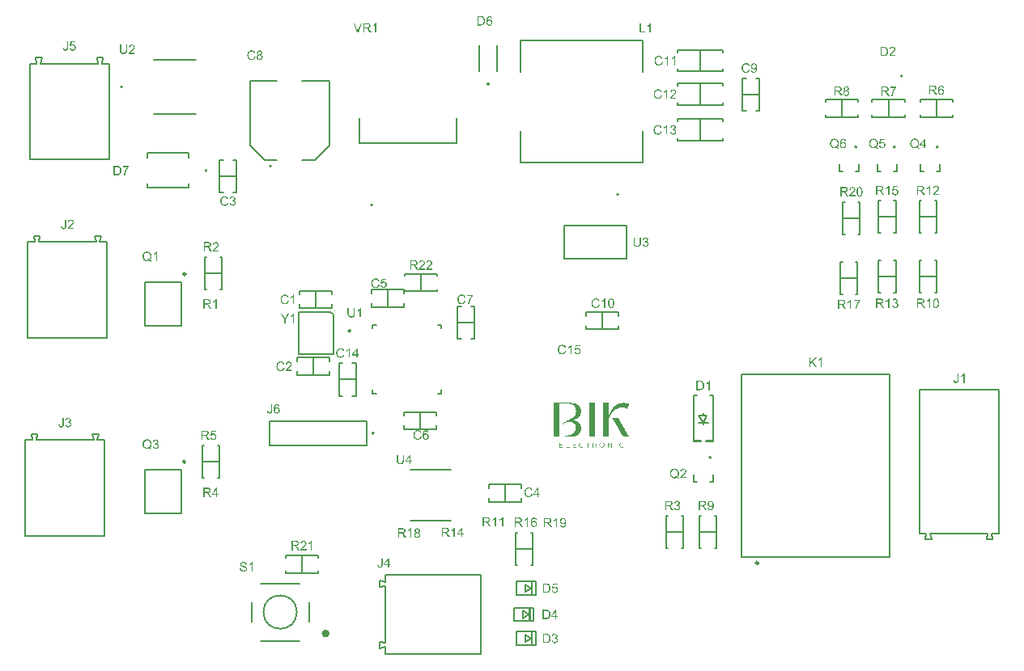
<source format=gto>
G04*
G04 #@! TF.GenerationSoftware,Altium Limited,Altium Designer,25.2.1 (25)*
G04*
G04 Layer_Color=65535*
%FSLAX44Y44*%
%MOMM*%
G71*
G04*
G04 #@! TF.SameCoordinates,6A0C6451-6BFE-4A27-B80D-F8B4996A6162*
G04*
G04*
G04 #@! TF.FilePolarity,Positive*
G04*
G01*
G75*
%ADD10C,0.2000*%
%ADD11C,0.4000*%
%ADD12C,0.1270*%
%ADD13C,0.1500*%
%ADD14C,0.1000*%
%ADD15C,0.1524*%
%ADD16C,0.2500*%
%ADD17C,0.3000*%
G36*
X1117780Y841330D02*
X1120209D01*
Y840983D01*
X1121250D01*
Y840636D01*
X1122291D01*
Y840289D01*
X1122638D01*
Y839942D01*
X1122291D01*
Y838901D01*
X1121944D01*
Y838207D01*
X1121597D01*
Y837166D01*
X1121250D01*
Y836472D01*
X1120903D01*
Y835431D01*
X1119862D01*
Y835778D01*
X1119515D01*
Y836125D01*
X1118474D01*
Y836472D01*
X1116739D01*
Y836819D01*
X1113617D01*
Y836472D01*
X1111882D01*
Y836125D01*
X1110841D01*
Y835778D01*
X1110147D01*
Y835431D01*
X1109453D01*
Y835084D01*
X1108759D01*
Y834737D01*
X1108065D01*
Y834390D01*
X1107718D01*
Y834043D01*
X1107024D01*
Y833696D01*
X1106677D01*
Y833349D01*
X1106330D01*
Y833002D01*
X1105983D01*
Y832655D01*
X1105636D01*
Y832308D01*
X1105289D01*
Y831961D01*
X1104942D01*
Y831614D01*
X1104595D01*
Y831267D01*
X1104248D01*
Y830573D01*
X1103901D01*
Y830226D01*
X1103554D01*
Y829532D01*
X1103207D01*
Y828838D01*
X1102860D01*
Y828491D01*
X1102513D01*
Y827450D01*
X1102166D01*
Y826757D01*
X1101819D01*
Y826062D01*
X1110494D01*
Y825716D01*
X1111188D01*
Y825369D01*
X1111535D01*
Y825022D01*
X1111882D01*
Y824328D01*
X1112229D01*
Y823634D01*
X1112576D01*
Y822940D01*
X1112923D01*
Y822593D01*
X1113270D01*
Y821899D01*
X1113617D01*
Y821205D01*
X1113964D01*
Y820511D01*
X1114311D01*
Y819817D01*
X1114658D01*
Y819470D01*
X1115005D01*
Y818776D01*
X1115351D01*
Y818082D01*
X1115698D01*
Y817388D01*
X1116046D01*
Y817041D01*
X1116392D01*
Y816347D01*
X1116739D01*
Y815653D01*
X1117086D01*
Y814959D01*
X1117433D01*
Y814612D01*
X1117780D01*
Y813918D01*
X1118127D01*
Y813224D01*
X1118474D01*
Y812530D01*
X1118821D01*
Y811836D01*
X1119168D01*
Y811489D01*
X1119515D01*
Y810795D01*
X1119862D01*
Y810101D01*
X1120209D01*
Y809754D01*
X1120556D01*
Y809060D01*
X1120903D01*
Y808366D01*
X1121250D01*
Y808019D01*
X1121597D01*
Y807325D01*
X1121944D01*
Y806978D01*
X1122291D01*
Y806631D01*
X1122638D01*
Y805937D01*
X1117086D01*
Y806284D01*
X1116392D01*
Y806631D01*
X1116046D01*
Y806978D01*
X1115698D01*
Y807325D01*
X1115351D01*
Y808019D01*
X1115005D01*
Y808366D01*
X1114658D01*
Y809060D01*
X1114311D01*
Y809754D01*
X1113964D01*
Y810448D01*
X1113617D01*
Y810795D01*
X1113270D01*
Y811489D01*
X1112923D01*
Y812183D01*
X1112576D01*
Y812877D01*
X1112229D01*
Y813224D01*
X1111882D01*
Y813918D01*
X1111535D01*
Y814612D01*
X1111188D01*
Y815306D01*
X1110841D01*
Y815653D01*
X1110494D01*
Y816347D01*
X1110147D01*
Y817041D01*
X1109800D01*
Y817735D01*
X1109453D01*
Y818082D01*
X1109106D01*
Y818776D01*
X1108759D01*
Y819470D01*
X1108412D01*
Y820164D01*
X1108065D01*
Y820511D01*
X1107718D01*
Y821205D01*
X1107371D01*
Y821899D01*
X1107024D01*
Y822593D01*
X1106677D01*
Y823287D01*
X1106330D01*
Y823634D01*
X1105983D01*
Y824328D01*
X1105636D01*
Y825022D01*
X1104595D01*
Y825369D01*
X1101472D01*
Y823981D01*
X1101125D01*
Y821205D01*
X1100778D01*
Y810795D01*
X1101125D01*
Y806631D01*
X1101472D01*
Y805937D01*
X1095226D01*
Y808019D01*
X1095573D01*
Y839942D01*
X1095226D01*
Y841677D01*
X1101472D01*
Y840636D01*
X1101125D01*
Y836472D01*
X1100778D01*
Y834390D01*
X1101125D01*
Y829185D01*
X1100778D01*
Y827104D01*
X1101125D01*
Y827797D01*
X1101472D01*
Y828838D01*
X1101819D01*
Y829879D01*
X1102166D01*
Y830573D01*
X1102513D01*
Y831267D01*
X1102860D01*
Y832308D01*
X1103207D01*
Y832655D01*
X1103554D01*
Y833349D01*
X1103901D01*
Y834043D01*
X1104248D01*
Y834390D01*
X1104595D01*
Y835084D01*
X1104942D01*
Y835431D01*
X1105289D01*
Y835778D01*
X1105636D01*
Y836472D01*
X1105983D01*
Y836819D01*
X1106330D01*
Y837166D01*
X1106677D01*
Y837513D01*
X1107024D01*
Y837860D01*
X1107371D01*
Y838207D01*
X1107718D01*
Y838554D01*
X1108412D01*
Y838901D01*
X1108759D01*
Y839248D01*
X1109453D01*
Y839595D01*
X1109800D01*
Y839942D01*
X1110494D01*
Y840289D01*
X1111188D01*
Y840636D01*
X1112229D01*
Y840983D01*
X1113270D01*
Y841330D01*
X1115351D01*
Y841677D01*
X1117780D01*
Y841330D01*
D02*
G37*
G36*
X1086899Y840289D02*
X1086552D01*
Y807325D01*
X1086899D01*
Y805937D01*
X1080653D01*
Y807325D01*
X1081000D01*
Y815653D01*
Y816000D01*
Y840636D01*
X1080653D01*
Y841677D01*
X1086899D01*
Y840289D01*
D02*
G37*
G36*
X1062610Y841330D02*
X1065386D01*
Y840983D01*
X1066427D01*
Y840636D01*
X1067121D01*
Y840289D01*
X1067815D01*
Y839942D01*
X1068509D01*
Y839595D01*
X1068856D01*
Y839248D01*
X1069549D01*
Y838901D01*
X1069896D01*
Y838554D01*
X1070244D01*
Y838207D01*
X1070591D01*
Y837860D01*
X1070938D01*
Y837166D01*
X1071284D01*
Y836472D01*
X1071631D01*
Y835778D01*
X1071978D01*
Y834737D01*
X1072325D01*
Y830573D01*
X1071978D01*
Y829185D01*
X1071631D01*
Y828491D01*
X1071284D01*
Y827797D01*
X1070938D01*
Y827450D01*
X1070591D01*
Y827104D01*
X1070244D01*
Y826757D01*
X1069896D01*
Y826410D01*
X1069549D01*
Y826062D01*
X1069202D01*
Y825716D01*
X1068509D01*
Y825369D01*
X1068162D01*
Y825022D01*
X1067468D01*
Y824675D01*
X1066427D01*
Y824328D01*
X1065733D01*
Y823981D01*
X1064692D01*
Y823634D01*
X1063304D01*
Y823287D01*
X1064692D01*
Y822940D01*
X1066427D01*
Y822593D01*
X1067121D01*
Y822246D01*
X1068162D01*
Y821899D01*
X1068509D01*
Y821552D01*
X1069202D01*
Y821205D01*
X1069549D01*
Y820858D01*
X1069896D01*
Y820511D01*
X1070244D01*
Y820164D01*
X1070591D01*
Y819817D01*
X1070938D01*
Y819470D01*
X1071284D01*
Y818776D01*
X1071631D01*
Y818082D01*
X1071978D01*
Y817041D01*
X1072325D01*
Y812530D01*
X1071978D01*
Y811489D01*
X1071631D01*
Y810795D01*
X1071284D01*
Y810448D01*
X1070938D01*
Y809754D01*
X1070591D01*
Y809407D01*
X1070244D01*
Y809060D01*
X1069896D01*
Y808713D01*
X1069549D01*
Y808366D01*
X1068856D01*
Y808019D01*
X1068509D01*
Y807672D01*
X1067815D01*
Y807325D01*
X1067121D01*
Y806978D01*
X1066427D01*
Y806631D01*
X1065386D01*
Y806284D01*
X1063998D01*
Y805937D01*
X1043526D01*
Y807325D01*
X1043873D01*
Y840636D01*
X1043526D01*
Y841677D01*
X1062610D01*
Y841330D01*
D02*
G37*
G36*
X1116392Y799345D02*
X1116739D01*
Y798998D01*
X1116392D01*
Y799345D01*
X1113964D01*
Y798998D01*
X1113270D01*
Y799345D01*
X1113617D01*
Y799692D01*
X1116392D01*
Y799345D01*
D02*
G37*
G36*
X1074060D02*
X1074407D01*
Y798998D01*
X1074060D01*
Y799345D01*
X1071631D01*
Y799692D01*
X1074060D01*
Y799345D01*
D02*
G37*
G36*
X1092797Y798998D02*
X1092450D01*
Y798651D01*
X1092104D01*
Y798998D01*
Y799345D01*
X1092797D01*
Y798998D01*
D02*
G37*
G36*
X1071631D02*
X1071284D01*
Y798651D01*
X1070938D01*
Y798304D01*
X1070591D01*
Y798998D01*
X1070938D01*
Y799345D01*
X1071631D01*
Y798998D01*
D02*
G37*
G36*
X1092104Y797957D02*
X1091757D01*
Y798304D01*
Y798651D01*
X1092104D01*
Y797957D01*
D02*
G37*
G36*
X1104248Y794834D02*
X1103901D01*
Y795181D01*
X1103554D01*
Y795528D01*
X1103207D01*
Y795875D01*
Y796222D01*
X1102860D01*
Y796569D01*
X1102513D01*
Y796916D01*
X1102166D01*
Y797263D01*
X1101819D01*
Y797957D01*
X1101472D01*
Y798304D01*
X1101125D01*
Y798651D01*
X1100778D01*
Y794834D01*
X1100084D01*
Y799692D01*
X1100778D01*
Y799345D01*
X1101125D01*
Y798998D01*
X1101472D01*
Y798651D01*
Y798304D01*
X1101819D01*
Y797957D01*
X1102166D01*
Y797610D01*
X1102513D01*
Y797263D01*
X1102860D01*
Y796916D01*
Y796569D01*
X1103207D01*
Y796222D01*
X1103554D01*
Y795875D01*
X1103901D01*
Y799692D01*
X1104248D01*
Y794834D01*
D02*
G37*
G36*
X1095226Y799345D02*
X1095920D01*
Y798998D01*
X1096267D01*
Y798304D01*
X1096614D01*
Y796222D01*
X1096267D01*
Y795875D01*
X1095920D01*
Y796569D01*
X1096267D01*
Y798304D01*
X1095920D01*
Y798651D01*
X1095573D01*
Y798998D01*
X1095226D01*
Y799345D01*
X1092797D01*
Y799692D01*
X1095226D01*
Y799345D01*
D02*
G37*
G36*
X1095920Y795528D02*
X1095573D01*
Y795875D01*
X1095920D01*
Y795528D01*
D02*
G37*
G36*
X1116739Y795181D02*
X1116046D01*
Y795528D01*
X1116739D01*
Y795181D01*
D02*
G37*
G36*
X1074407D02*
X1073713D01*
Y795528D01*
X1074407D01*
Y795181D01*
D02*
G37*
G36*
X1113270Y798304D02*
X1112923D01*
Y796916D01*
Y796569D01*
Y796222D01*
X1113270D01*
Y795875D01*
X1113617D01*
Y795528D01*
X1113964D01*
Y795181D01*
X1116046D01*
Y794834D01*
X1113964D01*
Y795181D01*
X1113270D01*
Y795528D01*
X1112923D01*
Y796222D01*
X1112576D01*
Y798651D01*
X1112923D01*
Y798998D01*
X1113270D01*
Y798304D01*
D02*
G37*
G36*
X1108759Y799345D02*
Y794834D01*
X1108412D01*
Y799692D01*
X1108759D01*
Y799345D01*
D02*
G37*
G36*
X1091757Y797610D02*
Y797263D01*
Y796569D01*
X1092104D01*
Y795875D01*
X1092450D01*
Y795528D01*
X1093145D01*
Y795181D01*
X1094879D01*
Y795528D01*
X1095573D01*
Y795181D01*
X1095226D01*
Y794834D01*
X1093145D01*
Y795181D01*
X1092450D01*
Y795528D01*
X1092104D01*
Y795875D01*
X1091757D01*
Y796569D01*
X1091410D01*
Y797957D01*
X1091757D01*
Y797610D01*
D02*
G37*
G36*
X1087593Y799345D02*
X1087940D01*
Y798998D01*
X1088287D01*
Y797263D01*
X1087940D01*
Y796916D01*
X1087593D01*
Y796569D01*
X1087246D01*
Y796222D01*
X1087593D01*
Y795528D01*
X1087940D01*
Y795181D01*
X1088287D01*
Y794834D01*
X1087940D01*
Y795181D01*
X1087593D01*
Y795528D01*
X1087246D01*
Y795875D01*
X1086899D01*
Y796569D01*
X1084817D01*
Y794834D01*
X1084470D01*
Y799692D01*
X1087593D01*
Y799345D01*
D02*
G37*
G36*
X1081000D02*
X1079612D01*
Y794834D01*
X1079265D01*
Y799345D01*
X1077530D01*
Y799692D01*
X1081000D01*
Y799345D01*
D02*
G37*
G36*
X1070591Y796569D02*
X1070938D01*
Y795875D01*
X1071284D01*
Y795528D01*
X1071978D01*
Y795181D01*
X1073713D01*
Y794834D01*
X1071631D01*
Y795181D01*
X1071284D01*
Y795528D01*
X1070938D01*
Y795875D01*
X1070591D01*
Y796222D01*
X1070244D01*
Y798304D01*
X1070591D01*
Y796569D01*
D02*
G37*
G36*
X1066774Y799345D02*
X1063998D01*
Y797610D01*
X1066427D01*
Y797263D01*
X1063998D01*
Y795181D01*
X1067121D01*
Y794834D01*
X1063651D01*
Y799692D01*
X1066774D01*
Y799345D01*
D02*
G37*
G36*
X1057405Y795181D02*
X1060181D01*
Y794834D01*
X1057058D01*
Y799692D01*
X1057405D01*
Y795181D01*
D02*
G37*
G36*
X1052894Y799345D02*
X1050118D01*
Y797610D01*
X1052894D01*
Y797263D01*
X1050118D01*
Y795181D01*
X1053241D01*
Y794834D01*
X1049771D01*
Y799692D01*
X1052894D01*
Y799345D01*
D02*
G37*
G36*
X1022000Y640500D02*
X1020000D01*
Y654500D01*
X1022000D01*
Y640500D01*
D02*
G37*
G36*
X1019500Y613000D02*
X1017500D01*
Y627000D01*
X1019500D01*
Y613000D01*
D02*
G37*
G36*
X1022000Y588000D02*
X1020000D01*
Y602000D01*
X1022000D01*
Y588000D01*
D02*
G37*
G36*
X839239Y1229614D02*
X837900D01*
X834122Y1239369D01*
X835532D01*
X838069Y1232278D01*
Y1232264D01*
X838083Y1232236D01*
X838097Y1232194D01*
X838126Y1232137D01*
X838139Y1232053D01*
X838168Y1231968D01*
X838238Y1231757D01*
X838323Y1231517D01*
X838407Y1231249D01*
X838577Y1230685D01*
Y1230699D01*
X838591Y1230728D01*
X838605Y1230770D01*
X838619Y1230826D01*
X838661Y1230981D01*
X838732Y1231193D01*
X838802Y1231432D01*
X838887Y1231700D01*
X838985Y1231982D01*
X839098Y1232278D01*
X841748Y1239369D01*
X843059D01*
X839239Y1229614D01*
D02*
G37*
G36*
X858087D02*
X856889D01*
Y1237241D01*
X856874Y1237226D01*
X856804Y1237170D01*
X856719Y1237085D01*
X856578Y1236987D01*
X856423Y1236860D01*
X856226Y1236719D01*
X856000Y1236564D01*
X855747Y1236409D01*
X855733D01*
X855719Y1236395D01*
X855634Y1236338D01*
X855493Y1236268D01*
X855324Y1236183D01*
X855126Y1236085D01*
X854915Y1235986D01*
X854704Y1235887D01*
X854492Y1235803D01*
Y1236958D01*
X854506D01*
X854534Y1236987D01*
X854591Y1237001D01*
X854661Y1237043D01*
X854746Y1237085D01*
X854845Y1237142D01*
X855084Y1237283D01*
X855366Y1237438D01*
X855648Y1237635D01*
X855944Y1237861D01*
X856240Y1238100D01*
X856254Y1238114D01*
X856268Y1238129D01*
X856311Y1238171D01*
X856367Y1238213D01*
X856494Y1238354D01*
X856663Y1238523D01*
X856832Y1238721D01*
X857015Y1238946D01*
X857170Y1239172D01*
X857311Y1239411D01*
X858087D01*
Y1229614D01*
D02*
G37*
G36*
X848882Y1239355D02*
X849008D01*
X849304Y1239341D01*
X849614Y1239299D01*
X849953Y1239256D01*
X850263Y1239186D01*
X850418Y1239144D01*
X850545Y1239101D01*
X850559D01*
X850573Y1239087D01*
X850658Y1239045D01*
X850785Y1238988D01*
X850940Y1238890D01*
X851109Y1238763D01*
X851292Y1238594D01*
X851461Y1238396D01*
X851630Y1238171D01*
Y1238157D01*
X851645Y1238143D01*
X851701Y1238058D01*
X851757Y1237917D01*
X851842Y1237734D01*
X851912Y1237522D01*
X851983Y1237269D01*
X852025Y1237001D01*
X852039Y1236705D01*
Y1236691D01*
Y1236663D01*
Y1236606D01*
X852025Y1236536D01*
Y1236437D01*
X852011Y1236338D01*
X851955Y1236099D01*
X851870Y1235817D01*
X851757Y1235521D01*
X851588Y1235225D01*
X851475Y1235084D01*
X851363Y1234943D01*
X851348Y1234929D01*
X851334Y1234914D01*
X851292Y1234872D01*
X851236Y1234830D01*
X851165Y1234773D01*
X851081Y1234717D01*
X850968Y1234647D01*
X850855Y1234562D01*
X850714Y1234492D01*
X850559Y1234421D01*
X850390Y1234336D01*
X850207Y1234266D01*
X849995Y1234210D01*
X849784Y1234139D01*
X849544Y1234097D01*
X849290Y1234055D01*
X849318Y1234041D01*
X849375Y1234012D01*
X849459Y1233956D01*
X849572Y1233900D01*
X849826Y1233744D01*
X849953Y1233646D01*
X850066Y1233561D01*
X850094Y1233533D01*
X850164Y1233463D01*
X850277Y1233350D01*
X850418Y1233209D01*
X850573Y1233011D01*
X850756Y1232800D01*
X850940Y1232546D01*
X851137Y1232264D01*
X852814Y1229614D01*
X851208D01*
X849925Y1231644D01*
Y1231658D01*
X849896Y1231686D01*
X849868Y1231729D01*
X849826Y1231785D01*
X849727Y1231940D01*
X849600Y1232137D01*
X849445Y1232349D01*
X849290Y1232574D01*
X849135Y1232786D01*
X848994Y1232983D01*
X848980Y1232997D01*
X848938Y1233054D01*
X848867Y1233138D01*
X848769Y1233237D01*
X848557Y1233448D01*
X848445Y1233547D01*
X848332Y1233632D01*
X848318Y1233646D01*
X848289Y1233660D01*
X848233Y1233688D01*
X848148Y1233730D01*
X848064Y1233773D01*
X847965Y1233815D01*
X847740Y1233885D01*
X847726D01*
X847697Y1233900D01*
X847641D01*
X847570Y1233914D01*
X847472Y1233928D01*
X847359D01*
X847204Y1233942D01*
X845540D01*
Y1229614D01*
X844243D01*
Y1239369D01*
X848769D01*
X848882Y1239355D01*
D02*
G37*
G36*
X913775Y990885D02*
X913888Y990871D01*
X914029Y990856D01*
X914184Y990828D01*
X914339Y990800D01*
X914706Y990701D01*
X915072Y990560D01*
X915256Y990476D01*
X915439Y990377D01*
X915608Y990250D01*
X915763Y990109D01*
X915777Y990095D01*
X915805Y990081D01*
X915834Y990025D01*
X915890Y989968D01*
X915960Y989898D01*
X916031Y989799D01*
X916101Y989700D01*
X916186Y989574D01*
X916327Y989306D01*
X916468Y988967D01*
X916524Y988798D01*
X916553Y988601D01*
X916581Y988404D01*
X916595Y988192D01*
Y988164D01*
Y988093D01*
X916581Y987981D01*
X916567Y987826D01*
X916538Y987656D01*
X916482Y987459D01*
X916426Y987248D01*
X916341Y987036D01*
X916327Y987008D01*
X916299Y986937D01*
X916242Y986825D01*
X916158Y986670D01*
X916045Y986500D01*
X915904Y986289D01*
X915735Y986078D01*
X915537Y985838D01*
X915509Y985810D01*
X915439Y985725D01*
X915368Y985655D01*
X915298Y985584D01*
X915213Y985500D01*
X915100Y985387D01*
X914988Y985274D01*
X914847Y985147D01*
X914706Y985006D01*
X914537Y984851D01*
X914353Y984696D01*
X914156Y984513D01*
X913931Y984330D01*
X913705Y984132D01*
X913691Y984118D01*
X913663Y984090D01*
X913606Y984048D01*
X913536Y983991D01*
X913451Y983907D01*
X913353Y983822D01*
X913127Y983639D01*
X912887Y983427D01*
X912662Y983216D01*
X912464Y983033D01*
X912380Y982962D01*
X912309Y982892D01*
X912295Y982878D01*
X912253Y982835D01*
X912197Y982779D01*
X912126Y982694D01*
X912056Y982596D01*
X911971Y982497D01*
X911802Y982257D01*
X916609D01*
Y981101D01*
X910138D01*
Y981115D01*
Y981172D01*
Y981256D01*
X910153Y981369D01*
X910167Y981496D01*
X910195Y981637D01*
X910223Y981778D01*
X910279Y981933D01*
Y981947D01*
X910293Y981961D01*
X910322Y982046D01*
X910378Y982173D01*
X910463Y982342D01*
X910575Y982539D01*
X910716Y982765D01*
X910871Y982990D01*
X911069Y983230D01*
Y983244D01*
X911097Y983258D01*
X911167Y983343D01*
X911294Y983470D01*
X911478Y983653D01*
X911689Y983864D01*
X911957Y984118D01*
X912281Y984400D01*
X912634Y984696D01*
X912648Y984710D01*
X912704Y984752D01*
X912789Y984823D01*
X912887Y984908D01*
X913014Y985020D01*
X913169Y985147D01*
X913324Y985288D01*
X913508Y985443D01*
X913860Y985781D01*
X914212Y986120D01*
X914382Y986289D01*
X914537Y986458D01*
X914678Y986613D01*
X914790Y986768D01*
Y986782D01*
X914819Y986796D01*
X914847Y986839D01*
X914875Y986895D01*
X914974Y987050D01*
X915086Y987234D01*
X915185Y987459D01*
X915284Y987699D01*
X915340Y987967D01*
X915368Y988220D01*
Y988234D01*
Y988249D01*
X915354Y988333D01*
X915340Y988474D01*
X915298Y988629D01*
X915241Y988827D01*
X915143Y989024D01*
X915016Y989221D01*
X914847Y989418D01*
X914819Y989447D01*
X914748Y989503D01*
X914649Y989574D01*
X914494Y989672D01*
X914297Y989757D01*
X914071Y989842D01*
X913804Y989898D01*
X913508Y989912D01*
X913423D01*
X913367Y989898D01*
X913197Y989884D01*
X913000Y989842D01*
X912789Y989785D01*
X912549Y989686D01*
X912323Y989559D01*
X912112Y989390D01*
X912084Y989362D01*
X912027Y989292D01*
X911943Y989179D01*
X911858Y989010D01*
X911759Y988812D01*
X911675Y988559D01*
X911618Y988277D01*
X911590Y987952D01*
X910364Y988079D01*
Y988093D01*
X910378Y988136D01*
Y988206D01*
X910392Y988305D01*
X910420Y988418D01*
X910449Y988544D01*
X910491Y988700D01*
X910533Y988855D01*
X910646Y989193D01*
X910815Y989531D01*
X910914Y989700D01*
X911041Y989870D01*
X911167Y990025D01*
X911308Y990166D01*
X911322Y990180D01*
X911351Y990194D01*
X911393Y990236D01*
X911463Y990278D01*
X911548Y990335D01*
X911647Y990391D01*
X911759Y990462D01*
X911900Y990532D01*
X912056Y990603D01*
X912225Y990673D01*
X912408Y990730D01*
X912605Y990786D01*
X912817Y990828D01*
X913042Y990871D01*
X913282Y990885D01*
X913536Y990899D01*
X913677D01*
X913775Y990885D01*
D02*
G37*
G36*
X906191D02*
X906304Y990871D01*
X906445Y990856D01*
X906600Y990828D01*
X906755Y990800D01*
X907122Y990701D01*
X907488Y990560D01*
X907671Y990476D01*
X907855Y990377D01*
X908024Y990250D01*
X908179Y990109D01*
X908193Y990095D01*
X908221Y990081D01*
X908249Y990025D01*
X908306Y989968D01*
X908376Y989898D01*
X908447Y989799D01*
X908517Y989700D01*
X908602Y989574D01*
X908743Y989306D01*
X908884Y988967D01*
X908940Y988798D01*
X908968Y988601D01*
X908997Y988404D01*
X909011Y988192D01*
Y988164D01*
Y988093D01*
X908997Y987981D01*
X908982Y987826D01*
X908954Y987656D01*
X908898Y987459D01*
X908841Y987248D01*
X908757Y987036D01*
X908743Y987008D01*
X908715Y986937D01*
X908658Y986825D01*
X908574Y986670D01*
X908461Y986500D01*
X908320Y986289D01*
X908151Y986078D01*
X907953Y985838D01*
X907925Y985810D01*
X907855Y985725D01*
X907784Y985655D01*
X907714Y985584D01*
X907629Y985500D01*
X907516Y985387D01*
X907403Y985274D01*
X907263Y985147D01*
X907122Y985006D01*
X906952Y984851D01*
X906769Y984696D01*
X906572Y984513D01*
X906346Y984330D01*
X906121Y984132D01*
X906107Y984118D01*
X906078Y984090D01*
X906022Y984048D01*
X905952Y983991D01*
X905867Y983907D01*
X905768Y983822D01*
X905543Y983639D01*
X905303Y983427D01*
X905078Y983216D01*
X904880Y983033D01*
X904796Y982962D01*
X904725Y982892D01*
X904711Y982878D01*
X904669Y982835D01*
X904612Y982779D01*
X904542Y982694D01*
X904471Y982596D01*
X904387Y982497D01*
X904218Y982257D01*
X909025D01*
Y981101D01*
X902554D01*
Y981115D01*
Y981172D01*
Y981256D01*
X902568Y981369D01*
X902582Y981496D01*
X902611Y981637D01*
X902639Y981778D01*
X902695Y981933D01*
Y981947D01*
X902709Y981961D01*
X902737Y982046D01*
X902794Y982173D01*
X902878Y982342D01*
X902991Y982539D01*
X903132Y982765D01*
X903287Y982990D01*
X903485Y983230D01*
Y983244D01*
X903513Y983258D01*
X903583Y983343D01*
X903710Y983470D01*
X903893Y983653D01*
X904105Y983864D01*
X904373Y984118D01*
X904697Y984400D01*
X905049Y984696D01*
X905063Y984710D01*
X905120Y984752D01*
X905204Y984823D01*
X905303Y984908D01*
X905430Y985020D01*
X905585Y985147D01*
X905740Y985288D01*
X905923Y985443D01*
X906276Y985781D01*
X906628Y986120D01*
X906797Y986289D01*
X906952Y986458D01*
X907093Y986613D01*
X907206Y986768D01*
Y986782D01*
X907234Y986796D01*
X907263Y986839D01*
X907291Y986895D01*
X907389Y987050D01*
X907502Y987234D01*
X907601Y987459D01*
X907700Y987699D01*
X907756Y987967D01*
X907784Y988220D01*
Y988234D01*
Y988249D01*
X907770Y988333D01*
X907756Y988474D01*
X907714Y988629D01*
X907657Y988827D01*
X907559Y989024D01*
X907432Y989221D01*
X907263Y989418D01*
X907234Y989447D01*
X907164Y989503D01*
X907065Y989574D01*
X906910Y989672D01*
X906713Y989757D01*
X906487Y989842D01*
X906219Y989898D01*
X905923Y989912D01*
X905839D01*
X905782Y989898D01*
X905613Y989884D01*
X905416Y989842D01*
X905204Y989785D01*
X904965Y989686D01*
X904739Y989559D01*
X904528Y989390D01*
X904500Y989362D01*
X904443Y989292D01*
X904359Y989179D01*
X904274Y989010D01*
X904175Y988812D01*
X904091Y988559D01*
X904034Y988277D01*
X904006Y987952D01*
X902780Y988079D01*
Y988093D01*
X902794Y988136D01*
Y988206D01*
X902808Y988305D01*
X902836Y988418D01*
X902864Y988544D01*
X902907Y988700D01*
X902949Y988855D01*
X903062Y989193D01*
X903231Y989531D01*
X903329Y989700D01*
X903456Y989870D01*
X903583Y990025D01*
X903724Y990166D01*
X903738Y990180D01*
X903766Y990194D01*
X903809Y990236D01*
X903879Y990278D01*
X903964Y990335D01*
X904063Y990391D01*
X904175Y990462D01*
X904316Y990532D01*
X904471Y990603D01*
X904641Y990673D01*
X904824Y990730D01*
X905021Y990786D01*
X905233Y990828D01*
X905458Y990871D01*
X905698Y990885D01*
X905952Y990899D01*
X906093D01*
X906191Y990885D01*
D02*
G37*
G36*
X898029Y990842D02*
X898156D01*
X898452Y990828D01*
X898762Y990786D01*
X899100Y990744D01*
X899410Y990673D01*
X899566Y990631D01*
X899693Y990589D01*
X899707D01*
X899721Y990574D01*
X899805Y990532D01*
X899932Y990476D01*
X900087Y990377D01*
X900256Y990250D01*
X900440Y990081D01*
X900609Y989884D01*
X900778Y989658D01*
Y989644D01*
X900792Y989630D01*
X900848Y989545D01*
X900905Y989404D01*
X900989Y989221D01*
X901060Y989010D01*
X901130Y988756D01*
X901173Y988488D01*
X901187Y988192D01*
Y988178D01*
Y988150D01*
Y988093D01*
X901173Y988023D01*
Y987924D01*
X901159Y987826D01*
X901102Y987586D01*
X901018Y987304D01*
X900905Y987008D01*
X900736Y986712D01*
X900623Y986571D01*
X900510Y986430D01*
X900496Y986416D01*
X900482Y986402D01*
X900440Y986359D01*
X900383Y986317D01*
X900313Y986261D01*
X900228Y986204D01*
X900115Y986134D01*
X900003Y986049D01*
X899862Y985979D01*
X899707Y985908D01*
X899537Y985824D01*
X899354Y985753D01*
X899143Y985697D01*
X898931Y985627D01*
X898692Y985584D01*
X898438Y985542D01*
X898466Y985528D01*
X898522Y985500D01*
X898607Y985443D01*
X898720Y985387D01*
X898973Y985232D01*
X899100Y985133D01*
X899213Y985049D01*
X899241Y985020D01*
X899312Y984950D01*
X899425Y984837D01*
X899566Y984696D01*
X899721Y984499D01*
X899904Y984287D01*
X900087Y984034D01*
X900285Y983752D01*
X901962Y981101D01*
X900355D01*
X899072Y983131D01*
Y983145D01*
X899044Y983174D01*
X899016Y983216D01*
X898973Y983272D01*
X898875Y983427D01*
X898748Y983625D01*
X898593Y983836D01*
X898438Y984062D01*
X898283Y984273D01*
X898142Y984471D01*
X898128Y984485D01*
X898085Y984541D01*
X898015Y984626D01*
X897916Y984724D01*
X897705Y984936D01*
X897592Y985034D01*
X897479Y985119D01*
X897465Y985133D01*
X897437Y985147D01*
X897381Y985175D01*
X897296Y985218D01*
X897211Y985260D01*
X897113Y985302D01*
X896887Y985373D01*
X896873D01*
X896845Y985387D01*
X896788D01*
X896718Y985401D01*
X896619Y985415D01*
X896507D01*
X896351Y985429D01*
X894688D01*
Y981101D01*
X893391D01*
Y990856D01*
X897916D01*
X898029Y990842D01*
D02*
G37*
G36*
X857737Y972033D02*
X857863Y972019D01*
X858018Y972004D01*
X858174Y971990D01*
X858357Y971948D01*
X858737Y971863D01*
X859160Y971737D01*
X859372Y971652D01*
X859569Y971553D01*
X859766Y971426D01*
X859964Y971300D01*
X859978Y971285D01*
X860006Y971271D01*
X860063Y971229D01*
X860133Y971159D01*
X860203Y971088D01*
X860302Y970989D01*
X860401Y970877D01*
X860514Y970764D01*
X860626Y970623D01*
X860739Y970454D01*
X860866Y970285D01*
X860979Y970101D01*
X861078Y969890D01*
X861190Y969678D01*
X861275Y969453D01*
X861359Y969199D01*
X860091Y968903D01*
Y968917D01*
X860077Y968945D01*
X860049Y969002D01*
X860020Y969072D01*
X859992Y969157D01*
X859950Y969270D01*
X859837Y969495D01*
X859696Y969749D01*
X859527Y970003D01*
X859315Y970242D01*
X859090Y970454D01*
X859062Y970482D01*
X858977Y970538D01*
X858836Y970609D01*
X858653Y970707D01*
X858413Y970792D01*
X858145Y970877D01*
X857821Y970933D01*
X857469Y970947D01*
X857356D01*
X857286Y970933D01*
X857187D01*
X857074Y970919D01*
X856806Y970877D01*
X856510Y970820D01*
X856200Y970722D01*
X855876Y970581D01*
X855580Y970397D01*
X855566D01*
X855552Y970369D01*
X855453Y970299D01*
X855326Y970186D01*
X855171Y970017D01*
X854988Y969805D01*
X854818Y969566D01*
X854663Y969270D01*
X854522Y968945D01*
Y968931D01*
X854508Y968903D01*
X854494Y968861D01*
X854480Y968790D01*
X854452Y968706D01*
X854424Y968607D01*
X854381Y968367D01*
X854325Y968085D01*
X854269Y967775D01*
X854240Y967437D01*
X854226Y967070D01*
Y967056D01*
Y967014D01*
Y966944D01*
Y966859D01*
X854240Y966760D01*
Y966634D01*
X854255Y966492D01*
X854269Y966337D01*
X854311Y965999D01*
X854381Y965633D01*
X854466Y965266D01*
X854579Y964900D01*
Y964885D01*
X854593Y964857D01*
X854621Y964815D01*
X854649Y964744D01*
X854734Y964575D01*
X854861Y964378D01*
X855016Y964152D01*
X855213Y963913D01*
X855439Y963701D01*
X855707Y963504D01*
X855721D01*
X855749Y963490D01*
X855791Y963462D01*
X855848Y963434D01*
X855918Y963405D01*
X856003Y963363D01*
X856200Y963278D01*
X856454Y963194D01*
X856736Y963123D01*
X857046Y963067D01*
X857370Y963053D01*
X857469D01*
X857553Y963067D01*
X857652D01*
X857751Y963081D01*
X858004Y963137D01*
X858300Y963208D01*
X858596Y963321D01*
X858907Y963476D01*
X859062Y963560D01*
X859203Y963673D01*
X859217Y963687D01*
X859231Y963701D01*
X859273Y963744D01*
X859330Y963786D01*
X859386Y963856D01*
X859456Y963941D01*
X859541Y964025D01*
X859612Y964138D01*
X859696Y964265D01*
X859795Y964406D01*
X859879Y964547D01*
X859964Y964716D01*
X860034Y964900D01*
X860105Y965097D01*
X860175Y965308D01*
X860232Y965534D01*
X861529Y965210D01*
Y965196D01*
X861515Y965139D01*
X861486Y965055D01*
X861444Y964942D01*
X861402Y964815D01*
X861345Y964660D01*
X861275Y964491D01*
X861190Y964307D01*
X860993Y963913D01*
X860739Y963518D01*
X860584Y963321D01*
X860429Y963123D01*
X860260Y962954D01*
X860063Y962785D01*
X860049Y962771D01*
X860020Y962743D01*
X859950Y962714D01*
X859879Y962658D01*
X859766Y962588D01*
X859654Y962517D01*
X859499Y962447D01*
X859344Y962376D01*
X859160Y962292D01*
X858963Y962221D01*
X858752Y962151D01*
X858526Y962080D01*
X858286Y962024D01*
X858033Y961996D01*
X857765Y961967D01*
X857483Y961953D01*
X857328D01*
X857215Y961967D01*
X857088D01*
X856933Y961982D01*
X856764Y962010D01*
X856566Y962038D01*
X856158Y962108D01*
X855735Y962221D01*
X855312Y962376D01*
X855115Y962475D01*
X854917Y962588D01*
X854903Y962602D01*
X854875Y962616D01*
X854818Y962658D01*
X854762Y962714D01*
X854678Y962771D01*
X854579Y962856D01*
X854466Y962954D01*
X854353Y963067D01*
X854240Y963194D01*
X854114Y963321D01*
X853860Y963645D01*
X853620Y964025D01*
X853409Y964448D01*
Y964463D01*
X853381Y964505D01*
X853366Y964575D01*
X853324Y964660D01*
X853296Y964773D01*
X853254Y964914D01*
X853197Y965069D01*
X853155Y965238D01*
X853113Y965421D01*
X853056Y965633D01*
X852986Y966070D01*
X852930Y966563D01*
X852901Y967070D01*
Y967085D01*
Y967141D01*
Y967225D01*
X852915Y967324D01*
Y967465D01*
X852930Y967606D01*
X852944Y967789D01*
X852972Y967973D01*
X853042Y968382D01*
X853141Y968833D01*
X853282Y969284D01*
X853479Y969721D01*
X853493Y969735D01*
X853508Y969777D01*
X853536Y969834D01*
X853592Y969904D01*
X853648Y970003D01*
X853719Y970115D01*
X853902Y970369D01*
X854142Y970651D01*
X854424Y970933D01*
X854748Y971215D01*
X855129Y971455D01*
X855143Y971469D01*
X855185Y971483D01*
X855241Y971511D01*
X855312Y971553D01*
X855425Y971596D01*
X855537Y971638D01*
X855678Y971694D01*
X855834Y971751D01*
X856003Y971807D01*
X856186Y971863D01*
X856581Y971948D01*
X857032Y972019D01*
X857497Y972047D01*
X857638D01*
X857737Y972033D01*
D02*
G37*
G36*
X868633Y970609D02*
X864729D01*
X864207Y967973D01*
X864221Y967987D01*
X864249Y968001D01*
X864292Y968029D01*
X864362Y968071D01*
X864447Y968114D01*
X864545Y968170D01*
X864771Y968283D01*
X865053Y968396D01*
X865363Y968494D01*
X865701Y968565D01*
X865871Y968593D01*
X866181D01*
X866265Y968579D01*
X866378Y968565D01*
X866505Y968551D01*
X866646Y968522D01*
X866801Y968480D01*
X867139Y968382D01*
X867322Y968311D01*
X867506Y968212D01*
X867689Y968114D01*
X867872Y968001D01*
X868042Y967860D01*
X868211Y967705D01*
X868225Y967691D01*
X868253Y967663D01*
X868295Y967620D01*
X868352Y967550D01*
X868422Y967451D01*
X868493Y967352D01*
X868577Y967225D01*
X868662Y967085D01*
X868732Y966929D01*
X868817Y966760D01*
X868887Y966563D01*
X868958Y966366D01*
X869014Y966154D01*
X869056Y965915D01*
X869085Y965675D01*
X869099Y965421D01*
Y965407D01*
Y965365D01*
Y965294D01*
X869085Y965196D01*
X869071Y965083D01*
X869056Y964956D01*
X869028Y964801D01*
X869000Y964646D01*
X868915Y964279D01*
X868774Y963899D01*
X868690Y963701D01*
X868577Y963518D01*
X868464Y963321D01*
X868323Y963137D01*
X868309Y963123D01*
X868281Y963081D01*
X868225Y963025D01*
X868154Y962954D01*
X868056Y962870D01*
X867943Y962757D01*
X867802Y962658D01*
X867647Y962545D01*
X867478Y962433D01*
X867280Y962334D01*
X867069Y962235D01*
X866843Y962137D01*
X866604Y962066D01*
X866336Y962010D01*
X866054Y961967D01*
X865758Y961953D01*
X865631D01*
X865532Y961967D01*
X865419Y961982D01*
X865293Y961996D01*
X865137Y962010D01*
X864982Y962052D01*
X864630Y962137D01*
X864278Y962263D01*
X864094Y962348D01*
X863911Y962447D01*
X863742Y962559D01*
X863573Y962686D01*
X863559Y962700D01*
X863530Y962714D01*
X863502Y962771D01*
X863446Y962827D01*
X863375Y962898D01*
X863305Y962982D01*
X863220Y963095D01*
X863150Y963222D01*
X863065Y963349D01*
X862981Y963504D01*
X862826Y963842D01*
X862699Y964237D01*
X862656Y964448D01*
X862628Y964674D01*
X863883Y964773D01*
Y964759D01*
Y964730D01*
X863897Y964688D01*
X863911Y964618D01*
X863953Y964463D01*
X864010Y964251D01*
X864094Y964040D01*
X864207Y963800D01*
X864348Y963588D01*
X864517Y963391D01*
X864545Y963377D01*
X864602Y963321D01*
X864715Y963250D01*
X864870Y963166D01*
X865039Y963081D01*
X865250Y963010D01*
X865490Y962954D01*
X865758Y962940D01*
X865842D01*
X865899Y962954D01*
X866068Y962968D01*
X866265Y963025D01*
X866505Y963095D01*
X866745Y963208D01*
X866998Y963377D01*
X867111Y963476D01*
X867224Y963588D01*
X867238Y963603D01*
X867252Y963617D01*
X867280Y963659D01*
X867322Y963701D01*
X867421Y963856D01*
X867534Y964054D01*
X867633Y964293D01*
X867731Y964589D01*
X867802Y964942D01*
X867830Y965125D01*
Y965322D01*
Y965337D01*
Y965365D01*
Y965421D01*
X867816Y965492D01*
Y965576D01*
X867802Y965675D01*
X867759Y965900D01*
X867689Y966168D01*
X867590Y966436D01*
X867449Y966690D01*
X867252Y966929D01*
Y966944D01*
X867224Y966958D01*
X867153Y967028D01*
X867027Y967127D01*
X866857Y967240D01*
X866632Y967338D01*
X866378Y967437D01*
X866082Y967507D01*
X865913Y967536D01*
X865645D01*
X865532Y967522D01*
X865391Y967507D01*
X865222Y967465D01*
X865053Y967423D01*
X864870Y967352D01*
X864686Y967268D01*
X864672Y967254D01*
X864616Y967225D01*
X864531Y967155D01*
X864418Y967085D01*
X864306Y966986D01*
X864193Y966859D01*
X864066Y966732D01*
X863967Y966577D01*
X862840Y966732D01*
X863784Y971751D01*
X868633D01*
Y970609D01*
D02*
G37*
G36*
X754383Y840363D02*
X754482D01*
X754595Y840349D01*
X754863Y840293D01*
X755159Y840222D01*
X755469Y840110D01*
X755779Y839940D01*
X755934Y839842D01*
X756075Y839729D01*
X756089Y839715D01*
X756103Y839701D01*
X756146Y839659D01*
X756188Y839616D01*
X756258Y839546D01*
X756315Y839461D01*
X756470Y839264D01*
X756625Y839010D01*
X756766Y838700D01*
X756893Y838347D01*
X756977Y837953D01*
X755779Y837854D01*
Y837868D01*
X755765Y837882D01*
X755751Y837967D01*
X755708Y838094D01*
X755652Y838249D01*
X755596Y838418D01*
X755511Y838587D01*
X755413Y838742D01*
X755314Y838869D01*
X755286Y838897D01*
X755229Y838954D01*
X755131Y839038D01*
X754990Y839137D01*
X754806Y839221D01*
X754609Y839306D01*
X754369Y839362D01*
X754116Y839391D01*
X754017D01*
X753904Y839377D01*
X753777Y839348D01*
X753608Y839306D01*
X753439Y839250D01*
X753270Y839179D01*
X753101Y839066D01*
X753072Y839052D01*
X753002Y838996D01*
X752903Y838897D01*
X752776Y838756D01*
X752635Y838587D01*
X752480Y838390D01*
X752339Y838136D01*
X752198Y837854D01*
Y837840D01*
X752184Y837812D01*
X752170Y837769D01*
X752142Y837713D01*
X752128Y837628D01*
X752100Y837530D01*
X752072Y837417D01*
X752043Y837276D01*
X752001Y837121D01*
X751973Y836952D01*
X751945Y836769D01*
X751931Y836571D01*
X751902Y836346D01*
X751888Y836120D01*
X751874Y835866D01*
Y835613D01*
X751888Y835627D01*
X751945Y835711D01*
X752043Y835824D01*
X752170Y835965D01*
X752311Y836134D01*
X752494Y836289D01*
X752692Y836444D01*
X752917Y836585D01*
X752931D01*
X752945Y836599D01*
X753030Y836642D01*
X753157Y836684D01*
X753326Y836755D01*
X753523Y836811D01*
X753749Y836853D01*
X753989Y836896D01*
X754242Y836910D01*
X754355D01*
X754440Y836896D01*
X754553Y836881D01*
X754665Y836867D01*
X754806Y836839D01*
X754947Y836797D01*
X755272Y836698D01*
X755441Y836628D01*
X755610Y836529D01*
X755779Y836430D01*
X755962Y836318D01*
X756132Y836177D01*
X756286Y836021D01*
X756301Y836007D01*
X756329Y835979D01*
X756371Y835937D01*
X756413Y835866D01*
X756484Y835768D01*
X756554Y835669D01*
X756625Y835542D01*
X756709Y835401D01*
X756794Y835246D01*
X756864Y835077D01*
X756935Y834880D01*
X757005Y834682D01*
X757048Y834471D01*
X757090Y834231D01*
X757118Y833991D01*
X757132Y833738D01*
Y833724D01*
Y833695D01*
Y833653D01*
Y833583D01*
X757118Y833498D01*
Y833413D01*
X757076Y833188D01*
X757034Y832920D01*
X756963Y832638D01*
X756864Y832328D01*
X756723Y832032D01*
Y832018D01*
X756709Y832004D01*
X756681Y831962D01*
X756653Y831905D01*
X756569Y831764D01*
X756442Y831581D01*
X756286Y831384D01*
X756103Y831186D01*
X755878Y830989D01*
X755638Y830820D01*
X755624D01*
X755610Y830806D01*
X755568Y830777D01*
X755511Y830763D01*
X755370Y830693D01*
X755187Y830622D01*
X754947Y830538D01*
X754679Y830481D01*
X754383Y830425D01*
X754059Y830411D01*
X753989D01*
X753918Y830425D01*
X753805D01*
X753679Y830439D01*
X753538Y830467D01*
X753368Y830509D01*
X753199Y830552D01*
X753002Y830608D01*
X752805Y830679D01*
X752607Y830763D01*
X752396Y830876D01*
X752198Y831003D01*
X752001Y831144D01*
X751804Y831313D01*
X751620Y831510D01*
X751606Y831525D01*
X751578Y831567D01*
X751536Y831623D01*
X751479Y831722D01*
X751395Y831849D01*
X751324Y831990D01*
X751240Y832173D01*
X751155Y832370D01*
X751057Y832610D01*
X750972Y832878D01*
X750901Y833174D01*
X750831Y833498D01*
X750760Y833865D01*
X750718Y834259D01*
X750690Y834682D01*
X750676Y835133D01*
Y835147D01*
Y835162D01*
Y835204D01*
Y835260D01*
X750690Y835401D01*
Y835599D01*
X750704Y835824D01*
X750732Y836092D01*
X750760Y836388D01*
X750803Y836712D01*
X750859Y837036D01*
X750930Y837389D01*
X751014Y837727D01*
X751113Y838065D01*
X751240Y838390D01*
X751381Y838700D01*
X751536Y838996D01*
X751719Y839250D01*
X751733Y839264D01*
X751761Y839292D01*
X751818Y839348D01*
X751888Y839433D01*
X751973Y839518D01*
X752086Y839602D01*
X752227Y839715D01*
X752368Y839814D01*
X752537Y839912D01*
X752720Y840025D01*
X752931Y840110D01*
X753143Y840208D01*
X753382Y840279D01*
X753636Y840335D01*
X753904Y840363D01*
X754186Y840377D01*
X754299D01*
X754383Y840363D01*
D02*
G37*
G36*
X749111Y833681D02*
Y833667D01*
Y833625D01*
Y833569D01*
Y833484D01*
X749097Y833371D01*
Y833258D01*
X749069Y832991D01*
X749041Y832681D01*
X748984Y832356D01*
X748900Y832060D01*
X748801Y831778D01*
Y831764D01*
X748787Y831750D01*
X748745Y831665D01*
X748674Y831553D01*
X748576Y831398D01*
X748435Y831243D01*
X748279Y831073D01*
X748082Y830904D01*
X747857Y830763D01*
X747828Y830749D01*
X747744Y830707D01*
X747617Y830650D01*
X747434Y830594D01*
X747208Y830524D01*
X746954Y830467D01*
X746672Y830425D01*
X746362Y830411D01*
X746235D01*
X746151Y830425D01*
X746038Y830439D01*
X745925Y830453D01*
X745629Y830509D01*
X745319Y830594D01*
X744995Y830721D01*
X744826Y830806D01*
X744671Y830904D01*
X744530Y831017D01*
X744389Y831144D01*
X744375Y831158D01*
X744361Y831172D01*
X744332Y831228D01*
X744290Y831285D01*
X744234Y831355D01*
X744177Y831454D01*
X744121Y831567D01*
X744050Y831694D01*
X743994Y831835D01*
X743938Y832004D01*
X743881Y832173D01*
X743825Y832370D01*
X743797Y832582D01*
X743754Y832821D01*
X743740Y833061D01*
Y833329D01*
X744910Y833498D01*
Y833484D01*
Y833456D01*
Y833399D01*
X744924Y833315D01*
X744938Y833230D01*
Y833132D01*
X744981Y832892D01*
X745023Y832638D01*
X745108Y832384D01*
X745192Y832159D01*
X745249Y832060D01*
X745319Y831976D01*
X745333Y831962D01*
X745389Y831919D01*
X745474Y831849D01*
X745587Y831778D01*
X745742Y831694D01*
X745911Y831637D01*
X746123Y831581D01*
X746348Y831567D01*
X746433D01*
X746517Y831581D01*
X746644Y831595D01*
X746771Y831623D01*
X746912Y831651D01*
X747053Y831708D01*
X747194Y831778D01*
X747208Y831792D01*
X747250Y831821D01*
X747307Y831877D01*
X747391Y831933D01*
X747462Y832032D01*
X747546Y832131D01*
X747617Y832243D01*
X747673Y832384D01*
Y832399D01*
X747701Y832455D01*
X747716Y832554D01*
X747744Y832681D01*
X747772Y832850D01*
X747786Y833061D01*
X747814Y833315D01*
Y833611D01*
Y840335D01*
X749111D01*
Y833681D01*
D02*
G37*
G36*
X719300Y675033D02*
X719399D01*
X719667Y675004D01*
X719963Y674962D01*
X720273Y674892D01*
X720611Y674807D01*
X720922Y674694D01*
X720936D01*
X720964Y674680D01*
X721006Y674652D01*
X721063Y674624D01*
X721204Y674553D01*
X721387Y674426D01*
X721598Y674286D01*
X721810Y674102D01*
X722007Y673891D01*
X722190Y673651D01*
Y673637D01*
X722204Y673623D01*
X722233Y673581D01*
X722261Y673538D01*
X722331Y673397D01*
X722416Y673214D01*
X722515Y672989D01*
X722585Y672721D01*
X722655Y672439D01*
X722684Y672129D01*
X721443Y672030D01*
Y672044D01*
Y672072D01*
X721429Y672115D01*
X721415Y672185D01*
X721373Y672340D01*
X721316Y672552D01*
X721232Y672777D01*
X721105Y673003D01*
X720950Y673214D01*
X720752Y673411D01*
X720724Y673426D01*
X720654Y673482D01*
X720513Y673567D01*
X720330Y673651D01*
X720090Y673736D01*
X719808Y673820D01*
X719455Y673877D01*
X719061Y673891D01*
X718863D01*
X718779Y673877D01*
X718666Y673863D01*
X718412Y673834D01*
X718130Y673778D01*
X717848Y673708D01*
X717581Y673595D01*
X717468Y673524D01*
X717355Y673454D01*
X717327Y673440D01*
X717271Y673383D01*
X717186Y673285D01*
X717101Y673172D01*
X717003Y673017D01*
X716918Y672848D01*
X716862Y672650D01*
X716833Y672425D01*
Y672396D01*
Y672340D01*
X716848Y672241D01*
X716876Y672129D01*
X716918Y671988D01*
X716989Y671847D01*
X717073Y671706D01*
X717200Y671565D01*
X717214Y671551D01*
X717285Y671508D01*
X717341Y671466D01*
X717397Y671438D01*
X717482Y671396D01*
X717581Y671339D01*
X717708Y671297D01*
X717848Y671240D01*
X718003Y671184D01*
X718187Y671114D01*
X718384Y671057D01*
X718610Y670987D01*
X718863Y670930D01*
X719145Y670860D01*
X719159D01*
X719216Y670846D01*
X719300Y670832D01*
X719399Y670804D01*
X719526Y670775D01*
X719681Y670733D01*
X719836Y670691D01*
X720005Y670648D01*
X720372Y670550D01*
X720724Y670451D01*
X720893Y670395D01*
X721049Y670338D01*
X721189Y670296D01*
X721302Y670240D01*
X721316D01*
X721345Y670226D01*
X721387Y670197D01*
X721443Y670169D01*
X721598Y670085D01*
X721781Y669972D01*
X721993Y669817D01*
X722204Y669648D01*
X722402Y669450D01*
X722571Y669239D01*
X722585Y669211D01*
X722641Y669140D01*
X722698Y669013D01*
X722782Y668844D01*
X722853Y668647D01*
X722923Y668407D01*
X722966Y668139D01*
X722980Y667857D01*
Y667843D01*
Y667829D01*
Y667787D01*
Y667730D01*
X722952Y667575D01*
X722923Y667378D01*
X722867Y667152D01*
X722796Y666913D01*
X722684Y666659D01*
X722529Y666391D01*
Y666377D01*
X722515Y666363D01*
X722444Y666278D01*
X722345Y666152D01*
X722204Y666011D01*
X722021Y665841D01*
X721796Y665658D01*
X721542Y665489D01*
X721246Y665334D01*
X721232D01*
X721204Y665320D01*
X721161Y665306D01*
X721105Y665277D01*
X721020Y665249D01*
X720922Y665207D01*
X720696Y665151D01*
X720428Y665080D01*
X720104Y665010D01*
X719752Y664967D01*
X719371Y664953D01*
X719145D01*
X719033Y664967D01*
X718906D01*
X718765Y664982D01*
X718596Y664996D01*
X718243Y665052D01*
X717877Y665108D01*
X717510Y665207D01*
X717158Y665334D01*
X717144D01*
X717115Y665348D01*
X717073Y665376D01*
X717017Y665404D01*
X716848Y665489D01*
X716650Y665616D01*
X716425Y665785D01*
X716185Y665982D01*
X715959Y666222D01*
X715748Y666490D01*
Y666504D01*
X715720Y666532D01*
X715706Y666574D01*
X715663Y666631D01*
X715635Y666701D01*
X715593Y666786D01*
X715494Y666997D01*
X715396Y667265D01*
X715311Y667561D01*
X715255Y667900D01*
X715226Y668252D01*
X716439Y668365D01*
Y668351D01*
Y668337D01*
X716453Y668294D01*
Y668238D01*
X716481Y668111D01*
X716523Y667928D01*
X716580Y667745D01*
X716636Y667533D01*
X716735Y667336D01*
X716833Y667152D01*
X716848Y667138D01*
X716890Y667082D01*
X716960Y666983D01*
X717073Y666885D01*
X717214Y666758D01*
X717369Y666631D01*
X717581Y666504D01*
X717806Y666391D01*
X717820D01*
X717834Y666377D01*
X717877Y666363D01*
X717919Y666349D01*
X718060Y666307D01*
X718243Y666250D01*
X718469Y666194D01*
X718723Y666152D01*
X719004Y666123D01*
X719314Y666109D01*
X719441D01*
X719582Y666123D01*
X719752Y666137D01*
X719949Y666166D01*
X720174Y666194D01*
X720400Y666250D01*
X720611Y666321D01*
X720640Y666335D01*
X720710Y666363D01*
X720809Y666419D01*
X720936Y666476D01*
X721063Y666574D01*
X721204Y666673D01*
X721345Y666786D01*
X721457Y666927D01*
X721471Y666941D01*
X721500Y666997D01*
X721542Y667068D01*
X721598Y667181D01*
X721655Y667293D01*
X721697Y667434D01*
X721725Y667589D01*
X721739Y667759D01*
Y667773D01*
Y667843D01*
X721725Y667928D01*
X721711Y668040D01*
X721669Y668153D01*
X721626Y668294D01*
X721556Y668435D01*
X721457Y668562D01*
X721443Y668576D01*
X721401Y668618D01*
X721345Y668675D01*
X721246Y668760D01*
X721133Y668844D01*
X720978Y668943D01*
X720795Y669041D01*
X720583Y669126D01*
X720569Y669140D01*
X720499Y669154D01*
X720386Y669196D01*
X720315Y669211D01*
X720217Y669239D01*
X720118Y669281D01*
X719991Y669309D01*
X719850Y669352D01*
X719681Y669394D01*
X719512Y669436D01*
X719314Y669492D01*
X719089Y669549D01*
X718849Y669605D01*
X718835D01*
X718793Y669619D01*
X718723Y669633D01*
X718638Y669662D01*
X718525Y669690D01*
X718398Y669718D01*
X718116Y669803D01*
X717806Y669901D01*
X717482Y670000D01*
X717200Y670099D01*
X717073Y670155D01*
X716960Y670211D01*
X716946D01*
X716932Y670226D01*
X716848Y670282D01*
X716721Y670352D01*
X716580Y670465D01*
X716411Y670592D01*
X716241Y670747D01*
X716072Y670930D01*
X715931Y671128D01*
X715917Y671156D01*
X715875Y671226D01*
X715818Y671339D01*
X715762Y671480D01*
X715706Y671664D01*
X715649Y671875D01*
X715607Y672101D01*
X715593Y672340D01*
Y672354D01*
Y672368D01*
Y672411D01*
Y672467D01*
X715621Y672608D01*
X715649Y672791D01*
X715692Y673003D01*
X715762Y673242D01*
X715861Y673482D01*
X716002Y673722D01*
Y673736D01*
X716016Y673750D01*
X716086Y673834D01*
X716185Y673947D01*
X716312Y674088D01*
X716481Y674243D01*
X716693Y674412D01*
X716946Y674567D01*
X717228Y674708D01*
X717242D01*
X717271Y674723D01*
X717313Y674737D01*
X717369Y674765D01*
X717440Y674793D01*
X717538Y674821D01*
X717750Y674878D01*
X718018Y674934D01*
X718328Y674990D01*
X718652Y675033D01*
X719018Y675047D01*
X719202D01*
X719300Y675033D01*
D02*
G37*
G36*
X728774Y665122D02*
X727575D01*
Y672749D01*
X727561Y672735D01*
X727491Y672678D01*
X727406Y672594D01*
X727265Y672495D01*
X727110Y672368D01*
X726913Y672227D01*
X726687Y672072D01*
X726433Y671917D01*
X726419D01*
X726405Y671903D01*
X726321Y671847D01*
X726180Y671776D01*
X726011Y671692D01*
X725813Y671593D01*
X725602Y671494D01*
X725390Y671396D01*
X725179Y671311D01*
Y672467D01*
X725193D01*
X725221Y672495D01*
X725278Y672509D01*
X725348Y672552D01*
X725433Y672594D01*
X725531Y672650D01*
X725771Y672791D01*
X726053Y672946D01*
X726335Y673144D01*
X726631Y673369D01*
X726927Y673609D01*
X726941Y673623D01*
X726955Y673637D01*
X726997Y673679D01*
X727054Y673722D01*
X727181Y673863D01*
X727350Y674032D01*
X727519Y674229D01*
X727702Y674455D01*
X727857Y674680D01*
X727998Y674920D01*
X728774D01*
Y665122D01*
D02*
G37*
G36*
X790793Y687324D02*
X789595D01*
Y694950D01*
X789581Y694936D01*
X789511Y694880D01*
X789426Y694795D01*
X789285Y694697D01*
X789130Y694570D01*
X788933Y694429D01*
X788707Y694274D01*
X788453Y694119D01*
X788439D01*
X788425Y694105D01*
X788341Y694048D01*
X788200Y693978D01*
X788030Y693893D01*
X787833Y693794D01*
X787622Y693696D01*
X787410Y693597D01*
X787199Y693513D01*
Y694669D01*
X787213D01*
X787241Y694697D01*
X787297Y694711D01*
X787368Y694753D01*
X787452Y694795D01*
X787551Y694852D01*
X787791Y694993D01*
X788073Y695148D01*
X788355Y695345D01*
X788651Y695571D01*
X788947Y695810D01*
X788961Y695825D01*
X788975Y695839D01*
X789017Y695881D01*
X789074Y695923D01*
X789201Y696064D01*
X789370Y696233D01*
X789539Y696431D01*
X789722Y696656D01*
X789877Y696882D01*
X790018Y697121D01*
X790793D01*
Y687324D01*
D02*
G37*
G36*
X782166Y697107D02*
X782279Y697093D01*
X782420Y697079D01*
X782575Y697051D01*
X782730Y697023D01*
X783096Y696924D01*
X783463Y696783D01*
X783646Y696699D01*
X783829Y696600D01*
X783999Y696473D01*
X784154Y696332D01*
X784168Y696318D01*
X784196Y696304D01*
X784224Y696247D01*
X784281Y696191D01*
X784351Y696121D01*
X784422Y696022D01*
X784492Y695923D01*
X784577Y695796D01*
X784718Y695528D01*
X784859Y695190D01*
X784915Y695021D01*
X784943Y694824D01*
X784971Y694626D01*
X784986Y694415D01*
Y694387D01*
Y694316D01*
X784971Y694203D01*
X784957Y694048D01*
X784929Y693879D01*
X784873Y693682D01*
X784816Y693470D01*
X784732Y693259D01*
X784718Y693231D01*
X784689Y693160D01*
X784633Y693047D01*
X784548Y692892D01*
X784436Y692723D01*
X784295Y692512D01*
X784126Y692300D01*
X783928Y692061D01*
X783900Y692032D01*
X783829Y691948D01*
X783759Y691877D01*
X783689Y691807D01*
X783604Y691722D01*
X783491Y691609D01*
X783378Y691497D01*
X783237Y691370D01*
X783096Y691229D01*
X782927Y691074D01*
X782744Y690919D01*
X782547Y690735D01*
X782321Y690552D01*
X782096Y690355D01*
X782082Y690341D01*
X782053Y690313D01*
X781997Y690270D01*
X781926Y690214D01*
X781842Y690129D01*
X781743Y690045D01*
X781518Y689862D01*
X781278Y689650D01*
X781052Y689438D01*
X780855Y689255D01*
X780770Y689185D01*
X780700Y689114D01*
X780686Y689100D01*
X780644Y689058D01*
X780587Y689001D01*
X780517Y688917D01*
X780446Y688818D01*
X780362Y688720D01*
X780192Y688480D01*
X785000D01*
Y687324D01*
X778529D01*
Y687338D01*
Y687394D01*
Y687479D01*
X778543Y687592D01*
X778557Y687719D01*
X778585Y687860D01*
X778614Y688001D01*
X778670Y688156D01*
Y688170D01*
X778684Y688184D01*
X778712Y688269D01*
X778769Y688395D01*
X778853Y688565D01*
X778966Y688762D01*
X779107Y688987D01*
X779262Y689213D01*
X779460Y689453D01*
Y689467D01*
X779488Y689481D01*
X779558Y689565D01*
X779685Y689692D01*
X779868Y689876D01*
X780080Y690087D01*
X780348Y690341D01*
X780672Y690623D01*
X781024Y690919D01*
X781038Y690933D01*
X781095Y690975D01*
X781179Y691046D01*
X781278Y691130D01*
X781405Y691243D01*
X781560Y691370D01*
X781715Y691511D01*
X781898Y691666D01*
X782251Y692004D01*
X782603Y692343D01*
X782772Y692512D01*
X782927Y692681D01*
X783068Y692836D01*
X783181Y692991D01*
Y693005D01*
X783209Y693019D01*
X783237Y693062D01*
X783266Y693118D01*
X783364Y693273D01*
X783477Y693456D01*
X783576Y693682D01*
X783674Y693921D01*
X783731Y694189D01*
X783759Y694443D01*
Y694457D01*
Y694471D01*
X783745Y694556D01*
X783731Y694697D01*
X783689Y694852D01*
X783632Y695049D01*
X783533Y695247D01*
X783407Y695444D01*
X783237Y695641D01*
X783209Y695669D01*
X783139Y695726D01*
X783040Y695796D01*
X782885Y695895D01*
X782688Y695980D01*
X782462Y696064D01*
X782194Y696121D01*
X781898Y696135D01*
X781814D01*
X781757Y696121D01*
X781588Y696106D01*
X781391Y696064D01*
X781179Y696008D01*
X780940Y695909D01*
X780714Y695782D01*
X780503Y695613D01*
X780474Y695585D01*
X780418Y695514D01*
X780333Y695402D01*
X780249Y695232D01*
X780150Y695035D01*
X780066Y694781D01*
X780009Y694499D01*
X779981Y694175D01*
X778755Y694302D01*
Y694316D01*
X778769Y694358D01*
Y694429D01*
X778783Y694528D01*
X778811Y694640D01*
X778839Y694767D01*
X778882Y694922D01*
X778924Y695077D01*
X779036Y695416D01*
X779206Y695754D01*
X779304Y695923D01*
X779431Y696092D01*
X779558Y696247D01*
X779699Y696388D01*
X779713Y696403D01*
X779741Y696417D01*
X779784Y696459D01*
X779854Y696501D01*
X779939Y696557D01*
X780037Y696614D01*
X780150Y696684D01*
X780291Y696755D01*
X780446Y696825D01*
X780615Y696896D01*
X780799Y696952D01*
X780996Y697009D01*
X781208Y697051D01*
X781433Y697093D01*
X781673Y697107D01*
X781926Y697121D01*
X782067D01*
X782166Y697107D01*
D02*
G37*
G36*
X774004Y697065D02*
X774131D01*
X774427Y697051D01*
X774737Y697009D01*
X775075Y696966D01*
X775385Y696896D01*
X775540Y696854D01*
X775667Y696811D01*
X775682D01*
X775696Y696797D01*
X775780Y696755D01*
X775907Y696699D01*
X776062Y696600D01*
X776231Y696473D01*
X776414Y696304D01*
X776584Y696106D01*
X776753Y695881D01*
Y695867D01*
X776767Y695853D01*
X776823Y695768D01*
X776880Y695627D01*
X776964Y695444D01*
X777035Y695232D01*
X777105Y694979D01*
X777148Y694711D01*
X777162Y694415D01*
Y694401D01*
Y694372D01*
Y694316D01*
X777148Y694246D01*
Y694147D01*
X777133Y694048D01*
X777077Y693809D01*
X776992Y693527D01*
X776880Y693231D01*
X776711Y692935D01*
X776598Y692794D01*
X776485Y692653D01*
X776471Y692639D01*
X776457Y692625D01*
X776414Y692582D01*
X776358Y692540D01*
X776288Y692484D01*
X776203Y692427D01*
X776090Y692357D01*
X775977Y692272D01*
X775836Y692202D01*
X775682Y692131D01*
X775512Y692047D01*
X775329Y691976D01*
X775118Y691920D01*
X774906Y691849D01*
X774667Y691807D01*
X774413Y691765D01*
X774441Y691750D01*
X774497Y691722D01*
X774582Y691666D01*
X774695Y691609D01*
X774948Y691454D01*
X775075Y691356D01*
X775188Y691271D01*
X775216Y691243D01*
X775287Y691172D01*
X775399Y691060D01*
X775540Y690919D01*
X775696Y690721D01*
X775879Y690510D01*
X776062Y690256D01*
X776259Y689974D01*
X777937Y687324D01*
X776330D01*
X775047Y689354D01*
Y689368D01*
X775019Y689396D01*
X774991Y689438D01*
X774948Y689495D01*
X774850Y689650D01*
X774723Y689847D01*
X774568Y690059D01*
X774413Y690284D01*
X774258Y690496D01*
X774117Y690693D01*
X774103Y690707D01*
X774060Y690764D01*
X773990Y690848D01*
X773891Y690947D01*
X773680Y691158D01*
X773567Y691257D01*
X773454Y691342D01*
X773440Y691356D01*
X773412Y691370D01*
X773355Y691398D01*
X773271Y691440D01*
X773186Y691483D01*
X773088Y691525D01*
X772862Y691595D01*
X772848D01*
X772820Y691609D01*
X772763D01*
X772693Y691624D01*
X772594Y691638D01*
X772481D01*
X772326Y691652D01*
X770663D01*
Y687324D01*
X769366D01*
Y697079D01*
X773891D01*
X774004Y697065D01*
D02*
G37*
G36*
X762991Y929232D02*
Y925101D01*
X761694D01*
Y929232D01*
X757930Y934856D01*
X759495D01*
X761412Y931896D01*
Y931882D01*
X761441Y931854D01*
X761469Y931812D01*
X761511Y931755D01*
X761553Y931685D01*
X761610Y931600D01*
X761751Y931389D01*
X761906Y931135D01*
X762061Y930853D01*
X762244Y930557D01*
X762413Y930247D01*
Y930261D01*
X762427Y930289D01*
X762456Y930331D01*
X762498Y930388D01*
X762540Y930458D01*
X762597Y930543D01*
X762723Y930754D01*
X762878Y931008D01*
X763062Y931304D01*
X763273Y931628D01*
X763499Y931981D01*
X765374Y934856D01*
X766882D01*
X762991Y929232D01*
D02*
G37*
G36*
X772070Y925101D02*
X770871D01*
Y932728D01*
X770857Y932714D01*
X770787Y932657D01*
X770702Y932573D01*
X770561Y932474D01*
X770406Y932347D01*
X770209Y932206D01*
X769983Y932051D01*
X769730Y931896D01*
X769715D01*
X769701Y931882D01*
X769617Y931826D01*
X769476Y931755D01*
X769307Y931671D01*
X769109Y931572D01*
X768898Y931473D01*
X768686Y931375D01*
X768475Y931290D01*
Y932446D01*
X768489D01*
X768517Y932474D01*
X768574Y932488D01*
X768644Y932530D01*
X768729Y932573D01*
X768827Y932629D01*
X769067Y932770D01*
X769349Y932925D01*
X769631Y933122D01*
X769927Y933348D01*
X770223Y933588D01*
X770237Y933602D01*
X770251Y933616D01*
X770293Y933658D01*
X770350Y933700D01*
X770477Y933841D01*
X770646Y934011D01*
X770815Y934208D01*
X770998Y934434D01*
X771153Y934659D01*
X771294Y934899D01*
X772070D01*
Y925101D01*
D02*
G37*
G36*
X887017Y781610D02*
Y781596D01*
Y781540D01*
Y781469D01*
Y781371D01*
X887003Y781244D01*
Y781103D01*
X886989Y780934D01*
X886974Y780764D01*
X886932Y780384D01*
X886876Y779989D01*
X886791Y779609D01*
X886735Y779425D01*
X886678Y779256D01*
Y779242D01*
X886664Y779214D01*
X886636Y779172D01*
X886608Y779115D01*
X886523Y778960D01*
X886396Y778763D01*
X886227Y778537D01*
X886030Y778312D01*
X885776Y778072D01*
X885466Y777860D01*
X885452D01*
X885424Y777832D01*
X885381Y777818D01*
X885311Y777776D01*
X885226Y777734D01*
X885114Y777691D01*
X885001Y777649D01*
X884860Y777593D01*
X884705Y777536D01*
X884536Y777494D01*
X884352Y777452D01*
X884141Y777409D01*
X883930Y777381D01*
X883704Y777353D01*
X883196Y777325D01*
X883070D01*
X882971Y777339D01*
X882858D01*
X882717Y777353D01*
X882562Y777367D01*
X882407Y777381D01*
X882055Y777438D01*
X881674Y777522D01*
X881308Y777635D01*
X880955Y777790D01*
X880941D01*
X880913Y777818D01*
X880871Y777846D01*
X880814Y777875D01*
X880659Y777987D01*
X880476Y778142D01*
X880264Y778340D01*
X880067Y778565D01*
X879870Y778847D01*
X879715Y779157D01*
Y779172D01*
X879700Y779200D01*
X879686Y779256D01*
X879658Y779327D01*
X879630Y779411D01*
X879602Y779524D01*
X879559Y779651D01*
X879531Y779806D01*
X879503Y779975D01*
X879461Y780158D01*
X879433Y780356D01*
X879404Y780567D01*
X879376Y780807D01*
X879362Y781060D01*
X879348Y781328D01*
Y781610D01*
Y787249D01*
X880645D01*
Y781610D01*
Y781596D01*
Y781554D01*
Y781484D01*
Y781399D01*
X880659Y781300D01*
Y781173D01*
X880673Y780906D01*
X880701Y780595D01*
X880744Y780285D01*
X880800Y779989D01*
X880828Y779862D01*
X880871Y779735D01*
X880885Y779707D01*
X880913Y779637D01*
X880983Y779538D01*
X881068Y779397D01*
X881167Y779256D01*
X881308Y779101D01*
X881477Y778946D01*
X881674Y778819D01*
X881702Y778805D01*
X881773Y778763D01*
X881900Y778720D01*
X882069Y778664D01*
X882266Y778594D01*
X882520Y778551D01*
X882788Y778509D01*
X883084Y778495D01*
X883225D01*
X883309Y778509D01*
X883436D01*
X883563Y778523D01*
X883873Y778579D01*
X884212Y778650D01*
X884536Y778763D01*
X884846Y778918D01*
X884987Y779016D01*
X885114Y779129D01*
X885128Y779143D01*
X885142Y779157D01*
X885170Y779200D01*
X885212Y779256D01*
X885255Y779341D01*
X885311Y779425D01*
X885367Y779552D01*
X885424Y779679D01*
X885480Y779834D01*
X885523Y780017D01*
X885579Y780229D01*
X885621Y780454D01*
X885664Y780708D01*
X885692Y780976D01*
X885720Y781286D01*
Y781610D01*
Y787249D01*
X887017D01*
Y781610D01*
D02*
G37*
G36*
X893713Y780934D02*
X895038D01*
Y779834D01*
X893713D01*
Y777494D01*
X892515D01*
Y779834D01*
X888271D01*
Y780934D01*
X892740Y787249D01*
X893713D01*
Y780934D01*
D02*
G37*
G36*
X1139821Y1014969D02*
X1140004Y1014941D01*
X1140230Y1014899D01*
X1140484Y1014828D01*
X1140738Y1014744D01*
X1140991Y1014631D01*
X1141005D01*
X1141019Y1014617D01*
X1141104Y1014575D01*
X1141231Y1014490D01*
X1141372Y1014391D01*
X1141541Y1014250D01*
X1141710Y1014095D01*
X1141879Y1013912D01*
X1142020Y1013700D01*
X1142034Y1013672D01*
X1142077Y1013602D01*
X1142133Y1013475D01*
X1142204Y1013320D01*
X1142274Y1013137D01*
X1142330Y1012925D01*
X1142373Y1012685D01*
X1142387Y1012446D01*
Y1012418D01*
Y1012333D01*
X1142373Y1012220D01*
X1142345Y1012065D01*
X1142302Y1011882D01*
X1142232Y1011685D01*
X1142147Y1011487D01*
X1142034Y1011290D01*
X1142020Y1011262D01*
X1141978Y1011205D01*
X1141893Y1011107D01*
X1141781Y1010994D01*
X1141640Y1010867D01*
X1141470Y1010726D01*
X1141273Y1010599D01*
X1141033Y1010472D01*
X1141048D01*
X1141076Y1010458D01*
X1141118Y1010444D01*
X1141174Y1010430D01*
X1141329Y1010374D01*
X1141527Y1010289D01*
X1141752Y1010176D01*
X1141978Y1010035D01*
X1142189Y1009852D01*
X1142387Y1009641D01*
X1142401Y1009612D01*
X1142457Y1009528D01*
X1142542Y1009387D01*
X1142626Y1009203D01*
X1142711Y1008978D01*
X1142796Y1008710D01*
X1142852Y1008400D01*
X1142866Y1008062D01*
Y1008048D01*
Y1008005D01*
Y1007935D01*
X1142852Y1007850D01*
X1142838Y1007738D01*
X1142810Y1007611D01*
X1142782Y1007470D01*
X1142753Y1007315D01*
X1142641Y1006976D01*
X1142556Y1006793D01*
X1142471Y1006624D01*
X1142359Y1006441D01*
X1142232Y1006257D01*
X1142091Y1006074D01*
X1141922Y1005905D01*
X1141908Y1005891D01*
X1141879Y1005863D01*
X1141823Y1005820D01*
X1141752Y1005764D01*
X1141668Y1005693D01*
X1141555Y1005623D01*
X1141428Y1005538D01*
X1141273Y1005468D01*
X1141118Y1005383D01*
X1140935Y1005299D01*
X1140752Y1005228D01*
X1140540Y1005158D01*
X1140315Y1005101D01*
X1140075Y1005059D01*
X1139835Y1005031D01*
X1139567Y1005017D01*
X1139441D01*
X1139356Y1005031D01*
X1139243Y1005045D01*
X1139116Y1005059D01*
X1138975Y1005087D01*
X1138820Y1005115D01*
X1138482Y1005200D01*
X1138130Y1005341D01*
X1137946Y1005425D01*
X1137777Y1005524D01*
X1137608Y1005651D01*
X1137439Y1005778D01*
X1137425Y1005792D01*
X1137396Y1005820D01*
X1137354Y1005863D01*
X1137312Y1005919D01*
X1137241Y1005989D01*
X1137171Y1006088D01*
X1137086Y1006187D01*
X1137002Y1006314D01*
X1136917Y1006455D01*
X1136833Y1006596D01*
X1136677Y1006934D01*
X1136551Y1007329D01*
X1136508Y1007540D01*
X1136480Y1007766D01*
X1137678Y1007921D01*
Y1007907D01*
X1137692Y1007878D01*
X1137707Y1007822D01*
X1137721Y1007752D01*
X1137735Y1007667D01*
X1137763Y1007568D01*
X1137833Y1007357D01*
X1137932Y1007103D01*
X1138059Y1006863D01*
X1138200Y1006638D01*
X1138369Y1006441D01*
X1138397Y1006426D01*
X1138454Y1006370D01*
X1138567Y1006300D01*
X1138708Y1006229D01*
X1138877Y1006144D01*
X1139088Y1006074D01*
X1139328Y1006018D01*
X1139582Y1006003D01*
X1139666D01*
X1139723Y1006018D01*
X1139878Y1006032D01*
X1140075Y1006074D01*
X1140301Y1006144D01*
X1140540Y1006243D01*
X1140780Y1006384D01*
X1141005Y1006581D01*
X1141033Y1006610D01*
X1141104Y1006694D01*
X1141189Y1006821D01*
X1141301Y1006990D01*
X1141414Y1007202D01*
X1141499Y1007441D01*
X1141569Y1007723D01*
X1141597Y1008034D01*
Y1008048D01*
Y1008076D01*
Y1008118D01*
X1141583Y1008175D01*
X1141569Y1008329D01*
X1141527Y1008513D01*
X1141470Y1008738D01*
X1141372Y1008964D01*
X1141231Y1009189D01*
X1141048Y1009401D01*
X1141019Y1009429D01*
X1140949Y1009485D01*
X1140836Y1009570D01*
X1140681Y1009669D01*
X1140484Y1009767D01*
X1140244Y1009852D01*
X1139976Y1009908D01*
X1139680Y1009937D01*
X1139553D01*
X1139455Y1009922D01*
X1139328Y1009908D01*
X1139187Y1009880D01*
X1139018Y1009852D01*
X1138834Y1009810D01*
X1138975Y1010867D01*
X1139046D01*
X1139102Y1010853D01*
X1139286D01*
X1139441Y1010881D01*
X1139624Y1010909D01*
X1139835Y1010952D01*
X1140075Y1011022D01*
X1140301Y1011121D01*
X1140540Y1011248D01*
X1140554D01*
X1140568Y1011262D01*
X1140639Y1011318D01*
X1140738Y1011417D01*
X1140850Y1011544D01*
X1140963Y1011727D01*
X1141062Y1011938D01*
X1141132Y1012178D01*
X1141160Y1012319D01*
Y1012474D01*
Y1012488D01*
Y1012502D01*
Y1012587D01*
X1141132Y1012700D01*
X1141104Y1012855D01*
X1141048Y1013024D01*
X1140977Y1013207D01*
X1140864Y1013390D01*
X1140709Y1013559D01*
X1140695Y1013574D01*
X1140625Y1013630D01*
X1140526Y1013700D01*
X1140399Y1013785D01*
X1140230Y1013856D01*
X1140033Y1013926D01*
X1139807Y1013982D01*
X1139553Y1013997D01*
X1139441D01*
X1139314Y1013968D01*
X1139145Y1013940D01*
X1138961Y1013884D01*
X1138778Y1013813D01*
X1138581Y1013700D01*
X1138397Y1013559D01*
X1138383Y1013545D01*
X1138327Y1013475D01*
X1138242Y1013376D01*
X1138144Y1013235D01*
X1138045Y1013052D01*
X1137946Y1012827D01*
X1137862Y1012559D01*
X1137805Y1012249D01*
X1136607Y1012460D01*
Y1012474D01*
X1136621Y1012516D01*
X1136635Y1012573D01*
X1136649Y1012657D01*
X1136677Y1012756D01*
X1136720Y1012869D01*
X1136804Y1013137D01*
X1136945Y1013447D01*
X1137114Y1013757D01*
X1137326Y1014053D01*
X1137594Y1014321D01*
X1137608Y1014335D01*
X1137636Y1014349D01*
X1137678Y1014377D01*
X1137735Y1014419D01*
X1137805Y1014476D01*
X1137904Y1014532D01*
X1138003Y1014589D01*
X1138130Y1014659D01*
X1138411Y1014772D01*
X1138736Y1014885D01*
X1139116Y1014955D01*
X1139314Y1014983D01*
X1139666D01*
X1139821Y1014969D01*
D02*
G37*
G36*
X1134803Y1009302D02*
Y1009288D01*
Y1009232D01*
Y1009161D01*
Y1009063D01*
X1134789Y1008936D01*
Y1008795D01*
X1134774Y1008626D01*
X1134760Y1008456D01*
X1134718Y1008076D01*
X1134662Y1007681D01*
X1134577Y1007300D01*
X1134521Y1007117D01*
X1134464Y1006948D01*
Y1006934D01*
X1134450Y1006906D01*
X1134422Y1006863D01*
X1134394Y1006807D01*
X1134309Y1006652D01*
X1134182Y1006455D01*
X1134013Y1006229D01*
X1133816Y1006003D01*
X1133562Y1005764D01*
X1133252Y1005552D01*
X1133238D01*
X1133210Y1005524D01*
X1133167Y1005510D01*
X1133097Y1005468D01*
X1133012Y1005425D01*
X1132899Y1005383D01*
X1132787Y1005341D01*
X1132646Y1005285D01*
X1132491Y1005228D01*
X1132322Y1005186D01*
X1132138Y1005144D01*
X1131927Y1005101D01*
X1131715Y1005073D01*
X1131490Y1005045D01*
X1130982Y1005017D01*
X1130855D01*
X1130757Y1005031D01*
X1130644D01*
X1130503Y1005045D01*
X1130348Y1005059D01*
X1130193Y1005073D01*
X1129840Y1005129D01*
X1129460Y1005214D01*
X1129093Y1005327D01*
X1128741Y1005482D01*
X1128727D01*
X1128699Y1005510D01*
X1128656Y1005538D01*
X1128600Y1005566D01*
X1128445Y1005679D01*
X1128262Y1005834D01*
X1128050Y1006032D01*
X1127853Y1006257D01*
X1127655Y1006539D01*
X1127500Y1006849D01*
Y1006863D01*
X1127486Y1006892D01*
X1127472Y1006948D01*
X1127444Y1007019D01*
X1127416Y1007103D01*
X1127388Y1007216D01*
X1127345Y1007343D01*
X1127317Y1007498D01*
X1127289Y1007667D01*
X1127247Y1007850D01*
X1127218Y1008048D01*
X1127190Y1008259D01*
X1127162Y1008499D01*
X1127148Y1008752D01*
X1127134Y1009020D01*
Y1009302D01*
Y1014941D01*
X1128431D01*
Y1009302D01*
Y1009288D01*
Y1009246D01*
Y1009175D01*
Y1009091D01*
X1128445Y1008992D01*
Y1008865D01*
X1128459Y1008597D01*
X1128487Y1008287D01*
X1128530Y1007977D01*
X1128586Y1007681D01*
X1128614Y1007554D01*
X1128656Y1007427D01*
X1128670Y1007399D01*
X1128699Y1007329D01*
X1128769Y1007230D01*
X1128854Y1007089D01*
X1128952Y1006948D01*
X1129093Y1006793D01*
X1129262Y1006638D01*
X1129460Y1006511D01*
X1129488Y1006497D01*
X1129558Y1006455D01*
X1129685Y1006412D01*
X1129855Y1006356D01*
X1130052Y1006285D01*
X1130306Y1006243D01*
X1130574Y1006201D01*
X1130870Y1006187D01*
X1131011D01*
X1131095Y1006201D01*
X1131222D01*
X1131349Y1006215D01*
X1131659Y1006271D01*
X1131997Y1006342D01*
X1132322Y1006455D01*
X1132632Y1006610D01*
X1132773Y1006708D01*
X1132899Y1006821D01*
X1132914Y1006835D01*
X1132928Y1006849D01*
X1132956Y1006892D01*
X1132998Y1006948D01*
X1133040Y1007033D01*
X1133097Y1007117D01*
X1133153Y1007244D01*
X1133210Y1007371D01*
X1133266Y1007526D01*
X1133308Y1007709D01*
X1133365Y1007921D01*
X1133407Y1008146D01*
X1133449Y1008400D01*
X1133477Y1008668D01*
X1133506Y1008978D01*
Y1009302D01*
Y1014941D01*
X1134803D01*
Y1009302D01*
D02*
G37*
G36*
X597457Y1211124D02*
Y1211110D01*
Y1211054D01*
Y1210983D01*
Y1210885D01*
X597443Y1210758D01*
Y1210617D01*
X597429Y1210448D01*
X597415Y1210278D01*
X597372Y1209898D01*
X597316Y1209503D01*
X597231Y1209123D01*
X597175Y1208939D01*
X597118Y1208770D01*
Y1208756D01*
X597104Y1208728D01*
X597076Y1208686D01*
X597048Y1208629D01*
X596963Y1208474D01*
X596837Y1208277D01*
X596667Y1208051D01*
X596470Y1207826D01*
X596216Y1207586D01*
X595906Y1207374D01*
X595892D01*
X595864Y1207346D01*
X595821Y1207332D01*
X595751Y1207290D01*
X595666Y1207248D01*
X595554Y1207205D01*
X595441Y1207163D01*
X595300Y1207107D01*
X595145Y1207050D01*
X594976Y1207008D01*
X594792Y1206966D01*
X594581Y1206923D01*
X594370Y1206895D01*
X594144Y1206867D01*
X593637Y1206839D01*
X593510D01*
X593411Y1206853D01*
X593298D01*
X593157Y1206867D01*
X593002Y1206881D01*
X592847Y1206895D01*
X592495Y1206952D01*
X592114Y1207036D01*
X591748Y1207149D01*
X591395Y1207304D01*
X591381D01*
X591353Y1207332D01*
X591311Y1207360D01*
X591254Y1207389D01*
X591099Y1207501D01*
X590916Y1207656D01*
X590704Y1207854D01*
X590507Y1208079D01*
X590310Y1208361D01*
X590154Y1208671D01*
Y1208686D01*
X590140Y1208714D01*
X590126Y1208770D01*
X590098Y1208841D01*
X590070Y1208925D01*
X590042Y1209038D01*
X590000Y1209165D01*
X589971Y1209320D01*
X589943Y1209489D01*
X589901Y1209672D01*
X589873Y1209870D01*
X589844Y1210081D01*
X589816Y1210321D01*
X589802Y1210574D01*
X589788Y1210842D01*
Y1211124D01*
Y1216763D01*
X591085D01*
Y1211124D01*
Y1211110D01*
Y1211068D01*
Y1210997D01*
Y1210913D01*
X591099Y1210814D01*
Y1210687D01*
X591113Y1210419D01*
X591141Y1210109D01*
X591184Y1209799D01*
X591240Y1209503D01*
X591268Y1209376D01*
X591311Y1209249D01*
X591325Y1209221D01*
X591353Y1209151D01*
X591423Y1209052D01*
X591508Y1208911D01*
X591606Y1208770D01*
X591748Y1208615D01*
X591917Y1208460D01*
X592114Y1208333D01*
X592142Y1208319D01*
X592213Y1208277D01*
X592340Y1208234D01*
X592509Y1208178D01*
X592706Y1208108D01*
X592960Y1208065D01*
X593228Y1208023D01*
X593524Y1208009D01*
X593665D01*
X593749Y1208023D01*
X593876D01*
X594003Y1208037D01*
X594313Y1208093D01*
X594651Y1208164D01*
X594976Y1208277D01*
X595286Y1208432D01*
X595427Y1208531D01*
X595554Y1208643D01*
X595568Y1208657D01*
X595582Y1208671D01*
X595610Y1208714D01*
X595652Y1208770D01*
X595695Y1208855D01*
X595751Y1208939D01*
X595807Y1209066D01*
X595864Y1209193D01*
X595920Y1209348D01*
X595962Y1209531D01*
X596019Y1209743D01*
X596061Y1209968D01*
X596104Y1210222D01*
X596132Y1210490D01*
X596160Y1210800D01*
Y1211124D01*
Y1216763D01*
X597457D01*
Y1211124D01*
D02*
G37*
G36*
X602588Y1216791D02*
X602701Y1216777D01*
X602842Y1216763D01*
X602997Y1216735D01*
X603152Y1216707D01*
X603518Y1216608D01*
X603885Y1216467D01*
X604068Y1216383D01*
X604252Y1216284D01*
X604421Y1216157D01*
X604576Y1216016D01*
X604590Y1216002D01*
X604618Y1215988D01*
X604646Y1215931D01*
X604703Y1215875D01*
X604773Y1215805D01*
X604844Y1215706D01*
X604914Y1215607D01*
X604999Y1215480D01*
X605140Y1215212D01*
X605281Y1214874D01*
X605337Y1214705D01*
X605365Y1214508D01*
X605393Y1214310D01*
X605407Y1214099D01*
Y1214071D01*
Y1214000D01*
X605393Y1213887D01*
X605379Y1213732D01*
X605351Y1213563D01*
X605295Y1213366D01*
X605238Y1213154D01*
X605154Y1212943D01*
X605140Y1212915D01*
X605111Y1212844D01*
X605055Y1212731D01*
X604971Y1212576D01*
X604858Y1212407D01*
X604717Y1212196D01*
X604548Y1211984D01*
X604350Y1211745D01*
X604322Y1211716D01*
X604252Y1211632D01*
X604181Y1211561D01*
X604111Y1211491D01*
X604026Y1211406D01*
X603913Y1211293D01*
X603800Y1211181D01*
X603659Y1211054D01*
X603518Y1210913D01*
X603349Y1210758D01*
X603166Y1210603D01*
X602969Y1210419D01*
X602743Y1210236D01*
X602518Y1210039D01*
X602504Y1210025D01*
X602475Y1209997D01*
X602419Y1209954D01*
X602348Y1209898D01*
X602264Y1209813D01*
X602165Y1209729D01*
X601940Y1209546D01*
X601700Y1209334D01*
X601474Y1209123D01*
X601277Y1208939D01*
X601193Y1208869D01*
X601122Y1208798D01*
X601108Y1208784D01*
X601066Y1208742D01*
X601009Y1208686D01*
X600939Y1208601D01*
X600868Y1208502D01*
X600784Y1208404D01*
X600615Y1208164D01*
X605422D01*
Y1207008D01*
X598951D01*
Y1207022D01*
Y1207078D01*
Y1207163D01*
X598965Y1207276D01*
X598979Y1207403D01*
X599007Y1207544D01*
X599036Y1207685D01*
X599092Y1207840D01*
Y1207854D01*
X599106Y1207868D01*
X599134Y1207952D01*
X599191Y1208079D01*
X599275Y1208249D01*
X599388Y1208446D01*
X599529Y1208671D01*
X599684Y1208897D01*
X599882Y1209137D01*
Y1209151D01*
X599910Y1209165D01*
X599980Y1209249D01*
X600107Y1209376D01*
X600290Y1209560D01*
X600502Y1209771D01*
X600770Y1210025D01*
X601094Y1210307D01*
X601446Y1210603D01*
X601460Y1210617D01*
X601517Y1210659D01*
X601601Y1210730D01*
X601700Y1210814D01*
X601827Y1210927D01*
X601982Y1211054D01*
X602137Y1211195D01*
X602320Y1211350D01*
X602673Y1211688D01*
X603025Y1212027D01*
X603194Y1212196D01*
X603349Y1212365D01*
X603490Y1212520D01*
X603603Y1212675D01*
Y1212689D01*
X603631Y1212703D01*
X603659Y1212746D01*
X603688Y1212802D01*
X603786Y1212957D01*
X603899Y1213140D01*
X603998Y1213366D01*
X604096Y1213605D01*
X604153Y1213873D01*
X604181Y1214127D01*
Y1214141D01*
Y1214155D01*
X604167Y1214240D01*
X604153Y1214381D01*
X604111Y1214536D01*
X604054Y1214733D01*
X603955Y1214930D01*
X603829Y1215128D01*
X603659Y1215325D01*
X603631Y1215353D01*
X603561Y1215410D01*
X603462Y1215480D01*
X603307Y1215579D01*
X603110Y1215664D01*
X602884Y1215748D01*
X602616Y1215805D01*
X602320Y1215819D01*
X602236D01*
X602179Y1215805D01*
X602010Y1215790D01*
X601813Y1215748D01*
X601601Y1215692D01*
X601362Y1215593D01*
X601136Y1215466D01*
X600925Y1215297D01*
X600896Y1215269D01*
X600840Y1215198D01*
X600756Y1215086D01*
X600671Y1214916D01*
X600572Y1214719D01*
X600488Y1214465D01*
X600431Y1214183D01*
X600403Y1213859D01*
X599177Y1213986D01*
Y1214000D01*
X599191Y1214042D01*
Y1214113D01*
X599205Y1214212D01*
X599233Y1214324D01*
X599261Y1214451D01*
X599304Y1214606D01*
X599346Y1214761D01*
X599459Y1215100D01*
X599628Y1215438D01*
X599726Y1215607D01*
X599853Y1215776D01*
X599980Y1215931D01*
X600121Y1216072D01*
X600135Y1216087D01*
X600163Y1216101D01*
X600206Y1216143D01*
X600276Y1216185D01*
X600361Y1216242D01*
X600459Y1216298D01*
X600572Y1216368D01*
X600713Y1216439D01*
X600868Y1216509D01*
X601037Y1216580D01*
X601221Y1216636D01*
X601418Y1216693D01*
X601629Y1216735D01*
X601855Y1216777D01*
X602095Y1216791D01*
X602348Y1216805D01*
X602489D01*
X602588Y1216791D01*
D02*
G37*
G36*
X835747Y935302D02*
Y935288D01*
Y935232D01*
Y935161D01*
Y935063D01*
X835733Y934936D01*
Y934795D01*
X835719Y934626D01*
X835705Y934456D01*
X835663Y934076D01*
X835606Y933681D01*
X835522Y933300D01*
X835465Y933117D01*
X835409Y932948D01*
Y932934D01*
X835395Y932906D01*
X835367Y932863D01*
X835338Y932807D01*
X835254Y932652D01*
X835127Y932455D01*
X834958Y932229D01*
X834760Y932003D01*
X834507Y931764D01*
X834196Y931552D01*
X834182D01*
X834154Y931524D01*
X834112Y931510D01*
X834041Y931468D01*
X833957Y931425D01*
X833844Y931383D01*
X833731Y931341D01*
X833590Y931285D01*
X833435Y931228D01*
X833266Y931186D01*
X833083Y931144D01*
X832871Y931101D01*
X832660Y931073D01*
X832434Y931045D01*
X831927Y931017D01*
X831800D01*
X831701Y931031D01*
X831589D01*
X831448Y931045D01*
X831292Y931059D01*
X831137Y931073D01*
X830785Y931130D01*
X830404Y931214D01*
X830038Y931327D01*
X829685Y931482D01*
X829671D01*
X829643Y931510D01*
X829601Y931538D01*
X829545Y931566D01*
X829389Y931679D01*
X829206Y931834D01*
X828995Y932032D01*
X828797Y932257D01*
X828600Y932539D01*
X828445Y932849D01*
Y932863D01*
X828431Y932892D01*
X828417Y932948D01*
X828389Y933018D01*
X828360Y933103D01*
X828332Y933216D01*
X828290Y933343D01*
X828262Y933498D01*
X828233Y933667D01*
X828191Y933850D01*
X828163Y934048D01*
X828135Y934259D01*
X828107Y934499D01*
X828092Y934752D01*
X828078Y935020D01*
Y935302D01*
Y940941D01*
X829375D01*
Y935302D01*
Y935288D01*
Y935246D01*
Y935175D01*
Y935091D01*
X829389Y934992D01*
Y934865D01*
X829404Y934597D01*
X829432Y934287D01*
X829474Y933977D01*
X829530Y933681D01*
X829559Y933554D01*
X829601Y933427D01*
X829615Y933399D01*
X829643Y933329D01*
X829714Y933230D01*
X829798Y933089D01*
X829897Y932948D01*
X830038Y932793D01*
X830207Y932638D01*
X830404Y932511D01*
X830433Y932497D01*
X830503Y932455D01*
X830630Y932412D01*
X830799Y932356D01*
X830996Y932286D01*
X831250Y932243D01*
X831518Y932201D01*
X831814Y932187D01*
X831955D01*
X832040Y932201D01*
X832167D01*
X832293Y932215D01*
X832604Y932271D01*
X832942Y932342D01*
X833266Y932455D01*
X833576Y932610D01*
X833717Y932708D01*
X833844Y932821D01*
X833858Y932835D01*
X833872Y932849D01*
X833900Y932892D01*
X833943Y932948D01*
X833985Y933033D01*
X834041Y933117D01*
X834098Y933244D01*
X834154Y933371D01*
X834211Y933526D01*
X834253Y933709D01*
X834309Y933921D01*
X834352Y934146D01*
X834394Y934400D01*
X834422Y934668D01*
X834450Y934978D01*
Y935302D01*
Y940941D01*
X835747D01*
Y935302D01*
D02*
G37*
G36*
X841922Y931186D02*
X840723D01*
Y938812D01*
X840709Y938798D01*
X840639Y938742D01*
X840554Y938657D01*
X840413Y938559D01*
X840258Y938432D01*
X840061Y938291D01*
X839835Y938136D01*
X839582Y937981D01*
X839567D01*
X839553Y937967D01*
X839469Y937910D01*
X839328Y937840D01*
X839159Y937755D01*
X838961Y937656D01*
X838750Y937558D01*
X838538Y937459D01*
X838327Y937374D01*
Y938530D01*
X838341D01*
X838369Y938559D01*
X838426Y938573D01*
X838496Y938615D01*
X838581Y938657D01*
X838679Y938714D01*
X838919Y938855D01*
X839201Y939010D01*
X839483Y939207D01*
X839779Y939433D01*
X840075Y939672D01*
X840089Y939686D01*
X840103Y939700D01*
X840145Y939743D01*
X840202Y939785D01*
X840329Y939926D01*
X840498Y940095D01*
X840667Y940293D01*
X840850Y940518D01*
X841005Y940744D01*
X841146Y940983D01*
X841922D01*
Y931186D01*
D02*
G37*
G36*
X1356206Y1067693D02*
X1356319Y1067679D01*
X1356460Y1067665D01*
X1356615Y1067637D01*
X1356770Y1067609D01*
X1357137Y1067510D01*
X1357503Y1067369D01*
X1357686Y1067284D01*
X1357870Y1067186D01*
X1358039Y1067059D01*
X1358194Y1066918D01*
X1358208Y1066904D01*
X1358236Y1066890D01*
X1358264Y1066833D01*
X1358321Y1066777D01*
X1358391Y1066706D01*
X1358462Y1066608D01*
X1358532Y1066509D01*
X1358617Y1066382D01*
X1358758Y1066115D01*
X1358899Y1065776D01*
X1358955Y1065607D01*
X1358983Y1065410D01*
X1359011Y1065212D01*
X1359026Y1065001D01*
Y1064973D01*
Y1064902D01*
X1359011Y1064789D01*
X1358997Y1064634D01*
X1358969Y1064465D01*
X1358913Y1064268D01*
X1358856Y1064056D01*
X1358772Y1063845D01*
X1358758Y1063817D01*
X1358729Y1063746D01*
X1358673Y1063633D01*
X1358589Y1063478D01*
X1358476Y1063309D01*
X1358335Y1063098D01*
X1358166Y1062886D01*
X1357968Y1062647D01*
X1357940Y1062618D01*
X1357870Y1062534D01*
X1357799Y1062463D01*
X1357729Y1062393D01*
X1357644Y1062308D01*
X1357531Y1062196D01*
X1357418Y1062083D01*
X1357277Y1061956D01*
X1357137Y1061815D01*
X1356967Y1061660D01*
X1356784Y1061505D01*
X1356587Y1061321D01*
X1356361Y1061138D01*
X1356136Y1060941D01*
X1356122Y1060927D01*
X1356093Y1060899D01*
X1356037Y1060856D01*
X1355966Y1060800D01*
X1355882Y1060715D01*
X1355783Y1060631D01*
X1355558Y1060447D01*
X1355318Y1060236D01*
X1355092Y1060024D01*
X1354895Y1059841D01*
X1354810Y1059771D01*
X1354740Y1059700D01*
X1354726Y1059686D01*
X1354684Y1059644D01*
X1354627Y1059587D01*
X1354557Y1059503D01*
X1354486Y1059404D01*
X1354402Y1059306D01*
X1354232Y1059066D01*
X1359040D01*
Y1057910D01*
X1352569D01*
Y1057924D01*
Y1057980D01*
Y1058065D01*
X1352583Y1058178D01*
X1352597Y1058305D01*
X1352625Y1058446D01*
X1352654Y1058587D01*
X1352710Y1058742D01*
Y1058756D01*
X1352724Y1058770D01*
X1352752Y1058855D01*
X1352809Y1058981D01*
X1352893Y1059150D01*
X1353006Y1059348D01*
X1353147Y1059573D01*
X1353302Y1059799D01*
X1353499Y1060039D01*
Y1060053D01*
X1353528Y1060067D01*
X1353598Y1060151D01*
X1353725Y1060278D01*
X1353908Y1060462D01*
X1354120Y1060673D01*
X1354388Y1060927D01*
X1354712Y1061209D01*
X1355064Y1061505D01*
X1355078Y1061519D01*
X1355135Y1061561D01*
X1355219Y1061632D01*
X1355318Y1061716D01*
X1355445Y1061829D01*
X1355600Y1061956D01*
X1355755Y1062097D01*
X1355938Y1062252D01*
X1356291Y1062590D01*
X1356643Y1062928D01*
X1356812Y1063098D01*
X1356967Y1063267D01*
X1357108Y1063422D01*
X1357221Y1063577D01*
Y1063591D01*
X1357249Y1063605D01*
X1357277Y1063648D01*
X1357306Y1063704D01*
X1357404Y1063859D01*
X1357517Y1064042D01*
X1357616Y1064268D01*
X1357715Y1064507D01*
X1357771Y1064775D01*
X1357799Y1065029D01*
Y1065043D01*
Y1065057D01*
X1357785Y1065142D01*
X1357771Y1065283D01*
X1357729Y1065438D01*
X1357672Y1065635D01*
X1357574Y1065833D01*
X1357447Y1066030D01*
X1357277Y1066227D01*
X1357249Y1066255D01*
X1357179Y1066312D01*
X1357080Y1066382D01*
X1356925Y1066481D01*
X1356728Y1066566D01*
X1356502Y1066650D01*
X1356234Y1066706D01*
X1355938Y1066721D01*
X1355854D01*
X1355797Y1066706D01*
X1355628Y1066692D01*
X1355431Y1066650D01*
X1355219Y1066594D01*
X1354980Y1066495D01*
X1354754Y1066368D01*
X1354543Y1066199D01*
X1354514Y1066171D01*
X1354458Y1066100D01*
X1354373Y1065988D01*
X1354289Y1065818D01*
X1354190Y1065621D01*
X1354106Y1065367D01*
X1354049Y1065085D01*
X1354021Y1064761D01*
X1352795Y1064888D01*
Y1064902D01*
X1352809Y1064944D01*
Y1065015D01*
X1352823Y1065114D01*
X1352851Y1065226D01*
X1352879Y1065353D01*
X1352921Y1065508D01*
X1352964Y1065663D01*
X1353076Y1066002D01*
X1353246Y1066340D01*
X1353344Y1066509D01*
X1353471Y1066678D01*
X1353598Y1066833D01*
X1353739Y1066974D01*
X1353753Y1066989D01*
X1353781Y1067003D01*
X1353824Y1067045D01*
X1353894Y1067087D01*
X1353979Y1067143D01*
X1354077Y1067200D01*
X1354190Y1067270D01*
X1354331Y1067341D01*
X1354486Y1067411D01*
X1354655Y1067482D01*
X1354839Y1067538D01*
X1355036Y1067595D01*
X1355247Y1067637D01*
X1355473Y1067679D01*
X1355713Y1067693D01*
X1355966Y1067707D01*
X1356107D01*
X1356206Y1067693D01*
D02*
G37*
G36*
X1348044Y1067651D02*
X1348171D01*
X1348467Y1067637D01*
X1348777Y1067595D01*
X1349115Y1067552D01*
X1349425Y1067482D01*
X1349581Y1067440D01*
X1349707Y1067397D01*
X1349722D01*
X1349736Y1067383D01*
X1349820Y1067341D01*
X1349947Y1067284D01*
X1350102Y1067186D01*
X1350271Y1067059D01*
X1350455Y1066890D01*
X1350624Y1066692D01*
X1350793Y1066467D01*
Y1066453D01*
X1350807Y1066439D01*
X1350863Y1066354D01*
X1350920Y1066213D01*
X1351004Y1066030D01*
X1351075Y1065818D01*
X1351145Y1065565D01*
X1351187Y1065297D01*
X1351202Y1065001D01*
Y1064987D01*
Y1064958D01*
Y1064902D01*
X1351187Y1064832D01*
Y1064733D01*
X1351173Y1064634D01*
X1351117Y1064395D01*
X1351033Y1064113D01*
X1350920Y1063817D01*
X1350750Y1063521D01*
X1350638Y1063380D01*
X1350525Y1063239D01*
X1350511Y1063225D01*
X1350497Y1063211D01*
X1350455Y1063168D01*
X1350398Y1063126D01*
X1350328Y1063070D01*
X1350243Y1063013D01*
X1350130Y1062943D01*
X1350018Y1062858D01*
X1349877Y1062788D01*
X1349722Y1062717D01*
X1349552Y1062633D01*
X1349369Y1062562D01*
X1349158Y1062506D01*
X1348946Y1062435D01*
X1348707Y1062393D01*
X1348453Y1062351D01*
X1348481Y1062337D01*
X1348537Y1062308D01*
X1348622Y1062252D01*
X1348735Y1062196D01*
X1348988Y1062040D01*
X1349115Y1061942D01*
X1349228Y1061857D01*
X1349256Y1061829D01*
X1349327Y1061758D01*
X1349440Y1061646D01*
X1349581Y1061505D01*
X1349736Y1061307D01*
X1349919Y1061096D01*
X1350102Y1060842D01*
X1350299Y1060560D01*
X1351977Y1057910D01*
X1350370D01*
X1349087Y1059940D01*
Y1059954D01*
X1349059Y1059982D01*
X1349031Y1060024D01*
X1348988Y1060081D01*
X1348890Y1060236D01*
X1348763Y1060433D01*
X1348608Y1060645D01*
X1348453Y1060870D01*
X1348298Y1061082D01*
X1348157Y1061279D01*
X1348143Y1061293D01*
X1348100Y1061350D01*
X1348030Y1061434D01*
X1347931Y1061533D01*
X1347720Y1061744D01*
X1347607Y1061843D01*
X1347494Y1061928D01*
X1347480Y1061942D01*
X1347452Y1061956D01*
X1347395Y1061984D01*
X1347311Y1062026D01*
X1347226Y1062069D01*
X1347128Y1062111D01*
X1346902Y1062181D01*
X1346888D01*
X1346860Y1062196D01*
X1346803D01*
X1346733Y1062210D01*
X1346634Y1062224D01*
X1346521D01*
X1346366Y1062238D01*
X1344703D01*
Y1057910D01*
X1343406D01*
Y1067665D01*
X1347931D01*
X1348044Y1067651D01*
D02*
G37*
G36*
X1363790Y1067693D02*
X1363974Y1067665D01*
X1364185Y1067623D01*
X1364411Y1067566D01*
X1364650Y1067496D01*
X1364876Y1067383D01*
X1364890D01*
X1364904Y1067369D01*
X1364974Y1067327D01*
X1365087Y1067256D01*
X1365228Y1067158D01*
X1365383Y1067017D01*
X1365552Y1066862D01*
X1365708Y1066678D01*
X1365862Y1066467D01*
X1365877Y1066439D01*
X1365933Y1066368D01*
X1365989Y1066241D01*
X1366088Y1066058D01*
X1366173Y1065847D01*
X1366285Y1065607D01*
X1366384Y1065325D01*
X1366469Y1065015D01*
Y1065001D01*
X1366483Y1064973D01*
X1366497Y1064930D01*
X1366511Y1064860D01*
X1366525Y1064775D01*
X1366539Y1064677D01*
X1366567Y1064550D01*
X1366582Y1064409D01*
X1366610Y1064254D01*
X1366624Y1064084D01*
X1366638Y1063887D01*
X1366666Y1063690D01*
X1366680Y1063464D01*
Y1063239D01*
X1366694Y1062985D01*
Y1062717D01*
Y1062703D01*
Y1062647D01*
Y1062548D01*
Y1062435D01*
X1366680Y1062280D01*
Y1062111D01*
X1366666Y1061928D01*
X1366652Y1061730D01*
X1366610Y1061279D01*
X1366539Y1060814D01*
X1366455Y1060363D01*
X1366398Y1060151D01*
X1366328Y1059940D01*
Y1059926D01*
X1366314Y1059898D01*
X1366285Y1059841D01*
X1366257Y1059771D01*
X1366229Y1059672D01*
X1366173Y1059573D01*
X1366060Y1059334D01*
X1365919Y1059080D01*
X1365736Y1058798D01*
X1365524Y1058544D01*
X1365270Y1058305D01*
X1365256D01*
X1365242Y1058277D01*
X1365200Y1058248D01*
X1365144Y1058220D01*
X1365073Y1058178D01*
X1365003Y1058121D01*
X1364791Y1058023D01*
X1364537Y1057924D01*
X1364241Y1057825D01*
X1363889Y1057769D01*
X1363508Y1057741D01*
X1363367D01*
X1363269Y1057755D01*
X1363156Y1057769D01*
X1363015Y1057797D01*
X1362860Y1057825D01*
X1362691Y1057868D01*
X1362522Y1057924D01*
X1362338Y1057980D01*
X1362155Y1058065D01*
X1361972Y1058164D01*
X1361788Y1058277D01*
X1361605Y1058418D01*
X1361436Y1058573D01*
X1361281Y1058742D01*
X1361267Y1058756D01*
X1361239Y1058798D01*
X1361196Y1058869D01*
X1361126Y1058981D01*
X1361055Y1059108D01*
X1360985Y1059277D01*
X1360886Y1059475D01*
X1360802Y1059700D01*
X1360717Y1059954D01*
X1360632Y1060250D01*
X1360548Y1060574D01*
X1360477Y1060941D01*
X1360407Y1061336D01*
X1360365Y1061758D01*
X1360336Y1062224D01*
X1360322Y1062717D01*
Y1062731D01*
Y1062788D01*
Y1062886D01*
Y1062999D01*
X1360336Y1063154D01*
Y1063323D01*
X1360351Y1063506D01*
X1360365Y1063718D01*
X1360407Y1064155D01*
X1360477Y1064620D01*
X1360562Y1065085D01*
X1360618Y1065297D01*
X1360675Y1065508D01*
Y1065522D01*
X1360689Y1065551D01*
X1360717Y1065607D01*
X1360745Y1065677D01*
X1360773Y1065776D01*
X1360830Y1065875D01*
X1360943Y1066115D01*
X1361084Y1066368D01*
X1361267Y1066636D01*
X1361478Y1066904D01*
X1361732Y1067129D01*
X1361746D01*
X1361760Y1067158D01*
X1361803Y1067186D01*
X1361859Y1067214D01*
X1361929Y1067270D01*
X1362014Y1067313D01*
X1362225Y1067426D01*
X1362479Y1067524D01*
X1362775Y1067623D01*
X1363128Y1067679D01*
X1363508Y1067707D01*
X1363635D01*
X1363790Y1067693D01*
D02*
G37*
G36*
X1053479Y720969D02*
X1053550D01*
X1053649Y720955D01*
X1053888Y720913D01*
X1054156Y720856D01*
X1054452Y720758D01*
X1054748Y720631D01*
X1055044Y720462D01*
X1055058D01*
X1055072Y720434D01*
X1055115Y720405D01*
X1055171Y720363D01*
X1055312Y720250D01*
X1055495Y720095D01*
X1055678Y719884D01*
X1055890Y719630D01*
X1056073Y719334D01*
X1056242Y718996D01*
Y718981D01*
X1056256Y718953D01*
X1056285Y718897D01*
X1056313Y718827D01*
X1056341Y718728D01*
X1056383Y718601D01*
X1056412Y718460D01*
X1056454Y718305D01*
X1056496Y718122D01*
X1056538Y717910D01*
X1056567Y717685D01*
X1056595Y717445D01*
X1056623Y717177D01*
X1056651Y716895D01*
X1056665Y716585D01*
Y716261D01*
Y716247D01*
Y716176D01*
Y716077D01*
Y715951D01*
X1056651Y715796D01*
Y715612D01*
X1056637Y715401D01*
X1056609Y715189D01*
X1056567Y714710D01*
X1056496Y714203D01*
X1056397Y713723D01*
X1056327Y713484D01*
X1056256Y713272D01*
Y713258D01*
X1056242Y713230D01*
X1056214Y713174D01*
X1056186Y713089D01*
X1056144Y713004D01*
X1056087Y712892D01*
X1055946Y712652D01*
X1055777Y712384D01*
X1055580Y712102D01*
X1055326Y711834D01*
X1055044Y711595D01*
X1055030D01*
X1055002Y711566D01*
X1054959Y711538D01*
X1054903Y711510D01*
X1054819Y711468D01*
X1054734Y711411D01*
X1054621Y711355D01*
X1054508Y711313D01*
X1054241Y711200D01*
X1053916Y711101D01*
X1053564Y711045D01*
X1053169Y711017D01*
X1053056D01*
X1052986Y711031D01*
X1052887D01*
X1052775Y711045D01*
X1052507Y711101D01*
X1052211Y711172D01*
X1051900Y711285D01*
X1051590Y711440D01*
X1051435Y711538D01*
X1051294Y711651D01*
X1051280Y711665D01*
X1051266Y711679D01*
X1051224Y711722D01*
X1051181Y711764D01*
X1051125Y711834D01*
X1051055Y711919D01*
X1050914Y712116D01*
X1050773Y712370D01*
X1050632Y712680D01*
X1050519Y713033D01*
X1050434Y713441D01*
X1051590Y713540D01*
Y713526D01*
X1051604Y713498D01*
Y713470D01*
X1051618Y713413D01*
X1051661Y713258D01*
X1051717Y713089D01*
X1051788Y712892D01*
X1051886Y712694D01*
X1051999Y712511D01*
X1052140Y712356D01*
X1052154Y712342D01*
X1052211Y712299D01*
X1052309Y712243D01*
X1052422Y712187D01*
X1052577Y712116D01*
X1052760Y712060D01*
X1052972Y712018D01*
X1053197Y712003D01*
X1053296D01*
X1053395Y712018D01*
X1053522Y712032D01*
X1053677Y712060D01*
X1053832Y712102D01*
X1054001Y712159D01*
X1054156Y712243D01*
X1054170Y712257D01*
X1054227Y712285D01*
X1054311Y712342D01*
X1054396Y712426D01*
X1054508Y712525D01*
X1054621Y712638D01*
X1054734Y712765D01*
X1054847Y712920D01*
X1054861Y712934D01*
X1054889Y713004D01*
X1054945Y713103D01*
X1055002Y713230D01*
X1055072Y713399D01*
X1055143Y713596D01*
X1055213Y713822D01*
X1055284Y714076D01*
Y714090D01*
X1055298Y714104D01*
Y714146D01*
X1055312Y714203D01*
X1055340Y714344D01*
X1055382Y714527D01*
X1055411Y714752D01*
X1055439Y714992D01*
X1055453Y715260D01*
X1055467Y715542D01*
Y715556D01*
Y715598D01*
Y715669D01*
Y715781D01*
X1055453Y715753D01*
X1055396Y715683D01*
X1055312Y715584D01*
X1055213Y715443D01*
X1055072Y715302D01*
X1054903Y715147D01*
X1054706Y714992D01*
X1054480Y714851D01*
X1054452Y714837D01*
X1054368Y714795D01*
X1054241Y714738D01*
X1054085Y714682D01*
X1053874Y714611D01*
X1053649Y714555D01*
X1053395Y714513D01*
X1053127Y714499D01*
X1053014D01*
X1052930Y714513D01*
X1052817Y714527D01*
X1052704Y714541D01*
X1052563Y714569D01*
X1052422Y714611D01*
X1052098Y714710D01*
X1051929Y714781D01*
X1051759Y714865D01*
X1051576Y714964D01*
X1051407Y715091D01*
X1051238Y715218D01*
X1051083Y715373D01*
X1051069Y715387D01*
X1051041Y715415D01*
X1051012Y715457D01*
X1050956Y715528D01*
X1050885Y715626D01*
X1050815Y715725D01*
X1050744Y715852D01*
X1050674Y715993D01*
X1050590Y716148D01*
X1050519Y716317D01*
X1050449Y716515D01*
X1050378Y716712D01*
X1050322Y716937D01*
X1050293Y717177D01*
X1050265Y717417D01*
X1050251Y717685D01*
Y717699D01*
Y717755D01*
Y717826D01*
X1050265Y717924D01*
X1050279Y718051D01*
X1050293Y718206D01*
X1050322Y718361D01*
X1050364Y718544D01*
X1050463Y718911D01*
X1050533Y719108D01*
X1050618Y719320D01*
X1050716Y719517D01*
X1050843Y719700D01*
X1050970Y719898D01*
X1051125Y720067D01*
X1051139Y720081D01*
X1051167Y720109D01*
X1051210Y720152D01*
X1051280Y720208D01*
X1051365Y720278D01*
X1051478Y720363D01*
X1051590Y720434D01*
X1051731Y720532D01*
X1051872Y720617D01*
X1052041Y720687D01*
X1052422Y720842D01*
X1052619Y720899D01*
X1052845Y720941D01*
X1053071Y720969D01*
X1053310Y720983D01*
X1053409D01*
X1053479Y720969D01*
D02*
G37*
G36*
X1047178Y711186D02*
X1045980D01*
Y718812D01*
X1045966Y718798D01*
X1045895Y718742D01*
X1045811Y718657D01*
X1045670Y718559D01*
X1045515Y718432D01*
X1045317Y718291D01*
X1045092Y718136D01*
X1044838Y717981D01*
X1044824D01*
X1044810Y717967D01*
X1044725Y717910D01*
X1044584Y717840D01*
X1044415Y717755D01*
X1044218Y717656D01*
X1044006Y717558D01*
X1043795Y717459D01*
X1043583Y717374D01*
Y718530D01*
X1043597D01*
X1043625Y718559D01*
X1043682Y718573D01*
X1043752Y718615D01*
X1043837Y718657D01*
X1043936Y718714D01*
X1044175Y718855D01*
X1044457Y719010D01*
X1044739Y719207D01*
X1045035Y719433D01*
X1045331Y719672D01*
X1045345Y719686D01*
X1045359Y719700D01*
X1045402Y719743D01*
X1045458Y719785D01*
X1045585Y719926D01*
X1045754Y720095D01*
X1045923Y720293D01*
X1046107Y720518D01*
X1046262Y720744D01*
X1046403Y720983D01*
X1047178D01*
Y711186D01*
D02*
G37*
G36*
X1037973Y720927D02*
X1038100D01*
X1038396Y720913D01*
X1038706Y720871D01*
X1039044Y720828D01*
X1039354Y720758D01*
X1039509Y720715D01*
X1039636Y720673D01*
X1039650D01*
X1039664Y720659D01*
X1039749Y720617D01*
X1039876Y720560D01*
X1040031Y720462D01*
X1040200Y720335D01*
X1040383Y720166D01*
X1040552Y719968D01*
X1040722Y719743D01*
Y719729D01*
X1040736Y719715D01*
X1040792Y719630D01*
X1040848Y719489D01*
X1040933Y719306D01*
X1041003Y719094D01*
X1041074Y718840D01*
X1041116Y718573D01*
X1041130Y718277D01*
Y718263D01*
Y718234D01*
Y718178D01*
X1041116Y718108D01*
Y718009D01*
X1041102Y717910D01*
X1041046Y717671D01*
X1040961Y717389D01*
X1040848Y717093D01*
X1040679Y716796D01*
X1040566Y716656D01*
X1040454Y716515D01*
X1040440Y716500D01*
X1040425Y716486D01*
X1040383Y716444D01*
X1040327Y716402D01*
X1040256Y716345D01*
X1040172Y716289D01*
X1040059Y716218D01*
X1039946Y716134D01*
X1039805Y716063D01*
X1039650Y715993D01*
X1039481Y715908D01*
X1039298Y715838D01*
X1039086Y715781D01*
X1038875Y715711D01*
X1038635Y715669D01*
X1038382Y715626D01*
X1038410Y715612D01*
X1038466Y715584D01*
X1038551Y715528D01*
X1038663Y715471D01*
X1038917Y715316D01*
X1039044Y715218D01*
X1039157Y715133D01*
X1039185Y715105D01*
X1039256Y715034D01*
X1039368Y714922D01*
X1039509Y714781D01*
X1039664Y714583D01*
X1039848Y714372D01*
X1040031Y714118D01*
X1040228Y713836D01*
X1041906Y711186D01*
X1040299D01*
X1039016Y713216D01*
Y713230D01*
X1038988Y713258D01*
X1038959Y713300D01*
X1038917Y713357D01*
X1038819Y713512D01*
X1038692Y713709D01*
X1038537Y713921D01*
X1038382Y714146D01*
X1038226Y714358D01*
X1038085Y714555D01*
X1038071Y714569D01*
X1038029Y714625D01*
X1037959Y714710D01*
X1037860Y714809D01*
X1037648Y715020D01*
X1037536Y715119D01*
X1037423Y715203D01*
X1037409Y715218D01*
X1037381Y715232D01*
X1037324Y715260D01*
X1037240Y715302D01*
X1037155Y715344D01*
X1037056Y715387D01*
X1036831Y715457D01*
X1036817D01*
X1036788Y715471D01*
X1036732D01*
X1036662Y715486D01*
X1036563Y715500D01*
X1036450D01*
X1036295Y715514D01*
X1034632D01*
Y711186D01*
X1033335D01*
Y720941D01*
X1037860D01*
X1037973Y720927D01*
D02*
G37*
G36*
X894715Y700532D02*
X893517D01*
Y708158D01*
X893503Y708144D01*
X893432Y708088D01*
X893348Y708003D01*
X893207Y707905D01*
X893052Y707778D01*
X892854Y707637D01*
X892629Y707482D01*
X892375Y707327D01*
X892361D01*
X892347Y707313D01*
X892262Y707256D01*
X892121Y707186D01*
X891952Y707101D01*
X891755Y707002D01*
X891543Y706904D01*
X891332Y706805D01*
X891121Y706721D01*
Y707877D01*
X891135D01*
X891163Y707905D01*
X891219Y707919D01*
X891290Y707961D01*
X891374Y708003D01*
X891473Y708060D01*
X891713Y708201D01*
X891994Y708356D01*
X892277Y708553D01*
X892572Y708779D01*
X892868Y709018D01*
X892883Y709033D01*
X892897Y709047D01*
X892939Y709089D01*
X892995Y709131D01*
X893122Y709272D01*
X893291Y709441D01*
X893461Y709639D01*
X893644Y709864D01*
X893799Y710090D01*
X893940Y710329D01*
X894715D01*
Y700532D01*
D02*
G37*
G36*
X885510Y710273D02*
X885637D01*
X885933Y710259D01*
X886243Y710217D01*
X886581Y710174D01*
X886891Y710104D01*
X887047Y710062D01*
X887173Y710019D01*
X887188D01*
X887202Y710005D01*
X887286Y709963D01*
X887413Y709906D01*
X887568Y709808D01*
X887737Y709681D01*
X887921Y709512D01*
X888090Y709314D01*
X888259Y709089D01*
Y709075D01*
X888273Y709061D01*
X888329Y708976D01*
X888386Y708835D01*
X888470Y708652D01*
X888541Y708440D01*
X888611Y708187D01*
X888653Y707919D01*
X888668Y707623D01*
Y707609D01*
Y707580D01*
Y707524D01*
X888653Y707454D01*
Y707355D01*
X888639Y707256D01*
X888583Y707017D01*
X888499Y706735D01*
X888386Y706439D01*
X888216Y706143D01*
X888104Y706002D01*
X887991Y705861D01*
X887977Y705847D01*
X887963Y705833D01*
X887921Y705790D01*
X887864Y705748D01*
X887794Y705692D01*
X887709Y705635D01*
X887596Y705565D01*
X887484Y705480D01*
X887343Y705410D01*
X887188Y705339D01*
X887018Y705255D01*
X886835Y705184D01*
X886624Y705128D01*
X886412Y705057D01*
X886172Y705015D01*
X885919Y704973D01*
X885947Y704958D01*
X886003Y704930D01*
X886088Y704874D01*
X886201Y704818D01*
X886454Y704662D01*
X886581Y704564D01*
X886694Y704479D01*
X886722Y704451D01*
X886793Y704380D01*
X886906Y704268D01*
X887047Y704127D01*
X887202Y703929D01*
X887385Y703718D01*
X887568Y703464D01*
X887765Y703182D01*
X889443Y700532D01*
X887836D01*
X886553Y702562D01*
Y702576D01*
X886525Y702604D01*
X886497Y702646D01*
X886454Y702703D01*
X886356Y702858D01*
X886229Y703055D01*
X886074Y703267D01*
X885919Y703492D01*
X885764Y703704D01*
X885623Y703901D01*
X885609Y703915D01*
X885566Y703972D01*
X885496Y704056D01*
X885397Y704155D01*
X885186Y704366D01*
X885073Y704465D01*
X884960Y704550D01*
X884946Y704564D01*
X884918Y704578D01*
X884862Y704606D01*
X884777Y704648D01*
X884692Y704691D01*
X884594Y704733D01*
X884368Y704803D01*
X884354D01*
X884326Y704818D01*
X884269D01*
X884199Y704832D01*
X884100Y704846D01*
X883987D01*
X883832Y704860D01*
X882169D01*
Y700532D01*
X880872D01*
Y710287D01*
X885397D01*
X885510Y710273D01*
D02*
G37*
G36*
X901172Y710315D02*
X901284Y710301D01*
X901411Y710287D01*
X901552Y710273D01*
X901693Y710231D01*
X902032Y710146D01*
X902370Y710019D01*
X902539Y709935D01*
X902708Y709836D01*
X902863Y709709D01*
X903018Y709582D01*
X903033Y709568D01*
X903047Y709554D01*
X903089Y709512D01*
X903145Y709455D01*
X903202Y709371D01*
X903272Y709286D01*
X903413Y709075D01*
X903554Y708807D01*
X903681Y708497D01*
X903780Y708144D01*
X903794Y707961D01*
X903808Y707764D01*
Y707750D01*
Y707736D01*
Y707651D01*
X903794Y707524D01*
X903765Y707369D01*
X903723Y707172D01*
X903653Y706974D01*
X903568Y706777D01*
X903441Y706580D01*
X903427Y706551D01*
X903371Y706495D01*
X903286Y706410D01*
X903174Y706298D01*
X903018Y706171D01*
X902835Y706044D01*
X902624Y705917D01*
X902370Y705804D01*
X902384D01*
X902412Y705790D01*
X902455Y705776D01*
X902511Y705748D01*
X902680Y705677D01*
X902877Y705579D01*
X903089Y705438D01*
X903314Y705283D01*
X903526Y705085D01*
X903723Y704860D01*
Y704846D01*
X903737Y704832D01*
X903794Y704747D01*
X903878Y704606D01*
X903963Y704423D01*
X904047Y704197D01*
X904132Y703929D01*
X904188Y703633D01*
X904202Y703309D01*
Y703295D01*
Y703253D01*
Y703182D01*
X904188Y703098D01*
X904174Y702999D01*
X904160Y702872D01*
X904132Y702731D01*
X904090Y702576D01*
X903991Y702252D01*
X903921Y702069D01*
X903822Y701899D01*
X903723Y701716D01*
X903611Y701547D01*
X903469Y701378D01*
X903314Y701209D01*
X903300Y701195D01*
X903272Y701166D01*
X903230Y701124D01*
X903159Y701082D01*
X903061Y701011D01*
X902962Y700941D01*
X902835Y700870D01*
X902694Y700786D01*
X902539Y700701D01*
X902356Y700631D01*
X902159Y700560D01*
X901961Y700490D01*
X901736Y700447D01*
X901496Y700405D01*
X901256Y700377D01*
X900988Y700363D01*
X900847D01*
X900749Y700377D01*
X900622Y700391D01*
X900481Y700405D01*
X900326Y700433D01*
X900157Y700476D01*
X899776Y700574D01*
X899579Y700645D01*
X899396Y700715D01*
X899198Y700814D01*
X899001Y700927D01*
X898818Y701054D01*
X898648Y701209D01*
X898634Y701223D01*
X898606Y701251D01*
X898564Y701293D01*
X898507Y701364D01*
X898451Y701448D01*
X898366Y701547D01*
X898296Y701660D01*
X898211Y701801D01*
X898127Y701942D01*
X898056Y702111D01*
X897915Y702463D01*
X897859Y702675D01*
X897817Y702886D01*
X897788Y703112D01*
X897774Y703337D01*
Y703351D01*
Y703380D01*
Y703436D01*
X897788Y703492D01*
Y703577D01*
X897803Y703676D01*
X897831Y703901D01*
X897887Y704155D01*
X897972Y704409D01*
X898099Y704677D01*
X898254Y704930D01*
Y704944D01*
X898282Y704958D01*
X898338Y705029D01*
X898451Y705142D01*
X898606Y705283D01*
X898803Y705424D01*
X899043Y705579D01*
X899311Y705706D01*
X899635Y705804D01*
X899621D01*
X899607Y705818D01*
X899565Y705833D01*
X899508Y705861D01*
X899381Y705917D01*
X899212Y706002D01*
X899029Y706114D01*
X898846Y706255D01*
X898677Y706410D01*
X898521Y706580D01*
X898507Y706608D01*
X898465Y706664D01*
X898409Y706777D01*
X898352Y706918D01*
X898282Y707101D01*
X898225Y707313D01*
X898183Y707552D01*
X898169Y707806D01*
Y707820D01*
Y707848D01*
Y707905D01*
X898183Y707989D01*
X898197Y708074D01*
X898211Y708187D01*
X898268Y708426D01*
X898352Y708708D01*
X898493Y709004D01*
X898578Y709159D01*
X898677Y709314D01*
X898803Y709455D01*
X898930Y709596D01*
X898944Y709611D01*
X898972Y709625D01*
X899015Y709667D01*
X899071Y709709D01*
X899142Y709765D01*
X899240Y709822D01*
X899353Y709892D01*
X899466Y709963D01*
X899607Y710033D01*
X899762Y710104D01*
X899931Y710160D01*
X900114Y710217D01*
X900509Y710301D01*
X900735Y710315D01*
X900960Y710329D01*
X901087D01*
X901172Y710315D01*
D02*
G37*
G36*
X1364182Y948484D02*
X1364168Y948470D01*
X1364140Y948441D01*
X1364084Y948385D01*
X1364027Y948300D01*
X1363943Y948202D01*
X1363830Y948089D01*
X1363717Y947948D01*
X1363590Y947779D01*
X1363463Y947610D01*
X1363308Y947412D01*
X1363153Y947187D01*
X1362998Y946961D01*
X1362829Y946708D01*
X1362660Y946440D01*
X1362491Y946144D01*
X1362322Y945848D01*
X1362307Y945834D01*
X1362279Y945777D01*
X1362237Y945693D01*
X1362167Y945566D01*
X1362096Y945411D01*
X1362012Y945241D01*
X1361913Y945044D01*
X1361814Y944818D01*
X1361701Y944565D01*
X1361575Y944311D01*
X1361462Y944029D01*
X1361349Y943733D01*
X1361123Y943127D01*
X1360912Y942478D01*
Y942464D01*
X1360898Y942422D01*
X1360884Y942352D01*
X1360856Y942267D01*
X1360827Y942154D01*
X1360799Y942013D01*
X1360757Y941858D01*
X1360729Y941689D01*
X1360686Y941492D01*
X1360644Y941280D01*
X1360574Y940829D01*
X1360503Y940336D01*
X1360461Y939800D01*
X1359234D01*
Y939814D01*
Y939856D01*
Y939913D01*
X1359249Y939997D01*
Y940110D01*
X1359263Y940251D01*
X1359277Y940406D01*
X1359291Y940575D01*
X1359319Y940773D01*
X1359347Y940970D01*
X1359389Y941210D01*
X1359432Y941449D01*
X1359474Y941703D01*
X1359530Y941985D01*
X1359671Y942563D01*
Y942577D01*
X1359686Y942634D01*
X1359714Y942718D01*
X1359756Y942845D01*
X1359798Y942986D01*
X1359855Y943155D01*
X1359911Y943352D01*
X1359996Y943564D01*
X1360080Y943803D01*
X1360165Y944043D01*
X1360376Y944579D01*
X1360630Y945143D01*
X1360912Y945707D01*
X1360926Y945721D01*
X1360954Y945777D01*
X1360997Y945848D01*
X1361053Y945960D01*
X1361123Y946087D01*
X1361222Y946242D01*
X1361321Y946412D01*
X1361434Y946595D01*
X1361701Y947004D01*
X1361983Y947427D01*
X1362307Y947863D01*
X1362646Y948272D01*
X1357867D01*
Y949428D01*
X1364182D01*
Y948484D01*
D02*
G37*
G36*
X1354709Y939800D02*
X1353511D01*
Y947427D01*
X1353497Y947412D01*
X1353426Y947356D01*
X1353342Y947271D01*
X1353201Y947173D01*
X1353046Y947046D01*
X1352848Y946905D01*
X1352623Y946750D01*
X1352369Y946595D01*
X1352355D01*
X1352341Y946581D01*
X1352256Y946524D01*
X1352115Y946454D01*
X1351946Y946369D01*
X1351749Y946271D01*
X1351537Y946172D01*
X1351326Y946073D01*
X1351115Y945989D01*
Y947144D01*
X1351129D01*
X1351157Y947173D01*
X1351213Y947187D01*
X1351284Y947229D01*
X1351368Y947271D01*
X1351467Y947328D01*
X1351707Y947469D01*
X1351989Y947624D01*
X1352271Y947821D01*
X1352567Y948047D01*
X1352863Y948286D01*
X1352877Y948300D01*
X1352891Y948315D01*
X1352933Y948357D01*
X1352989Y948399D01*
X1353116Y948540D01*
X1353286Y948709D01*
X1353455Y948907D01*
X1353638Y949132D01*
X1353793Y949358D01*
X1353934Y949597D01*
X1354709D01*
Y939800D01*
D02*
G37*
G36*
X1345504Y949541D02*
X1345631D01*
X1345927Y949527D01*
X1346237Y949485D01*
X1346575Y949442D01*
X1346885Y949372D01*
X1347041Y949330D01*
X1347167Y949287D01*
X1347182D01*
X1347196Y949273D01*
X1347280Y949231D01*
X1347407Y949174D01*
X1347562Y949076D01*
X1347731Y948949D01*
X1347914Y948780D01*
X1348084Y948582D01*
X1348253Y948357D01*
Y948343D01*
X1348267Y948329D01*
X1348323Y948244D01*
X1348380Y948103D01*
X1348464Y947920D01*
X1348535Y947708D01*
X1348605Y947455D01*
X1348647Y947187D01*
X1348662Y946891D01*
Y946877D01*
Y946849D01*
Y946792D01*
X1348647Y946722D01*
Y946623D01*
X1348633Y946524D01*
X1348577Y946285D01*
X1348492Y946003D01*
X1348380Y945707D01*
X1348210Y945411D01*
X1348098Y945270D01*
X1347985Y945129D01*
X1347971Y945115D01*
X1347957Y945100D01*
X1347914Y945058D01*
X1347858Y945016D01*
X1347788Y944959D01*
X1347703Y944903D01*
X1347590Y944833D01*
X1347478Y944748D01*
X1347336Y944678D01*
X1347182Y944607D01*
X1347012Y944522D01*
X1346829Y944452D01*
X1346618Y944396D01*
X1346406Y944325D01*
X1346167Y944283D01*
X1345913Y944241D01*
X1345941Y944227D01*
X1345997Y944198D01*
X1346082Y944142D01*
X1346195Y944085D01*
X1346448Y943930D01*
X1346575Y943832D01*
X1346688Y943747D01*
X1346716Y943719D01*
X1346787Y943649D01*
X1346900Y943536D01*
X1347041Y943395D01*
X1347196Y943197D01*
X1347379Y942986D01*
X1347562Y942732D01*
X1347759Y942450D01*
X1349437Y939800D01*
X1347830D01*
X1346547Y941830D01*
Y941844D01*
X1346519Y941872D01*
X1346491Y941915D01*
X1346448Y941971D01*
X1346350Y942126D01*
X1346223Y942323D01*
X1346068Y942535D01*
X1345913Y942760D01*
X1345758Y942972D01*
X1345617Y943169D01*
X1345603Y943183D01*
X1345560Y943240D01*
X1345490Y943324D01*
X1345391Y943423D01*
X1345180Y943634D01*
X1345067Y943733D01*
X1344954Y943818D01*
X1344940Y943832D01*
X1344912Y943846D01*
X1344855Y943874D01*
X1344771Y943916D01*
X1344686Y943959D01*
X1344588Y944001D01*
X1344362Y944071D01*
X1344348D01*
X1344320Y944085D01*
X1344263D01*
X1344193Y944100D01*
X1344094Y944114D01*
X1343981D01*
X1343826Y944128D01*
X1342163D01*
Y939800D01*
X1340866D01*
Y949555D01*
X1345391D01*
X1345504Y949541D01*
D02*
G37*
G36*
X1023360Y721491D02*
X1023458D01*
X1023571Y721477D01*
X1023839Y721421D01*
X1024135Y721350D01*
X1024445Y721238D01*
X1024755Y721068D01*
X1024910Y720970D01*
X1025051Y720857D01*
X1025065Y720843D01*
X1025079Y720829D01*
X1025122Y720787D01*
X1025164Y720744D01*
X1025234Y720674D01*
X1025291Y720589D01*
X1025446Y720392D01*
X1025601Y720138D01*
X1025742Y719828D01*
X1025869Y719475D01*
X1025953Y719081D01*
X1024755Y718982D01*
Y718996D01*
X1024741Y719010D01*
X1024727Y719095D01*
X1024685Y719222D01*
X1024628Y719377D01*
X1024572Y719546D01*
X1024487Y719715D01*
X1024389Y719870D01*
X1024290Y719997D01*
X1024262Y720025D01*
X1024205Y720082D01*
X1024107Y720166D01*
X1023966Y720265D01*
X1023782Y720350D01*
X1023585Y720434D01*
X1023345Y720490D01*
X1023092Y720519D01*
X1022993D01*
X1022880Y720505D01*
X1022753Y720476D01*
X1022584Y720434D01*
X1022415Y720378D01*
X1022246Y720307D01*
X1022077Y720194D01*
X1022048Y720180D01*
X1021978Y720124D01*
X1021879Y720025D01*
X1021752Y719884D01*
X1021611Y719715D01*
X1021456Y719518D01*
X1021316Y719264D01*
X1021174Y718982D01*
Y718968D01*
X1021160Y718940D01*
X1021146Y718897D01*
X1021118Y718841D01*
X1021104Y718756D01*
X1021076Y718658D01*
X1021048Y718545D01*
X1021019Y718404D01*
X1020977Y718249D01*
X1020949Y718080D01*
X1020921Y717897D01*
X1020907Y717699D01*
X1020879Y717474D01*
X1020864Y717248D01*
X1020850Y716994D01*
Y716741D01*
X1020864Y716755D01*
X1020921Y716839D01*
X1021019Y716952D01*
X1021146Y717093D01*
X1021287Y717262D01*
X1021470Y717417D01*
X1021668Y717572D01*
X1021893Y717713D01*
X1021908D01*
X1021922Y717727D01*
X1022006Y717770D01*
X1022133Y717812D01*
X1022302Y717883D01*
X1022500Y717939D01*
X1022725Y717981D01*
X1022965Y718024D01*
X1023219Y718038D01*
X1023331D01*
X1023416Y718024D01*
X1023529Y718009D01*
X1023642Y717995D01*
X1023782Y717967D01*
X1023923Y717925D01*
X1024248Y717826D01*
X1024417Y717756D01*
X1024586Y717657D01*
X1024755Y717558D01*
X1024938Y717446D01*
X1025108Y717305D01*
X1025263Y717149D01*
X1025277Y717135D01*
X1025305Y717107D01*
X1025347Y717065D01*
X1025389Y716994D01*
X1025460Y716896D01*
X1025530Y716797D01*
X1025601Y716670D01*
X1025686Y716529D01*
X1025770Y716374D01*
X1025841Y716205D01*
X1025911Y716008D01*
X1025982Y715810D01*
X1026024Y715599D01*
X1026066Y715359D01*
X1026094Y715119D01*
X1026108Y714866D01*
Y714852D01*
Y714823D01*
Y714781D01*
Y714711D01*
X1026094Y714626D01*
Y714541D01*
X1026052Y714316D01*
X1026010Y714048D01*
X1025939Y713766D01*
X1025841Y713456D01*
X1025700Y713160D01*
Y713146D01*
X1025686Y713132D01*
X1025657Y713090D01*
X1025629Y713033D01*
X1025545Y712892D01*
X1025418Y712709D01*
X1025263Y712512D01*
X1025079Y712314D01*
X1024854Y712117D01*
X1024614Y711948D01*
X1024600D01*
X1024586Y711934D01*
X1024544Y711905D01*
X1024487Y711891D01*
X1024346Y711821D01*
X1024163Y711750D01*
X1023923Y711666D01*
X1023656Y711609D01*
X1023360Y711553D01*
X1023035Y711539D01*
X1022965D01*
X1022894Y711553D01*
X1022782D01*
X1022655Y711567D01*
X1022514Y711595D01*
X1022345Y711637D01*
X1022175Y711680D01*
X1021978Y711736D01*
X1021781Y711807D01*
X1021583Y711891D01*
X1021372Y712004D01*
X1021174Y712131D01*
X1020977Y712272D01*
X1020780Y712441D01*
X1020596Y712638D01*
X1020582Y712653D01*
X1020554Y712695D01*
X1020512Y712751D01*
X1020455Y712850D01*
X1020371Y712977D01*
X1020301Y713118D01*
X1020216Y713301D01*
X1020131Y713498D01*
X1020033Y713738D01*
X1019948Y714006D01*
X1019878Y714302D01*
X1019807Y714626D01*
X1019737Y714993D01*
X1019694Y715387D01*
X1019666Y715810D01*
X1019652Y716261D01*
Y716275D01*
Y716290D01*
Y716332D01*
Y716388D01*
X1019666Y716529D01*
Y716727D01*
X1019680Y716952D01*
X1019708Y717220D01*
X1019737Y717516D01*
X1019779Y717840D01*
X1019835Y718164D01*
X1019906Y718517D01*
X1019990Y718855D01*
X1020089Y719193D01*
X1020216Y719518D01*
X1020357Y719828D01*
X1020512Y720124D01*
X1020695Y720378D01*
X1020709Y720392D01*
X1020738Y720420D01*
X1020794Y720476D01*
X1020864Y720561D01*
X1020949Y720646D01*
X1021062Y720730D01*
X1021203Y720843D01*
X1021344Y720941D01*
X1021513Y721040D01*
X1021696Y721153D01*
X1021908Y721238D01*
X1022119Y721336D01*
X1022359Y721407D01*
X1022612Y721463D01*
X1022880Y721491D01*
X1023162Y721505D01*
X1023275D01*
X1023360Y721491D01*
D02*
G37*
G36*
X1016635Y711708D02*
X1015437D01*
Y719334D01*
X1015423Y719320D01*
X1015352Y719264D01*
X1015268Y719179D01*
X1015127Y719081D01*
X1014972Y718954D01*
X1014774Y718813D01*
X1014549Y718658D01*
X1014295Y718503D01*
X1014281D01*
X1014267Y718489D01*
X1014182Y718432D01*
X1014041Y718362D01*
X1013872Y718277D01*
X1013675Y718178D01*
X1013463Y718080D01*
X1013252Y717981D01*
X1013040Y717897D01*
Y719053D01*
X1013055D01*
X1013083Y719081D01*
X1013139Y719095D01*
X1013210Y719137D01*
X1013294Y719179D01*
X1013393Y719236D01*
X1013633Y719377D01*
X1013914Y719532D01*
X1014196Y719729D01*
X1014492Y719955D01*
X1014789Y720194D01*
X1014803Y720209D01*
X1014817Y720223D01*
X1014859Y720265D01*
X1014915Y720307D01*
X1015042Y720448D01*
X1015211Y720617D01*
X1015381Y720815D01*
X1015564Y721040D01*
X1015719Y721266D01*
X1015860Y721505D01*
X1016635D01*
Y711708D01*
D02*
G37*
G36*
X1007430Y721449D02*
X1007557D01*
X1007853Y721435D01*
X1008163Y721393D01*
X1008501Y721350D01*
X1008811Y721280D01*
X1008967Y721238D01*
X1009093Y721195D01*
X1009108D01*
X1009122Y721181D01*
X1009206Y721139D01*
X1009333Y721083D01*
X1009488Y720984D01*
X1009657Y720857D01*
X1009840Y720688D01*
X1010010Y720490D01*
X1010179Y720265D01*
Y720251D01*
X1010193Y720237D01*
X1010249Y720152D01*
X1010306Y720011D01*
X1010390Y719828D01*
X1010461Y719616D01*
X1010531Y719363D01*
X1010574Y719095D01*
X1010588Y718799D01*
Y718785D01*
Y718756D01*
Y718700D01*
X1010574Y718630D01*
Y718531D01*
X1010559Y718432D01*
X1010503Y718193D01*
X1010418Y717911D01*
X1010306Y717615D01*
X1010136Y717319D01*
X1010024Y717178D01*
X1009911Y717037D01*
X1009897Y717023D01*
X1009883Y717009D01*
X1009840Y716966D01*
X1009784Y716924D01*
X1009714Y716868D01*
X1009629Y716811D01*
X1009516Y716741D01*
X1009404Y716656D01*
X1009262Y716586D01*
X1009108Y716515D01*
X1008938Y716431D01*
X1008755Y716360D01*
X1008544Y716304D01*
X1008332Y716233D01*
X1008092Y716191D01*
X1007839Y716149D01*
X1007867Y716134D01*
X1007923Y716106D01*
X1008008Y716050D01*
X1008121Y715993D01*
X1008374Y715838D01*
X1008501Y715740D01*
X1008614Y715655D01*
X1008642Y715627D01*
X1008713Y715556D01*
X1008826Y715444D01*
X1008967Y715303D01*
X1009122Y715105D01*
X1009305Y714894D01*
X1009488Y714640D01*
X1009685Y714358D01*
X1011363Y711708D01*
X1009756D01*
X1008473Y713738D01*
Y713752D01*
X1008445Y713780D01*
X1008417Y713822D01*
X1008374Y713879D01*
X1008276Y714034D01*
X1008149Y714231D01*
X1007994Y714443D01*
X1007839Y714668D01*
X1007684Y714880D01*
X1007543Y715077D01*
X1007529Y715091D01*
X1007486Y715148D01*
X1007416Y715232D01*
X1007317Y715331D01*
X1007106Y715542D01*
X1006993Y715641D01*
X1006880Y715726D01*
X1006866Y715740D01*
X1006838Y715754D01*
X1006781Y715782D01*
X1006697Y715824D01*
X1006612Y715867D01*
X1006514Y715909D01*
X1006288Y715979D01*
X1006274D01*
X1006246Y715993D01*
X1006189D01*
X1006119Y716008D01*
X1006020Y716022D01*
X1005907D01*
X1005752Y716036D01*
X1004089D01*
Y711708D01*
X1002792D01*
Y721463D01*
X1007317D01*
X1007430Y721449D01*
D02*
G37*
G36*
X1403666Y1067666D02*
X1399761D01*
X1399239Y1065030D01*
X1399253Y1065044D01*
X1399282Y1065058D01*
X1399324Y1065087D01*
X1399394Y1065129D01*
X1399479Y1065171D01*
X1399578Y1065228D01*
X1399803Y1065340D01*
X1400085Y1065453D01*
X1400395Y1065552D01*
X1400733Y1065622D01*
X1400903Y1065650D01*
X1401213D01*
X1401297Y1065636D01*
X1401410Y1065622D01*
X1401537Y1065608D01*
X1401678Y1065580D01*
X1401833Y1065538D01*
X1402171Y1065439D01*
X1402355Y1065369D01*
X1402538Y1065270D01*
X1402721Y1065171D01*
X1402905Y1065058D01*
X1403074Y1064918D01*
X1403243Y1064762D01*
X1403257Y1064748D01*
X1403285Y1064720D01*
X1403327Y1064678D01*
X1403384Y1064607D01*
X1403454Y1064509D01*
X1403525Y1064410D01*
X1403609Y1064283D01*
X1403694Y1064142D01*
X1403764Y1063987D01*
X1403849Y1063818D01*
X1403920Y1063621D01*
X1403990Y1063423D01*
X1404046Y1063212D01*
X1404089Y1062972D01*
X1404117Y1062732D01*
X1404131Y1062479D01*
Y1062465D01*
Y1062422D01*
Y1062352D01*
X1404117Y1062253D01*
X1404103Y1062140D01*
X1404089Y1062013D01*
X1404060Y1061858D01*
X1404032Y1061703D01*
X1403948Y1061337D01*
X1403807Y1060956D01*
X1403722Y1060759D01*
X1403609Y1060576D01*
X1403497Y1060378D01*
X1403356Y1060195D01*
X1403342Y1060181D01*
X1403313Y1060139D01*
X1403257Y1060082D01*
X1403186Y1060012D01*
X1403088Y1059927D01*
X1402975Y1059814D01*
X1402834Y1059716D01*
X1402679Y1059603D01*
X1402510Y1059490D01*
X1402312Y1059391D01*
X1402101Y1059293D01*
X1401875Y1059194D01*
X1401636Y1059124D01*
X1401368Y1059067D01*
X1401086Y1059025D01*
X1400790Y1059011D01*
X1400663D01*
X1400564Y1059025D01*
X1400452Y1059039D01*
X1400325Y1059053D01*
X1400170Y1059067D01*
X1400015Y1059109D01*
X1399662Y1059194D01*
X1399310Y1059321D01*
X1399126Y1059406D01*
X1398943Y1059504D01*
X1398774Y1059617D01*
X1398605Y1059744D01*
X1398591Y1059758D01*
X1398563Y1059772D01*
X1398534Y1059828D01*
X1398478Y1059885D01*
X1398407Y1059955D01*
X1398337Y1060040D01*
X1398253Y1060153D01*
X1398182Y1060280D01*
X1398097Y1060406D01*
X1398013Y1060562D01*
X1397858Y1060900D01*
X1397731Y1061295D01*
X1397689Y1061506D01*
X1397660Y1061732D01*
X1398915Y1061830D01*
Y1061816D01*
Y1061788D01*
X1398929Y1061746D01*
X1398943Y1061675D01*
X1398985Y1061520D01*
X1399042Y1061309D01*
X1399126Y1061097D01*
X1399239Y1060857D01*
X1399380Y1060646D01*
X1399549Y1060449D01*
X1399578Y1060435D01*
X1399634Y1060378D01*
X1399747Y1060308D01*
X1399902Y1060223D01*
X1400071Y1060139D01*
X1400282Y1060068D01*
X1400522Y1060012D01*
X1400790Y1059998D01*
X1400874D01*
X1400931Y1060012D01*
X1401100Y1060026D01*
X1401297Y1060082D01*
X1401537Y1060153D01*
X1401777Y1060266D01*
X1402030Y1060435D01*
X1402143Y1060533D01*
X1402256Y1060646D01*
X1402270Y1060660D01*
X1402284Y1060674D01*
X1402312Y1060717D01*
X1402355Y1060759D01*
X1402453Y1060914D01*
X1402566Y1061111D01*
X1402665Y1061351D01*
X1402764Y1061647D01*
X1402834Y1061999D01*
X1402862Y1062183D01*
Y1062380D01*
Y1062394D01*
Y1062422D01*
Y1062479D01*
X1402848Y1062549D01*
Y1062634D01*
X1402834Y1062732D01*
X1402792Y1062958D01*
X1402721Y1063226D01*
X1402623Y1063494D01*
X1402482Y1063747D01*
X1402284Y1063987D01*
Y1064001D01*
X1402256Y1064015D01*
X1402186Y1064086D01*
X1402059Y1064184D01*
X1401889Y1064297D01*
X1401664Y1064396D01*
X1401410Y1064495D01*
X1401114Y1064565D01*
X1400945Y1064593D01*
X1400677D01*
X1400564Y1064579D01*
X1400423Y1064565D01*
X1400254Y1064523D01*
X1400085Y1064481D01*
X1399902Y1064410D01*
X1399719Y1064325D01*
X1399704Y1064311D01*
X1399648Y1064283D01*
X1399563Y1064213D01*
X1399451Y1064142D01*
X1399338Y1064044D01*
X1399225Y1063917D01*
X1399098Y1063790D01*
X1399000Y1063635D01*
X1397872Y1063790D01*
X1398816Y1068808D01*
X1403666D01*
Y1067666D01*
D02*
G37*
G36*
X1394587Y1059180D02*
X1393389D01*
Y1066806D01*
X1393375Y1066792D01*
X1393304Y1066736D01*
X1393220Y1066651D01*
X1393079Y1066553D01*
X1392924Y1066426D01*
X1392726Y1066285D01*
X1392501Y1066130D01*
X1392247Y1065975D01*
X1392233D01*
X1392219Y1065961D01*
X1392134Y1065904D01*
X1391993Y1065834D01*
X1391824Y1065749D01*
X1391627Y1065650D01*
X1391415Y1065552D01*
X1391204Y1065453D01*
X1390992Y1065369D01*
Y1066525D01*
X1391007D01*
X1391035Y1066553D01*
X1391091Y1066567D01*
X1391162Y1066609D01*
X1391246Y1066651D01*
X1391345Y1066708D01*
X1391585Y1066849D01*
X1391866Y1067004D01*
X1392148Y1067201D01*
X1392444Y1067427D01*
X1392740Y1067666D01*
X1392755Y1067681D01*
X1392769Y1067695D01*
X1392811Y1067737D01*
X1392867Y1067779D01*
X1392994Y1067920D01*
X1393163Y1068089D01*
X1393333Y1068287D01*
X1393516Y1068512D01*
X1393671Y1068738D01*
X1393812Y1068977D01*
X1394587D01*
Y1059180D01*
D02*
G37*
G36*
X1385382Y1068921D02*
X1385509D01*
X1385805Y1068907D01*
X1386115Y1068865D01*
X1386453Y1068822D01*
X1386763Y1068752D01*
X1386918Y1068710D01*
X1387045Y1068667D01*
X1387059D01*
X1387074Y1068653D01*
X1387158Y1068611D01*
X1387285Y1068555D01*
X1387440Y1068456D01*
X1387609Y1068329D01*
X1387793Y1068160D01*
X1387962Y1067962D01*
X1388131Y1067737D01*
Y1067723D01*
X1388145Y1067709D01*
X1388201Y1067624D01*
X1388258Y1067483D01*
X1388342Y1067300D01*
X1388413Y1067088D01*
X1388483Y1066835D01*
X1388526Y1066567D01*
X1388540Y1066271D01*
Y1066257D01*
Y1066228D01*
Y1066172D01*
X1388526Y1066102D01*
Y1066003D01*
X1388511Y1065904D01*
X1388455Y1065665D01*
X1388371Y1065383D01*
X1388258Y1065087D01*
X1388089Y1064791D01*
X1387976Y1064650D01*
X1387863Y1064509D01*
X1387849Y1064495D01*
X1387835Y1064481D01*
X1387793Y1064438D01*
X1387736Y1064396D01*
X1387666Y1064340D01*
X1387581Y1064283D01*
X1387468Y1064213D01*
X1387355Y1064128D01*
X1387215Y1064058D01*
X1387059Y1063987D01*
X1386890Y1063903D01*
X1386707Y1063832D01*
X1386496Y1063776D01*
X1386284Y1063705D01*
X1386044Y1063663D01*
X1385791Y1063621D01*
X1385819Y1063606D01*
X1385875Y1063578D01*
X1385960Y1063522D01*
X1386073Y1063465D01*
X1386326Y1063310D01*
X1386453Y1063212D01*
X1386566Y1063127D01*
X1386594Y1063099D01*
X1386665Y1063028D01*
X1386777Y1062916D01*
X1386918Y1062775D01*
X1387074Y1062577D01*
X1387257Y1062366D01*
X1387440Y1062112D01*
X1387637Y1061830D01*
X1389315Y1059180D01*
X1387708D01*
X1386425Y1061210D01*
Y1061224D01*
X1386397Y1061252D01*
X1386369Y1061295D01*
X1386326Y1061351D01*
X1386228Y1061506D01*
X1386101Y1061703D01*
X1385946Y1061915D01*
X1385791Y1062140D01*
X1385636Y1062352D01*
X1385495Y1062549D01*
X1385481Y1062563D01*
X1385438Y1062620D01*
X1385368Y1062704D01*
X1385269Y1062803D01*
X1385058Y1063014D01*
X1384945Y1063113D01*
X1384832Y1063198D01*
X1384818Y1063212D01*
X1384790Y1063226D01*
X1384733Y1063254D01*
X1384649Y1063296D01*
X1384564Y1063339D01*
X1384466Y1063381D01*
X1384240Y1063451D01*
X1384226D01*
X1384198Y1063465D01*
X1384141D01*
X1384071Y1063480D01*
X1383972Y1063494D01*
X1383859D01*
X1383704Y1063508D01*
X1382041D01*
Y1059180D01*
X1380744D01*
Y1068935D01*
X1385269D01*
X1385382Y1068921D01*
D02*
G37*
G36*
X948312Y704541D02*
X949637D01*
Y703441D01*
X948312D01*
Y701101D01*
X947114D01*
Y703441D01*
X942870D01*
Y704541D01*
X947339Y710856D01*
X948312D01*
Y704541D01*
D02*
G37*
G36*
X940206Y701101D02*
X939008D01*
Y708728D01*
X938994Y708714D01*
X938923Y708657D01*
X938839Y708573D01*
X938698Y708474D01*
X938543Y708347D01*
X938345Y708206D01*
X938120Y708051D01*
X937866Y707896D01*
X937852D01*
X937838Y707882D01*
X937753Y707826D01*
X937612Y707755D01*
X937443Y707671D01*
X937246Y707572D01*
X937034Y707473D01*
X936823Y707374D01*
X936611Y707290D01*
Y708446D01*
X936626D01*
X936654Y708474D01*
X936710Y708488D01*
X936781Y708530D01*
X936865Y708573D01*
X936964Y708629D01*
X937204Y708770D01*
X937486Y708925D01*
X937767Y709122D01*
X938064Y709348D01*
X938360Y709588D01*
X938374Y709602D01*
X938388Y709616D01*
X938430Y709658D01*
X938486Y709700D01*
X938613Y709842D01*
X938782Y710011D01*
X938952Y710208D01*
X939135Y710434D01*
X939290Y710659D01*
X939431Y710899D01*
X940206D01*
Y701101D01*
D02*
G37*
G36*
X931001Y710842D02*
X931128D01*
X931424Y710828D01*
X931734Y710786D01*
X932072Y710744D01*
X932382Y710673D01*
X932537Y710631D01*
X932664Y710589D01*
X932678D01*
X932692Y710574D01*
X932777Y710532D01*
X932904Y710476D01*
X933059Y710377D01*
X933228Y710250D01*
X933411Y710081D01*
X933581Y709884D01*
X933750Y709658D01*
Y709644D01*
X933764Y709630D01*
X933820Y709545D01*
X933877Y709404D01*
X933961Y709221D01*
X934032Y709010D01*
X934102Y708756D01*
X934145Y708488D01*
X934159Y708192D01*
Y708178D01*
Y708150D01*
Y708093D01*
X934145Y708023D01*
Y707924D01*
X934130Y707826D01*
X934074Y707586D01*
X933989Y707304D01*
X933877Y707008D01*
X933708Y706712D01*
X933595Y706571D01*
X933482Y706430D01*
X933468Y706416D01*
X933454Y706402D01*
X933411Y706359D01*
X933355Y706317D01*
X933285Y706261D01*
X933200Y706204D01*
X933087Y706134D01*
X932974Y706049D01*
X932833Y705979D01*
X932678Y705908D01*
X932509Y705824D01*
X932326Y705753D01*
X932114Y705697D01*
X931903Y705627D01*
X931663Y705584D01*
X931410Y705542D01*
X931438Y705528D01*
X931494Y705500D01*
X931579Y705443D01*
X931692Y705387D01*
X931945Y705232D01*
X932072Y705133D01*
X932185Y705049D01*
X932213Y705020D01*
X932284Y704950D01*
X932396Y704837D01*
X932537Y704696D01*
X932692Y704499D01*
X932876Y704287D01*
X933059Y704034D01*
X933256Y703752D01*
X934934Y701101D01*
X933327D01*
X932044Y703131D01*
Y703145D01*
X932016Y703174D01*
X931988Y703216D01*
X931945Y703272D01*
X931847Y703427D01*
X931720Y703625D01*
X931565Y703836D01*
X931410Y704062D01*
X931255Y704273D01*
X931114Y704471D01*
X931099Y704485D01*
X931057Y704541D01*
X930987Y704626D01*
X930888Y704724D01*
X930677Y704936D01*
X930564Y705034D01*
X930451Y705119D01*
X930437Y705133D01*
X930409Y705147D01*
X930352Y705175D01*
X930268Y705218D01*
X930183Y705260D01*
X930085Y705302D01*
X929859Y705373D01*
X929845D01*
X929817Y705387D01*
X929760D01*
X929690Y705401D01*
X929591Y705415D01*
X929478D01*
X929323Y705429D01*
X927660D01*
Y701101D01*
X926363D01*
Y710856D01*
X930888D01*
X931001Y710842D01*
D02*
G37*
G36*
X1401015Y950853D02*
X1401199Y950825D01*
X1401424Y950783D01*
X1401678Y950712D01*
X1401932Y950628D01*
X1402186Y950515D01*
X1402200D01*
X1402214Y950501D01*
X1402298Y950459D01*
X1402425Y950374D01*
X1402566Y950275D01*
X1402735Y950134D01*
X1402905Y949979D01*
X1403074Y949796D01*
X1403215Y949585D01*
X1403229Y949556D01*
X1403271Y949486D01*
X1403327Y949359D01*
X1403398Y949204D01*
X1403468Y949021D01*
X1403525Y948809D01*
X1403567Y948570D01*
X1403581Y948330D01*
Y948302D01*
Y948217D01*
X1403567Y948104D01*
X1403539Y947949D01*
X1403497Y947766D01*
X1403426Y947569D01*
X1403342Y947371D01*
X1403229Y947174D01*
X1403215Y947146D01*
X1403172Y947089D01*
X1403088Y946991D01*
X1402975Y946878D01*
X1402834Y946751D01*
X1402665Y946610D01*
X1402467Y946483D01*
X1402228Y946356D01*
X1402242D01*
X1402270Y946342D01*
X1402312Y946328D01*
X1402369Y946314D01*
X1402524Y946258D01*
X1402721Y946173D01*
X1402947Y946060D01*
X1403172Y945919D01*
X1403384Y945736D01*
X1403581Y945525D01*
X1403595Y945497D01*
X1403652Y945412D01*
X1403736Y945271D01*
X1403821Y945088D01*
X1403905Y944862D01*
X1403990Y944594D01*
X1404046Y944284D01*
X1404060Y943946D01*
Y943932D01*
Y943889D01*
Y943819D01*
X1404046Y943734D01*
X1404032Y943622D01*
X1404004Y943495D01*
X1403976Y943354D01*
X1403948Y943199D01*
X1403835Y942860D01*
X1403750Y942677D01*
X1403666Y942508D01*
X1403553Y942325D01*
X1403426Y942141D01*
X1403285Y941958D01*
X1403116Y941789D01*
X1403102Y941775D01*
X1403074Y941747D01*
X1403017Y941704D01*
X1402947Y941648D01*
X1402862Y941578D01*
X1402749Y941507D01*
X1402623Y941422D01*
X1402467Y941352D01*
X1402312Y941267D01*
X1402129Y941183D01*
X1401946Y941112D01*
X1401734Y941042D01*
X1401509Y940985D01*
X1401269Y940943D01*
X1401030Y940915D01*
X1400762Y940901D01*
X1400635D01*
X1400550Y940915D01*
X1400437Y940929D01*
X1400311Y940943D01*
X1400170Y940971D01*
X1400015Y941000D01*
X1399676Y941084D01*
X1399324Y941225D01*
X1399141Y941310D01*
X1398971Y941408D01*
X1398802Y941535D01*
X1398633Y941662D01*
X1398619Y941676D01*
X1398591Y941704D01*
X1398548Y941747D01*
X1398506Y941803D01*
X1398436Y941873D01*
X1398365Y941972D01*
X1398281Y942071D01*
X1398196Y942198D01*
X1398112Y942339D01*
X1398027Y942480D01*
X1397872Y942818D01*
X1397745Y943213D01*
X1397703Y943424D01*
X1397675Y943650D01*
X1398873Y943805D01*
Y943791D01*
X1398887Y943763D01*
X1398901Y943706D01*
X1398915Y943636D01*
X1398929Y943551D01*
X1398957Y943452D01*
X1399028Y943241D01*
X1399126Y942987D01*
X1399253Y942747D01*
X1399394Y942522D01*
X1399563Y942325D01*
X1399592Y942310D01*
X1399648Y942254D01*
X1399761Y942184D01*
X1399902Y942113D01*
X1400071Y942029D01*
X1400282Y941958D01*
X1400522Y941902D01*
X1400776Y941888D01*
X1400860D01*
X1400917Y941902D01*
X1401072Y941916D01*
X1401269Y941958D01*
X1401495Y942029D01*
X1401734Y942127D01*
X1401974Y942268D01*
X1402200Y942466D01*
X1402228Y942494D01*
X1402298Y942578D01*
X1402383Y942705D01*
X1402496Y942874D01*
X1402608Y943086D01*
X1402693Y943326D01*
X1402764Y943607D01*
X1402792Y943918D01*
Y943932D01*
Y943960D01*
Y944002D01*
X1402778Y944059D01*
X1402764Y944214D01*
X1402721Y944397D01*
X1402665Y944622D01*
X1402566Y944848D01*
X1402425Y945073D01*
X1402242Y945285D01*
X1402214Y945313D01*
X1402143Y945370D01*
X1402030Y945454D01*
X1401875Y945553D01*
X1401678Y945651D01*
X1401438Y945736D01*
X1401171Y945792D01*
X1400874Y945821D01*
X1400748D01*
X1400649Y945807D01*
X1400522Y945792D01*
X1400381Y945764D01*
X1400212Y945736D01*
X1400029Y945694D01*
X1400170Y946751D01*
X1400240D01*
X1400296Y946737D01*
X1400480D01*
X1400635Y946765D01*
X1400818Y946793D01*
X1401030Y946836D01*
X1401269Y946906D01*
X1401495Y947005D01*
X1401734Y947132D01*
X1401749D01*
X1401763Y947146D01*
X1401833Y947202D01*
X1401932Y947301D01*
X1402045Y947428D01*
X1402157Y947611D01*
X1402256Y947822D01*
X1402327Y948062D01*
X1402355Y948203D01*
Y948358D01*
Y948372D01*
Y948386D01*
Y948471D01*
X1402327Y948584D01*
X1402298Y948739D01*
X1402242Y948908D01*
X1402171Y949091D01*
X1402059Y949275D01*
X1401904Y949444D01*
X1401889Y949458D01*
X1401819Y949514D01*
X1401720Y949585D01*
X1401593Y949669D01*
X1401424Y949740D01*
X1401227Y949810D01*
X1401001Y949866D01*
X1400748Y949881D01*
X1400635D01*
X1400508Y949852D01*
X1400339Y949824D01*
X1400156Y949768D01*
X1399972Y949697D01*
X1399775Y949585D01*
X1399592Y949444D01*
X1399578Y949429D01*
X1399521Y949359D01*
X1399437Y949260D01*
X1399338Y949119D01*
X1399239Y948936D01*
X1399141Y948711D01*
X1399056Y948443D01*
X1399000Y948133D01*
X1397801Y948344D01*
Y948358D01*
X1397816Y948400D01*
X1397830Y948457D01*
X1397844Y948541D01*
X1397872Y948640D01*
X1397914Y948753D01*
X1397999Y949021D01*
X1398140Y949331D01*
X1398309Y949641D01*
X1398520Y949937D01*
X1398788Y950205D01*
X1398802Y950219D01*
X1398831Y950233D01*
X1398873Y950261D01*
X1398929Y950303D01*
X1399000Y950360D01*
X1399098Y950416D01*
X1399197Y950473D01*
X1399324Y950543D01*
X1399606Y950656D01*
X1399930Y950769D01*
X1400311Y950839D01*
X1400508Y950867D01*
X1400860D01*
X1401015Y950853D01*
D02*
G37*
G36*
X1394587Y941070D02*
X1393389D01*
Y948697D01*
X1393375Y948682D01*
X1393304Y948626D01*
X1393220Y948541D01*
X1393079Y948443D01*
X1392924Y948316D01*
X1392726Y948175D01*
X1392501Y948020D01*
X1392247Y947865D01*
X1392233D01*
X1392219Y947851D01*
X1392134Y947794D01*
X1391993Y947724D01*
X1391824Y947639D01*
X1391627Y947541D01*
X1391415Y947442D01*
X1391204Y947343D01*
X1390992Y947259D01*
Y948415D01*
X1391007D01*
X1391035Y948443D01*
X1391091Y948457D01*
X1391162Y948499D01*
X1391246Y948541D01*
X1391345Y948598D01*
X1391585Y948739D01*
X1391866Y948894D01*
X1392148Y949091D01*
X1392444Y949317D01*
X1392740Y949556D01*
X1392755Y949570D01*
X1392769Y949585D01*
X1392811Y949627D01*
X1392867Y949669D01*
X1392994Y949810D01*
X1393163Y949979D01*
X1393333Y950177D01*
X1393516Y950402D01*
X1393671Y950628D01*
X1393812Y950867D01*
X1394587D01*
Y941070D01*
D02*
G37*
G36*
X1385382Y950811D02*
X1385509D01*
X1385805Y950797D01*
X1386115Y950755D01*
X1386453Y950712D01*
X1386763Y950642D01*
X1386918Y950600D01*
X1387045Y950557D01*
X1387059D01*
X1387074Y950543D01*
X1387158Y950501D01*
X1387285Y950444D01*
X1387440Y950346D01*
X1387609Y950219D01*
X1387793Y950050D01*
X1387962Y949852D01*
X1388131Y949627D01*
Y949613D01*
X1388145Y949599D01*
X1388201Y949514D01*
X1388258Y949373D01*
X1388342Y949190D01*
X1388413Y948978D01*
X1388483Y948725D01*
X1388526Y948457D01*
X1388540Y948161D01*
Y948147D01*
Y948119D01*
Y948062D01*
X1388526Y947992D01*
Y947893D01*
X1388511Y947794D01*
X1388455Y947555D01*
X1388371Y947273D01*
X1388258Y946977D01*
X1388089Y946681D01*
X1387976Y946540D01*
X1387863Y946399D01*
X1387849Y946385D01*
X1387835Y946370D01*
X1387793Y946328D01*
X1387736Y946286D01*
X1387666Y946229D01*
X1387581Y946173D01*
X1387468Y946103D01*
X1387355Y946018D01*
X1387215Y945948D01*
X1387059Y945877D01*
X1386890Y945792D01*
X1386707Y945722D01*
X1386496Y945666D01*
X1386284Y945595D01*
X1386044Y945553D01*
X1385791Y945511D01*
X1385819Y945497D01*
X1385875Y945468D01*
X1385960Y945412D01*
X1386073Y945356D01*
X1386326Y945200D01*
X1386453Y945102D01*
X1386566Y945017D01*
X1386594Y944989D01*
X1386665Y944919D01*
X1386777Y944806D01*
X1386918Y944665D01*
X1387074Y944467D01*
X1387257Y944256D01*
X1387440Y944002D01*
X1387637Y943720D01*
X1389315Y941070D01*
X1387708D01*
X1386425Y943100D01*
Y943114D01*
X1386397Y943142D01*
X1386369Y943185D01*
X1386326Y943241D01*
X1386228Y943396D01*
X1386101Y943593D01*
X1385946Y943805D01*
X1385791Y944030D01*
X1385636Y944242D01*
X1385495Y944439D01*
X1385481Y944453D01*
X1385438Y944510D01*
X1385368Y944594D01*
X1385269Y944693D01*
X1385058Y944904D01*
X1384945Y945003D01*
X1384832Y945088D01*
X1384818Y945102D01*
X1384790Y945116D01*
X1384733Y945144D01*
X1384649Y945186D01*
X1384564Y945229D01*
X1384466Y945271D01*
X1384240Y945341D01*
X1384226D01*
X1384198Y945356D01*
X1384141D01*
X1384071Y945370D01*
X1383972Y945384D01*
X1383859D01*
X1383704Y945398D01*
X1382041D01*
Y941070D01*
X1380744D01*
Y950825D01*
X1385269D01*
X1385382Y950811D01*
D02*
G37*
G36*
X1443800Y1068963D02*
X1443913Y1068949D01*
X1444054Y1068935D01*
X1444209Y1068907D01*
X1444364Y1068879D01*
X1444731Y1068780D01*
X1445097Y1068639D01*
X1445280Y1068555D01*
X1445464Y1068456D01*
X1445633Y1068329D01*
X1445788Y1068188D01*
X1445802Y1068174D01*
X1445830Y1068160D01*
X1445858Y1068103D01*
X1445915Y1068047D01*
X1445985Y1067977D01*
X1446056Y1067878D01*
X1446126Y1067779D01*
X1446211Y1067652D01*
X1446352Y1067384D01*
X1446493Y1067046D01*
X1446549Y1066877D01*
X1446577Y1066680D01*
X1446606Y1066482D01*
X1446620Y1066271D01*
Y1066243D01*
Y1066172D01*
X1446606Y1066059D01*
X1446591Y1065904D01*
X1446563Y1065735D01*
X1446507Y1065538D01*
X1446451Y1065326D01*
X1446366Y1065115D01*
X1446352Y1065087D01*
X1446324Y1065016D01*
X1446267Y1064903D01*
X1446183Y1064748D01*
X1446070Y1064579D01*
X1445929Y1064368D01*
X1445760Y1064156D01*
X1445562Y1063917D01*
X1445534Y1063888D01*
X1445464Y1063804D01*
X1445393Y1063733D01*
X1445323Y1063663D01*
X1445238Y1063578D01*
X1445125Y1063465D01*
X1445013Y1063353D01*
X1444872Y1063226D01*
X1444731Y1063085D01*
X1444561Y1062930D01*
X1444378Y1062775D01*
X1444181Y1062591D01*
X1443955Y1062408D01*
X1443730Y1062211D01*
X1443716Y1062197D01*
X1443687Y1062169D01*
X1443631Y1062126D01*
X1443561Y1062070D01*
X1443476Y1061985D01*
X1443377Y1061901D01*
X1443152Y1061718D01*
X1442912Y1061506D01*
X1442687Y1061295D01*
X1442489Y1061111D01*
X1442405Y1061041D01*
X1442334Y1060970D01*
X1442320Y1060956D01*
X1442278Y1060914D01*
X1442221Y1060857D01*
X1442151Y1060773D01*
X1442080Y1060674D01*
X1441996Y1060576D01*
X1441827Y1060336D01*
X1446634D01*
Y1059180D01*
X1440163D01*
Y1059194D01*
Y1059250D01*
Y1059335D01*
X1440177Y1059448D01*
X1440191Y1059575D01*
X1440220Y1059716D01*
X1440248Y1059857D01*
X1440304Y1060012D01*
Y1060026D01*
X1440318Y1060040D01*
X1440347Y1060125D01*
X1440403Y1060251D01*
X1440488Y1060421D01*
X1440600Y1060618D01*
X1440741Y1060843D01*
X1440896Y1061069D01*
X1441094Y1061309D01*
Y1061323D01*
X1441122Y1061337D01*
X1441192Y1061421D01*
X1441319Y1061548D01*
X1441503Y1061732D01*
X1441714Y1061943D01*
X1441982Y1062197D01*
X1442306Y1062479D01*
X1442658Y1062775D01*
X1442672Y1062789D01*
X1442729Y1062831D01*
X1442814Y1062902D01*
X1442912Y1062986D01*
X1443039Y1063099D01*
X1443194Y1063226D01*
X1443349Y1063367D01*
X1443532Y1063522D01*
X1443885Y1063860D01*
X1444237Y1064199D01*
X1444406Y1064368D01*
X1444561Y1064537D01*
X1444702Y1064692D01*
X1444815Y1064847D01*
Y1064861D01*
X1444843Y1064875D01*
X1444872Y1064918D01*
X1444900Y1064974D01*
X1444998Y1065129D01*
X1445111Y1065312D01*
X1445210Y1065538D01*
X1445309Y1065777D01*
X1445365Y1066045D01*
X1445393Y1066299D01*
Y1066313D01*
Y1066327D01*
X1445379Y1066412D01*
X1445365Y1066553D01*
X1445323Y1066708D01*
X1445266Y1066905D01*
X1445168Y1067103D01*
X1445041Y1067300D01*
X1444872Y1067497D01*
X1444843Y1067525D01*
X1444773Y1067582D01*
X1444674Y1067652D01*
X1444519Y1067751D01*
X1444322Y1067836D01*
X1444096Y1067920D01*
X1443828Y1067977D01*
X1443532Y1067991D01*
X1443448D01*
X1443391Y1067977D01*
X1443222Y1067962D01*
X1443025Y1067920D01*
X1442814Y1067864D01*
X1442574Y1067765D01*
X1442348Y1067638D01*
X1442137Y1067469D01*
X1442109Y1067441D01*
X1442052Y1067370D01*
X1441968Y1067258D01*
X1441883Y1067088D01*
X1441784Y1066891D01*
X1441700Y1066637D01*
X1441643Y1066355D01*
X1441615Y1066031D01*
X1440389Y1066158D01*
Y1066172D01*
X1440403Y1066214D01*
Y1066285D01*
X1440417Y1066384D01*
X1440445Y1066496D01*
X1440473Y1066623D01*
X1440516Y1066778D01*
X1440558Y1066933D01*
X1440671Y1067272D01*
X1440840Y1067610D01*
X1440939Y1067779D01*
X1441065Y1067948D01*
X1441192Y1068103D01*
X1441333Y1068244D01*
X1441347Y1068259D01*
X1441376Y1068273D01*
X1441418Y1068315D01*
X1441488Y1068357D01*
X1441573Y1068413D01*
X1441672Y1068470D01*
X1441784Y1068540D01*
X1441925Y1068611D01*
X1442080Y1068681D01*
X1442250Y1068752D01*
X1442433Y1068808D01*
X1442630Y1068865D01*
X1442842Y1068907D01*
X1443067Y1068949D01*
X1443307Y1068963D01*
X1443561Y1068977D01*
X1443702D01*
X1443800Y1068963D01*
D02*
G37*
G36*
X1437259Y1059180D02*
X1436061D01*
Y1066806D01*
X1436047Y1066792D01*
X1435976Y1066736D01*
X1435892Y1066651D01*
X1435751Y1066553D01*
X1435596Y1066426D01*
X1435398Y1066285D01*
X1435173Y1066130D01*
X1434919Y1065975D01*
X1434905D01*
X1434891Y1065961D01*
X1434806Y1065904D01*
X1434665Y1065834D01*
X1434496Y1065749D01*
X1434299Y1065650D01*
X1434087Y1065552D01*
X1433876Y1065453D01*
X1433665Y1065369D01*
Y1066525D01*
X1433679D01*
X1433707Y1066553D01*
X1433763Y1066567D01*
X1433834Y1066609D01*
X1433918Y1066651D01*
X1434017Y1066708D01*
X1434257Y1066849D01*
X1434539Y1067004D01*
X1434821Y1067201D01*
X1435116Y1067427D01*
X1435412Y1067666D01*
X1435427Y1067681D01*
X1435441Y1067695D01*
X1435483Y1067737D01*
X1435539Y1067779D01*
X1435666Y1067920D01*
X1435836Y1068089D01*
X1436005Y1068287D01*
X1436188Y1068512D01*
X1436343Y1068738D01*
X1436484Y1068977D01*
X1437259D01*
Y1059180D01*
D02*
G37*
G36*
X1428054Y1068921D02*
X1428181D01*
X1428477Y1068907D01*
X1428787Y1068865D01*
X1429125Y1068822D01*
X1429435Y1068752D01*
X1429590Y1068710D01*
X1429717Y1068667D01*
X1429731D01*
X1429746Y1068653D01*
X1429830Y1068611D01*
X1429957Y1068555D01*
X1430112Y1068456D01*
X1430281Y1068329D01*
X1430464Y1068160D01*
X1430634Y1067962D01*
X1430803Y1067737D01*
Y1067723D01*
X1430817Y1067709D01*
X1430873Y1067624D01*
X1430930Y1067483D01*
X1431014Y1067300D01*
X1431085Y1067088D01*
X1431155Y1066835D01*
X1431198Y1066567D01*
X1431212Y1066271D01*
Y1066257D01*
Y1066228D01*
Y1066172D01*
X1431198Y1066102D01*
Y1066003D01*
X1431183Y1065904D01*
X1431127Y1065665D01*
X1431042Y1065383D01*
X1430930Y1065087D01*
X1430760Y1064791D01*
X1430648Y1064650D01*
X1430535Y1064509D01*
X1430521Y1064495D01*
X1430507Y1064481D01*
X1430464Y1064438D01*
X1430408Y1064396D01*
X1430338Y1064340D01*
X1430253Y1064283D01*
X1430140Y1064213D01*
X1430027Y1064128D01*
X1429886Y1064058D01*
X1429731Y1063987D01*
X1429562Y1063903D01*
X1429379Y1063832D01*
X1429168Y1063776D01*
X1428956Y1063705D01*
X1428716Y1063663D01*
X1428463Y1063621D01*
X1428491Y1063606D01*
X1428547Y1063578D01*
X1428632Y1063522D01*
X1428745Y1063465D01*
X1428998Y1063310D01*
X1429125Y1063212D01*
X1429238Y1063127D01*
X1429266Y1063099D01*
X1429337Y1063028D01*
X1429449Y1062916D01*
X1429590Y1062775D01*
X1429746Y1062577D01*
X1429929Y1062366D01*
X1430112Y1062112D01*
X1430309Y1061830D01*
X1431987Y1059180D01*
X1430380D01*
X1429097Y1061210D01*
Y1061224D01*
X1429069Y1061252D01*
X1429041Y1061295D01*
X1428998Y1061351D01*
X1428900Y1061506D01*
X1428773Y1061703D01*
X1428618Y1061915D01*
X1428463Y1062140D01*
X1428308Y1062352D01*
X1428167Y1062549D01*
X1428153Y1062563D01*
X1428110Y1062620D01*
X1428040Y1062704D01*
X1427941Y1062803D01*
X1427730Y1063014D01*
X1427617Y1063113D01*
X1427504Y1063198D01*
X1427490Y1063212D01*
X1427462Y1063226D01*
X1427406Y1063254D01*
X1427321Y1063296D01*
X1427236Y1063339D01*
X1427138Y1063381D01*
X1426912Y1063451D01*
X1426898D01*
X1426870Y1063465D01*
X1426813D01*
X1426743Y1063480D01*
X1426644Y1063494D01*
X1426531D01*
X1426376Y1063508D01*
X1424713D01*
Y1059180D01*
X1423416D01*
Y1068935D01*
X1427941D01*
X1428054Y1068921D01*
D02*
G37*
G36*
X990714Y712101D02*
X989516D01*
Y719728D01*
X989501Y719714D01*
X989431Y719657D01*
X989346Y719573D01*
X989205Y719474D01*
X989050Y719347D01*
X988853Y719206D01*
X988627Y719051D01*
X988374Y718896D01*
X988360D01*
X988345Y718882D01*
X988261Y718826D01*
X988120Y718755D01*
X987951Y718671D01*
X987753Y718572D01*
X987542Y718473D01*
X987330Y718374D01*
X987119Y718290D01*
Y719446D01*
X987133D01*
X987161Y719474D01*
X987218Y719488D01*
X987288Y719530D01*
X987373Y719573D01*
X987471Y719629D01*
X987711Y719770D01*
X987993Y719925D01*
X988275Y720123D01*
X988571Y720348D01*
X988867Y720588D01*
X988881Y720602D01*
X988895Y720616D01*
X988938Y720658D01*
X988994Y720701D01*
X989121Y720841D01*
X989290Y721011D01*
X989459Y721208D01*
X989642Y721433D01*
X989797Y721659D01*
X989938Y721899D01*
X990714D01*
Y712101D01*
D02*
G37*
G36*
X983130D02*
X981931D01*
Y719728D01*
X981917Y719714D01*
X981847Y719657D01*
X981762Y719573D01*
X981621Y719474D01*
X981466Y719347D01*
X981269Y719206D01*
X981043Y719051D01*
X980789Y718896D01*
X980775D01*
X980761Y718882D01*
X980677Y718826D01*
X980536Y718755D01*
X980367Y718671D01*
X980169Y718572D01*
X979958Y718473D01*
X979746Y718374D01*
X979535Y718290D01*
Y719446D01*
X979549D01*
X979577Y719474D01*
X979633Y719488D01*
X979704Y719530D01*
X979789Y719573D01*
X979887Y719629D01*
X980127Y719770D01*
X980409Y719925D01*
X980691Y720123D01*
X980987Y720348D01*
X981283Y720588D01*
X981297Y720602D01*
X981311Y720616D01*
X981353Y720658D01*
X981410Y720701D01*
X981537Y720841D01*
X981706Y721011D01*
X981875Y721208D01*
X982058Y721433D01*
X982213Y721659D01*
X982354Y721899D01*
X983130D01*
Y712101D01*
D02*
G37*
G36*
X973924Y721842D02*
X974051D01*
X974347Y721828D01*
X974657Y721786D01*
X974996Y721744D01*
X975306Y721673D01*
X975461Y721631D01*
X975588Y721589D01*
X975602D01*
X975616Y721574D01*
X975700Y721532D01*
X975827Y721476D01*
X975982Y721377D01*
X976152Y721250D01*
X976335Y721081D01*
X976504Y720884D01*
X976673Y720658D01*
Y720644D01*
X976687Y720630D01*
X976744Y720545D01*
X976800Y720404D01*
X976885Y720221D01*
X976955Y720010D01*
X977026Y719756D01*
X977068Y719488D01*
X977082Y719192D01*
Y719178D01*
Y719150D01*
Y719093D01*
X977068Y719023D01*
Y718924D01*
X977054Y718826D01*
X976997Y718586D01*
X976913Y718304D01*
X976800Y718008D01*
X976631Y717712D01*
X976518Y717571D01*
X976405Y717430D01*
X976391Y717416D01*
X976377Y717402D01*
X976335Y717359D01*
X976278Y717317D01*
X976208Y717261D01*
X976123Y717204D01*
X976011Y717134D01*
X975898Y717049D01*
X975757Y716979D01*
X975602Y716908D01*
X975433Y716824D01*
X975249Y716753D01*
X975038Y716697D01*
X974826Y716626D01*
X974587Y716584D01*
X974333Y716542D01*
X974361Y716528D01*
X974418Y716500D01*
X974502Y716443D01*
X974615Y716387D01*
X974869Y716232D01*
X974996Y716133D01*
X975108Y716049D01*
X975136Y716020D01*
X975207Y715950D01*
X975320Y715837D01*
X975461Y715696D01*
X975616Y715499D01*
X975799Y715287D01*
X975982Y715033D01*
X976180Y714752D01*
X977857Y712101D01*
X976250D01*
X974967Y714131D01*
Y714145D01*
X974939Y714174D01*
X974911Y714216D01*
X974869Y714272D01*
X974770Y714427D01*
X974643Y714625D01*
X974488Y714836D01*
X974333Y715062D01*
X974178Y715273D01*
X974037Y715471D01*
X974023Y715485D01*
X973981Y715541D01*
X973910Y715626D01*
X973811Y715724D01*
X973600Y715936D01*
X973487Y716034D01*
X973374Y716119D01*
X973360Y716133D01*
X973332Y716147D01*
X973276Y716175D01*
X973191Y716218D01*
X973107Y716260D01*
X973008Y716302D01*
X972782Y716373D01*
X972768D01*
X972740Y716387D01*
X972684D01*
X972613Y716401D01*
X972514Y716415D01*
X972402D01*
X972247Y716429D01*
X970583D01*
Y712101D01*
X969286D01*
Y721856D01*
X973811D01*
X973924Y721842D01*
D02*
G37*
G36*
X1437259Y941070D02*
X1436061D01*
Y948697D01*
X1436047Y948682D01*
X1435976Y948626D01*
X1435892Y948541D01*
X1435751Y948443D01*
X1435596Y948316D01*
X1435398Y948175D01*
X1435173Y948020D01*
X1434919Y947865D01*
X1434905D01*
X1434891Y947851D01*
X1434806Y947794D01*
X1434665Y947724D01*
X1434496Y947639D01*
X1434299Y947541D01*
X1434087Y947442D01*
X1433876Y947343D01*
X1433665Y947259D01*
Y948415D01*
X1433679D01*
X1433707Y948443D01*
X1433763Y948457D01*
X1433834Y948499D01*
X1433918Y948541D01*
X1434017Y948598D01*
X1434257Y948739D01*
X1434539Y948894D01*
X1434821Y949091D01*
X1435116Y949317D01*
X1435412Y949556D01*
X1435427Y949570D01*
X1435441Y949585D01*
X1435483Y949627D01*
X1435539Y949669D01*
X1435666Y949810D01*
X1435836Y949979D01*
X1436005Y950177D01*
X1436188Y950402D01*
X1436343Y950628D01*
X1436484Y950867D01*
X1437259D01*
Y941070D01*
D02*
G37*
G36*
X1428054Y950811D02*
X1428181D01*
X1428477Y950797D01*
X1428787Y950755D01*
X1429125Y950712D01*
X1429435Y950642D01*
X1429590Y950600D01*
X1429717Y950557D01*
X1429731D01*
X1429746Y950543D01*
X1429830Y950501D01*
X1429957Y950444D01*
X1430112Y950346D01*
X1430281Y950219D01*
X1430464Y950050D01*
X1430634Y949852D01*
X1430803Y949627D01*
Y949613D01*
X1430817Y949599D01*
X1430873Y949514D01*
X1430930Y949373D01*
X1431014Y949190D01*
X1431085Y948978D01*
X1431155Y948725D01*
X1431198Y948457D01*
X1431212Y948161D01*
Y948147D01*
Y948119D01*
Y948062D01*
X1431198Y947992D01*
Y947893D01*
X1431183Y947794D01*
X1431127Y947555D01*
X1431042Y947273D01*
X1430930Y946977D01*
X1430760Y946681D01*
X1430648Y946540D01*
X1430535Y946399D01*
X1430521Y946385D01*
X1430507Y946370D01*
X1430464Y946328D01*
X1430408Y946286D01*
X1430338Y946229D01*
X1430253Y946173D01*
X1430140Y946103D01*
X1430027Y946018D01*
X1429886Y945948D01*
X1429731Y945877D01*
X1429562Y945792D01*
X1429379Y945722D01*
X1429168Y945666D01*
X1428956Y945595D01*
X1428716Y945553D01*
X1428463Y945511D01*
X1428491Y945497D01*
X1428547Y945468D01*
X1428632Y945412D01*
X1428745Y945356D01*
X1428998Y945200D01*
X1429125Y945102D01*
X1429238Y945017D01*
X1429266Y944989D01*
X1429337Y944919D01*
X1429449Y944806D01*
X1429590Y944665D01*
X1429746Y944467D01*
X1429929Y944256D01*
X1430112Y944002D01*
X1430309Y943720D01*
X1431987Y941070D01*
X1430380D01*
X1429097Y943100D01*
Y943114D01*
X1429069Y943142D01*
X1429041Y943185D01*
X1428998Y943241D01*
X1428900Y943396D01*
X1428773Y943593D01*
X1428618Y943805D01*
X1428463Y944030D01*
X1428308Y944242D01*
X1428167Y944439D01*
X1428153Y944453D01*
X1428110Y944510D01*
X1428040Y944594D01*
X1427941Y944693D01*
X1427730Y944904D01*
X1427617Y945003D01*
X1427504Y945088D01*
X1427490Y945102D01*
X1427462Y945116D01*
X1427406Y945144D01*
X1427321Y945186D01*
X1427236Y945229D01*
X1427138Y945271D01*
X1426912Y945341D01*
X1426898D01*
X1426870Y945356D01*
X1426813D01*
X1426743Y945370D01*
X1426644Y945384D01*
X1426531D01*
X1426376Y945398D01*
X1424713D01*
Y941070D01*
X1423416D01*
Y950825D01*
X1427941D01*
X1428054Y950811D01*
D02*
G37*
G36*
X1443800Y950853D02*
X1443983Y950825D01*
X1444195Y950783D01*
X1444420Y950726D01*
X1444660Y950656D01*
X1444886Y950543D01*
X1444900D01*
X1444914Y950529D01*
X1444984Y950487D01*
X1445097Y950416D01*
X1445238Y950318D01*
X1445393Y950177D01*
X1445562Y950022D01*
X1445717Y949838D01*
X1445872Y949627D01*
X1445887Y949599D01*
X1445943Y949528D01*
X1445999Y949401D01*
X1446098Y949218D01*
X1446183Y949007D01*
X1446295Y948767D01*
X1446394Y948485D01*
X1446479Y948175D01*
Y948161D01*
X1446493Y948133D01*
X1446507Y948090D01*
X1446521Y948020D01*
X1446535Y947935D01*
X1446549Y947837D01*
X1446577Y947710D01*
X1446591Y947569D01*
X1446620Y947414D01*
X1446634Y947244D01*
X1446648Y947047D01*
X1446676Y946850D01*
X1446690Y946624D01*
Y946399D01*
X1446704Y946145D01*
Y945877D01*
Y945863D01*
Y945807D01*
Y945708D01*
Y945595D01*
X1446690Y945440D01*
Y945271D01*
X1446676Y945088D01*
X1446662Y944890D01*
X1446620Y944439D01*
X1446549Y943974D01*
X1446465Y943523D01*
X1446408Y943311D01*
X1446338Y943100D01*
Y943086D01*
X1446324Y943058D01*
X1446295Y943001D01*
X1446267Y942931D01*
X1446239Y942832D01*
X1446183Y942733D01*
X1446070Y942494D01*
X1445929Y942240D01*
X1445746Y941958D01*
X1445534Y941704D01*
X1445280Y941465D01*
X1445266D01*
X1445252Y941436D01*
X1445210Y941408D01*
X1445154Y941380D01*
X1445083Y941338D01*
X1445013Y941282D01*
X1444801Y941183D01*
X1444547Y941084D01*
X1444251Y940985D01*
X1443899Y940929D01*
X1443518Y940901D01*
X1443377D01*
X1443279Y940915D01*
X1443166Y940929D01*
X1443025Y940957D01*
X1442870Y940985D01*
X1442701Y941028D01*
X1442531Y941084D01*
X1442348Y941141D01*
X1442165Y941225D01*
X1441982Y941324D01*
X1441799Y941436D01*
X1441615Y941578D01*
X1441446Y941733D01*
X1441291Y941902D01*
X1441277Y941916D01*
X1441249Y941958D01*
X1441206Y942029D01*
X1441136Y942141D01*
X1441065Y942268D01*
X1440995Y942437D01*
X1440896Y942635D01*
X1440812Y942860D01*
X1440727Y943114D01*
X1440643Y943410D01*
X1440558Y943734D01*
X1440488Y944101D01*
X1440417Y944496D01*
X1440375Y944919D01*
X1440347Y945384D01*
X1440332Y945877D01*
Y945891D01*
Y945948D01*
Y946046D01*
Y946159D01*
X1440347Y946314D01*
Y946483D01*
X1440361Y946666D01*
X1440375Y946878D01*
X1440417Y947315D01*
X1440488Y947780D01*
X1440572Y948245D01*
X1440628Y948457D01*
X1440685Y948668D01*
Y948682D01*
X1440699Y948711D01*
X1440727Y948767D01*
X1440755Y948837D01*
X1440784Y948936D01*
X1440840Y949035D01*
X1440953Y949275D01*
X1441094Y949528D01*
X1441277Y949796D01*
X1441488Y950064D01*
X1441742Y950289D01*
X1441756D01*
X1441770Y950318D01*
X1441813Y950346D01*
X1441869Y950374D01*
X1441940Y950430D01*
X1442024Y950473D01*
X1442236Y950585D01*
X1442489Y950684D01*
X1442785Y950783D01*
X1443138Y950839D01*
X1443518Y950867D01*
X1443645D01*
X1443800Y950853D01*
D02*
G37*
G36*
X1207884Y739017D02*
X1207955D01*
X1208054Y739003D01*
X1208293Y738961D01*
X1208561Y738904D01*
X1208857Y738806D01*
X1209153Y738679D01*
X1209449Y738510D01*
X1209463D01*
X1209477Y738482D01*
X1209520Y738453D01*
X1209576Y738411D01*
X1209717Y738298D01*
X1209900Y738143D01*
X1210084Y737932D01*
X1210295Y737678D01*
X1210478Y737382D01*
X1210647Y737044D01*
Y737030D01*
X1210661Y737001D01*
X1210690Y736945D01*
X1210718Y736875D01*
X1210746Y736776D01*
X1210788Y736649D01*
X1210817Y736508D01*
X1210859Y736353D01*
X1210901Y736170D01*
X1210944Y735958D01*
X1210972Y735733D01*
X1211000Y735493D01*
X1211028Y735225D01*
X1211056Y734943D01*
X1211070Y734633D01*
Y734309D01*
Y734295D01*
Y734224D01*
Y734126D01*
Y733999D01*
X1211056Y733844D01*
Y733661D01*
X1211042Y733449D01*
X1211014Y733238D01*
X1210972Y732758D01*
X1210901Y732251D01*
X1210803Y731771D01*
X1210732Y731532D01*
X1210661Y731320D01*
Y731306D01*
X1210647Y731278D01*
X1210619Y731222D01*
X1210591Y731137D01*
X1210549Y731052D01*
X1210492Y730940D01*
X1210351Y730700D01*
X1210182Y730432D01*
X1209985Y730150D01*
X1209731Y729883D01*
X1209449Y729643D01*
X1209435D01*
X1209407Y729615D01*
X1209365Y729586D01*
X1209308Y729558D01*
X1209224Y729516D01*
X1209139Y729460D01*
X1209026Y729403D01*
X1208913Y729361D01*
X1208646Y729248D01*
X1208321Y729149D01*
X1207969Y729093D01*
X1207574Y729065D01*
X1207461D01*
X1207391Y729079D01*
X1207292D01*
X1207180Y729093D01*
X1206912Y729149D01*
X1206616Y729220D01*
X1206306Y729333D01*
X1205995Y729488D01*
X1205840Y729586D01*
X1205699Y729699D01*
X1205685Y729713D01*
X1205671Y729727D01*
X1205629Y729770D01*
X1205587Y729812D01*
X1205530Y729883D01*
X1205460Y729967D01*
X1205319Y730164D01*
X1205178Y730418D01*
X1205037Y730728D01*
X1204924Y731081D01*
X1204839Y731489D01*
X1205995Y731588D01*
Y731574D01*
X1206010Y731546D01*
Y731518D01*
X1206024Y731461D01*
X1206066Y731306D01*
X1206122Y731137D01*
X1206193Y730940D01*
X1206292Y730742D01*
X1206404Y730559D01*
X1206545Y730404D01*
X1206559Y730390D01*
X1206616Y730348D01*
X1206714Y730291D01*
X1206827Y730235D01*
X1206982Y730164D01*
X1207166Y730108D01*
X1207377Y730066D01*
X1207602Y730052D01*
X1207701D01*
X1207800Y730066D01*
X1207927Y730080D01*
X1208082Y730108D01*
X1208237Y730150D01*
X1208406Y730207D01*
X1208561Y730291D01*
X1208575Y730305D01*
X1208632Y730334D01*
X1208716Y730390D01*
X1208801Y730474D01*
X1208913Y730573D01*
X1209026Y730686D01*
X1209139Y730813D01*
X1209252Y730968D01*
X1209266Y730982D01*
X1209294Y731052D01*
X1209351Y731151D01*
X1209407Y731278D01*
X1209477Y731447D01*
X1209548Y731645D01*
X1209618Y731870D01*
X1209689Y732124D01*
Y732138D01*
X1209703Y732152D01*
Y732194D01*
X1209717Y732251D01*
X1209745Y732392D01*
X1209788Y732575D01*
X1209816Y732801D01*
X1209844Y733040D01*
X1209858Y733308D01*
X1209872Y733590D01*
Y733604D01*
Y733646D01*
Y733717D01*
Y733830D01*
X1209858Y733801D01*
X1209802Y733731D01*
X1209717Y733632D01*
X1209618Y733491D01*
X1209477Y733350D01*
X1209308Y733195D01*
X1209111Y733040D01*
X1208885Y732899D01*
X1208857Y732885D01*
X1208773Y732843D01*
X1208646Y732786D01*
X1208491Y732730D01*
X1208279Y732660D01*
X1208054Y732603D01*
X1207800Y732561D01*
X1207532Y732547D01*
X1207419D01*
X1207335Y732561D01*
X1207222Y732575D01*
X1207109Y732589D01*
X1206968Y732617D01*
X1206827Y732660D01*
X1206503Y732758D01*
X1206334Y732829D01*
X1206165Y732913D01*
X1205981Y733012D01*
X1205812Y733139D01*
X1205643Y733266D01*
X1205488Y733421D01*
X1205474Y733435D01*
X1205446Y733463D01*
X1205417Y733505D01*
X1205361Y733576D01*
X1205291Y733675D01*
X1205220Y733773D01*
X1205150Y733900D01*
X1205079Y734041D01*
X1204995Y734196D01*
X1204924Y734365D01*
X1204854Y734563D01*
X1204783Y734760D01*
X1204727Y734986D01*
X1204698Y735225D01*
X1204670Y735465D01*
X1204656Y735733D01*
Y735747D01*
Y735803D01*
Y735874D01*
X1204670Y735972D01*
X1204684Y736099D01*
X1204698Y736254D01*
X1204727Y736409D01*
X1204769Y736593D01*
X1204868Y736959D01*
X1204938Y737157D01*
X1205023Y737368D01*
X1205121Y737565D01*
X1205248Y737749D01*
X1205375Y737946D01*
X1205530Y738115D01*
X1205544Y738129D01*
X1205573Y738157D01*
X1205615Y738200D01*
X1205685Y738256D01*
X1205770Y738327D01*
X1205883Y738411D01*
X1205995Y738482D01*
X1206136Y738580D01*
X1206277Y738665D01*
X1206447Y738735D01*
X1206827Y738890D01*
X1207025Y738947D01*
X1207250Y738989D01*
X1207476Y739017D01*
X1207715Y739031D01*
X1207814D01*
X1207884Y739017D01*
D02*
G37*
G36*
X1199962Y738975D02*
X1200089D01*
X1200385Y738961D01*
X1200695Y738919D01*
X1201033Y738876D01*
X1201343Y738806D01*
X1201498Y738764D01*
X1201625Y738721D01*
X1201639D01*
X1201654Y738707D01*
X1201738Y738665D01*
X1201865Y738608D01*
X1202020Y738510D01*
X1202189Y738383D01*
X1202373Y738214D01*
X1202542Y738016D01*
X1202711Y737791D01*
Y737777D01*
X1202725Y737763D01*
X1202781Y737678D01*
X1202838Y737537D01*
X1202922Y737354D01*
X1202993Y737142D01*
X1203063Y736889D01*
X1203105Y736621D01*
X1203120Y736325D01*
Y736311D01*
Y736283D01*
Y736226D01*
X1203105Y736156D01*
Y736057D01*
X1203091Y735958D01*
X1203035Y735719D01*
X1202951Y735437D01*
X1202838Y735141D01*
X1202669Y734845D01*
X1202556Y734704D01*
X1202443Y734563D01*
X1202429Y734549D01*
X1202415Y734535D01*
X1202373Y734492D01*
X1202316Y734450D01*
X1202246Y734393D01*
X1202161Y734337D01*
X1202048Y734267D01*
X1201936Y734182D01*
X1201795Y734112D01*
X1201639Y734041D01*
X1201470Y733957D01*
X1201287Y733886D01*
X1201076Y733830D01*
X1200864Y733759D01*
X1200624Y733717D01*
X1200371Y733675D01*
X1200399Y733661D01*
X1200455Y733632D01*
X1200540Y733576D01*
X1200653Y733520D01*
X1200906Y733364D01*
X1201033Y733266D01*
X1201146Y733181D01*
X1201174Y733153D01*
X1201245Y733083D01*
X1201357Y732970D01*
X1201498Y732829D01*
X1201654Y732631D01*
X1201837Y732420D01*
X1202020Y732166D01*
X1202217Y731884D01*
X1203895Y729234D01*
X1202288D01*
X1201005Y731264D01*
Y731278D01*
X1200977Y731306D01*
X1200949Y731348D01*
X1200906Y731405D01*
X1200808Y731560D01*
X1200681Y731757D01*
X1200526Y731969D01*
X1200371Y732194D01*
X1200216Y732406D01*
X1200075Y732603D01*
X1200061Y732617D01*
X1200018Y732674D01*
X1199948Y732758D01*
X1199849Y732857D01*
X1199638Y733068D01*
X1199525Y733167D01*
X1199412Y733252D01*
X1199398Y733266D01*
X1199370Y733280D01*
X1199314Y733308D01*
X1199229Y733350D01*
X1199144Y733393D01*
X1199046Y733435D01*
X1198820Y733505D01*
X1198806D01*
X1198778Y733520D01*
X1198721D01*
X1198651Y733534D01*
X1198552Y733548D01*
X1198439D01*
X1198284Y733562D01*
X1196621D01*
Y729234D01*
X1195324D01*
Y738989D01*
X1199849D01*
X1199962Y738975D01*
D02*
G37*
G36*
X1341765Y1172927D02*
X1341892D01*
X1342188Y1172913D01*
X1342498Y1172870D01*
X1342836Y1172828D01*
X1343146Y1172758D01*
X1343301Y1172716D01*
X1343428Y1172673D01*
X1343442D01*
X1343456Y1172659D01*
X1343541Y1172617D01*
X1343668Y1172560D01*
X1343823Y1172462D01*
X1343992Y1172335D01*
X1344175Y1172166D01*
X1344344Y1171968D01*
X1344514Y1171743D01*
Y1171729D01*
X1344528Y1171715D01*
X1344584Y1171630D01*
X1344641Y1171489D01*
X1344725Y1171306D01*
X1344796Y1171094D01*
X1344866Y1170841D01*
X1344908Y1170573D01*
X1344922Y1170277D01*
Y1170263D01*
Y1170234D01*
Y1170178D01*
X1344908Y1170107D01*
Y1170009D01*
X1344894Y1169910D01*
X1344838Y1169670D01*
X1344753Y1169389D01*
X1344641Y1169092D01*
X1344471Y1168796D01*
X1344359Y1168655D01*
X1344246Y1168515D01*
X1344232Y1168501D01*
X1344218Y1168486D01*
X1344175Y1168444D01*
X1344119Y1168402D01*
X1344048Y1168345D01*
X1343964Y1168289D01*
X1343851Y1168219D01*
X1343738Y1168134D01*
X1343597Y1168063D01*
X1343442Y1167993D01*
X1343273Y1167908D01*
X1343090Y1167838D01*
X1342878Y1167782D01*
X1342667Y1167711D01*
X1342427Y1167669D01*
X1342174Y1167626D01*
X1342202Y1167612D01*
X1342258Y1167584D01*
X1342343Y1167528D01*
X1342455Y1167471D01*
X1342709Y1167316D01*
X1342836Y1167218D01*
X1342949Y1167133D01*
X1342977Y1167105D01*
X1343048Y1167034D01*
X1343160Y1166922D01*
X1343301Y1166781D01*
X1343456Y1166583D01*
X1343640Y1166372D01*
X1343823Y1166118D01*
X1344020Y1165836D01*
X1345698Y1163186D01*
X1344091D01*
X1342808Y1165216D01*
Y1165230D01*
X1342780Y1165258D01*
X1342751Y1165300D01*
X1342709Y1165357D01*
X1342611Y1165512D01*
X1342484Y1165709D01*
X1342329Y1165921D01*
X1342174Y1166146D01*
X1342018Y1166358D01*
X1341877Y1166555D01*
X1341863Y1166569D01*
X1341821Y1166626D01*
X1341751Y1166710D01*
X1341652Y1166809D01*
X1341440Y1167020D01*
X1341328Y1167119D01*
X1341215Y1167204D01*
X1341201Y1167218D01*
X1341173Y1167232D01*
X1341116Y1167260D01*
X1341032Y1167302D01*
X1340947Y1167345D01*
X1340848Y1167387D01*
X1340623Y1167457D01*
X1340609D01*
X1340581Y1167471D01*
X1340524D01*
X1340454Y1167486D01*
X1340355Y1167500D01*
X1340242D01*
X1340087Y1167514D01*
X1338424D01*
Y1163186D01*
X1337127D01*
Y1172941D01*
X1341652D01*
X1341765Y1172927D01*
D02*
G37*
G36*
X1349842Y1172969D02*
X1349955Y1172955D01*
X1350082Y1172941D01*
X1350223Y1172927D01*
X1350364Y1172885D01*
X1350702Y1172800D01*
X1351041Y1172673D01*
X1351210Y1172589D01*
X1351379Y1172490D01*
X1351534Y1172363D01*
X1351689Y1172236D01*
X1351703Y1172222D01*
X1351717Y1172208D01*
X1351759Y1172166D01*
X1351816Y1172109D01*
X1351872Y1172025D01*
X1351943Y1171940D01*
X1352084Y1171729D01*
X1352225Y1171461D01*
X1352352Y1171151D01*
X1352450Y1170798D01*
X1352464Y1170615D01*
X1352478Y1170418D01*
Y1170404D01*
Y1170389D01*
Y1170305D01*
X1352464Y1170178D01*
X1352436Y1170023D01*
X1352394Y1169826D01*
X1352323Y1169628D01*
X1352239Y1169431D01*
X1352112Y1169233D01*
X1352098Y1169205D01*
X1352041Y1169149D01*
X1351957Y1169064D01*
X1351844Y1168952D01*
X1351689Y1168825D01*
X1351506Y1168698D01*
X1351294Y1168571D01*
X1351041Y1168458D01*
X1351055D01*
X1351083Y1168444D01*
X1351125Y1168430D01*
X1351181Y1168402D01*
X1351351Y1168331D01*
X1351548Y1168233D01*
X1351759Y1168092D01*
X1351985Y1167937D01*
X1352197Y1167739D01*
X1352394Y1167514D01*
Y1167500D01*
X1352408Y1167486D01*
X1352464Y1167401D01*
X1352549Y1167260D01*
X1352634Y1167077D01*
X1352718Y1166851D01*
X1352803Y1166583D01*
X1352859Y1166287D01*
X1352873Y1165963D01*
Y1165949D01*
Y1165907D01*
Y1165836D01*
X1352859Y1165751D01*
X1352845Y1165653D01*
X1352831Y1165526D01*
X1352803Y1165385D01*
X1352760Y1165230D01*
X1352662Y1164906D01*
X1352591Y1164723D01*
X1352493Y1164553D01*
X1352394Y1164370D01*
X1352281Y1164201D01*
X1352140Y1164032D01*
X1351985Y1163863D01*
X1351971Y1163848D01*
X1351943Y1163820D01*
X1351900Y1163778D01*
X1351830Y1163736D01*
X1351731Y1163665D01*
X1351633Y1163595D01*
X1351506Y1163524D01*
X1351365Y1163440D01*
X1351210Y1163355D01*
X1351026Y1163285D01*
X1350829Y1163214D01*
X1350632Y1163144D01*
X1350406Y1163101D01*
X1350167Y1163059D01*
X1349927Y1163031D01*
X1349659Y1163017D01*
X1349518D01*
X1349419Y1163031D01*
X1349293Y1163045D01*
X1349152Y1163059D01*
X1348996Y1163087D01*
X1348827Y1163130D01*
X1348447Y1163228D01*
X1348249Y1163299D01*
X1348066Y1163369D01*
X1347869Y1163468D01*
X1347671Y1163581D01*
X1347488Y1163708D01*
X1347319Y1163863D01*
X1347305Y1163877D01*
X1347277Y1163905D01*
X1347234Y1163947D01*
X1347178Y1164018D01*
X1347122Y1164102D01*
X1347037Y1164201D01*
X1346967Y1164314D01*
X1346882Y1164455D01*
X1346797Y1164596D01*
X1346727Y1164765D01*
X1346586Y1165117D01*
X1346530Y1165329D01*
X1346487Y1165540D01*
X1346459Y1165766D01*
X1346445Y1165991D01*
Y1166005D01*
Y1166033D01*
Y1166090D01*
X1346459Y1166146D01*
Y1166231D01*
X1346473Y1166329D01*
X1346501Y1166555D01*
X1346558Y1166809D01*
X1346642Y1167063D01*
X1346769Y1167330D01*
X1346924Y1167584D01*
Y1167598D01*
X1346952Y1167612D01*
X1347009Y1167683D01*
X1347122Y1167796D01*
X1347277Y1167937D01*
X1347474Y1168077D01*
X1347714Y1168233D01*
X1347982Y1168360D01*
X1348306Y1168458D01*
X1348292D01*
X1348278Y1168472D01*
X1348235Y1168486D01*
X1348179Y1168515D01*
X1348052Y1168571D01*
X1347883Y1168655D01*
X1347700Y1168768D01*
X1347516Y1168909D01*
X1347347Y1169064D01*
X1347192Y1169233D01*
X1347178Y1169262D01*
X1347136Y1169318D01*
X1347079Y1169431D01*
X1347023Y1169572D01*
X1346952Y1169755D01*
X1346896Y1169967D01*
X1346854Y1170206D01*
X1346840Y1170460D01*
Y1170474D01*
Y1170502D01*
Y1170559D01*
X1346854Y1170643D01*
X1346868Y1170728D01*
X1346882Y1170841D01*
X1346938Y1171080D01*
X1347023Y1171362D01*
X1347164Y1171658D01*
X1347249Y1171813D01*
X1347347Y1171968D01*
X1347474Y1172109D01*
X1347601Y1172250D01*
X1347615Y1172264D01*
X1347643Y1172279D01*
X1347686Y1172321D01*
X1347742Y1172363D01*
X1347812Y1172419D01*
X1347911Y1172476D01*
X1348024Y1172546D01*
X1348137Y1172617D01*
X1348278Y1172687D01*
X1348433Y1172758D01*
X1348602Y1172814D01*
X1348785Y1172870D01*
X1349180Y1172955D01*
X1349405Y1172969D01*
X1349631Y1172983D01*
X1349758D01*
X1349842Y1172969D01*
D02*
G37*
G36*
X1401866Y1171806D02*
X1401852Y1171792D01*
X1401824Y1171764D01*
X1401767Y1171708D01*
X1401711Y1171623D01*
X1401626Y1171524D01*
X1401514Y1171412D01*
X1401401Y1171271D01*
X1401274Y1171101D01*
X1401147Y1170932D01*
X1400992Y1170735D01*
X1400837Y1170509D01*
X1400682Y1170284D01*
X1400513Y1170030D01*
X1400344Y1169762D01*
X1400175Y1169466D01*
X1400005Y1169170D01*
X1399991Y1169156D01*
X1399963Y1169100D01*
X1399921Y1169015D01*
X1399850Y1168888D01*
X1399780Y1168733D01*
X1399695Y1168564D01*
X1399597Y1168366D01*
X1399498Y1168141D01*
X1399385Y1167887D01*
X1399258Y1167634D01*
X1399145Y1167352D01*
X1399033Y1167056D01*
X1398807Y1166449D01*
X1398596Y1165801D01*
Y1165787D01*
X1398582Y1165744D01*
X1398567Y1165674D01*
X1398539Y1165589D01*
X1398511Y1165477D01*
X1398483Y1165336D01*
X1398441Y1165181D01*
X1398412Y1165011D01*
X1398370Y1164814D01*
X1398328Y1164603D01*
X1398257Y1164152D01*
X1398187Y1163658D01*
X1398145Y1163122D01*
X1396918D01*
Y1163137D01*
Y1163179D01*
Y1163235D01*
X1396932Y1163320D01*
Y1163433D01*
X1396946Y1163574D01*
X1396960Y1163729D01*
X1396974Y1163898D01*
X1397003Y1164095D01*
X1397031Y1164293D01*
X1397073Y1164532D01*
X1397115Y1164772D01*
X1397158Y1165025D01*
X1397214Y1165307D01*
X1397355Y1165885D01*
Y1165900D01*
X1397369Y1165956D01*
X1397397Y1166040D01*
X1397440Y1166167D01*
X1397482Y1166308D01*
X1397538Y1166478D01*
X1397595Y1166675D01*
X1397679Y1166886D01*
X1397764Y1167126D01*
X1397849Y1167366D01*
X1398060Y1167901D01*
X1398314Y1168465D01*
X1398596Y1169029D01*
X1398610Y1169043D01*
X1398638Y1169100D01*
X1398680Y1169170D01*
X1398737Y1169283D01*
X1398807Y1169410D01*
X1398906Y1169565D01*
X1399004Y1169734D01*
X1399117Y1169917D01*
X1399385Y1170326D01*
X1399667Y1170749D01*
X1399991Y1171186D01*
X1400330Y1171595D01*
X1395551D01*
Y1172751D01*
X1401866D01*
Y1171806D01*
D02*
G37*
G36*
X1390772Y1172863D02*
X1390899D01*
X1391195Y1172849D01*
X1391505Y1172807D01*
X1391843Y1172765D01*
X1392153Y1172694D01*
X1392308Y1172652D01*
X1392435Y1172610D01*
X1392449D01*
X1392463Y1172596D01*
X1392548Y1172553D01*
X1392675Y1172497D01*
X1392830Y1172398D01*
X1392999Y1172271D01*
X1393182Y1172102D01*
X1393351Y1171905D01*
X1393521Y1171679D01*
Y1171665D01*
X1393535Y1171651D01*
X1393591Y1171566D01*
X1393648Y1171426D01*
X1393732Y1171242D01*
X1393803Y1171031D01*
X1393873Y1170777D01*
X1393915Y1170509D01*
X1393929Y1170213D01*
Y1170199D01*
Y1170171D01*
Y1170115D01*
X1393915Y1170044D01*
Y1169945D01*
X1393901Y1169847D01*
X1393845Y1169607D01*
X1393760Y1169325D01*
X1393648Y1169029D01*
X1393478Y1168733D01*
X1393366Y1168592D01*
X1393253Y1168451D01*
X1393239Y1168437D01*
X1393225Y1168423D01*
X1393182Y1168381D01*
X1393126Y1168338D01*
X1393056Y1168282D01*
X1392971Y1168226D01*
X1392858Y1168155D01*
X1392745Y1168071D01*
X1392604Y1168000D01*
X1392449Y1167930D01*
X1392280Y1167845D01*
X1392097Y1167774D01*
X1391886Y1167718D01*
X1391674Y1167648D01*
X1391434Y1167605D01*
X1391181Y1167563D01*
X1391209Y1167549D01*
X1391265Y1167521D01*
X1391350Y1167464D01*
X1391463Y1167408D01*
X1391716Y1167253D01*
X1391843Y1167154D01*
X1391956Y1167070D01*
X1391984Y1167041D01*
X1392055Y1166971D01*
X1392167Y1166858D01*
X1392308Y1166717D01*
X1392463Y1166520D01*
X1392647Y1166308D01*
X1392830Y1166055D01*
X1393027Y1165773D01*
X1394705Y1163122D01*
X1393098D01*
X1391815Y1165152D01*
Y1165166D01*
X1391787Y1165195D01*
X1391759Y1165237D01*
X1391716Y1165293D01*
X1391618Y1165448D01*
X1391491Y1165646D01*
X1391336Y1165857D01*
X1391181Y1166083D01*
X1391026Y1166294D01*
X1390885Y1166492D01*
X1390871Y1166506D01*
X1390828Y1166562D01*
X1390758Y1166647D01*
X1390659Y1166745D01*
X1390448Y1166957D01*
X1390335Y1167056D01*
X1390222Y1167140D01*
X1390208Y1167154D01*
X1390180Y1167168D01*
X1390123Y1167197D01*
X1390039Y1167239D01*
X1389954Y1167281D01*
X1389855Y1167323D01*
X1389630Y1167394D01*
X1389616D01*
X1389588Y1167408D01*
X1389531D01*
X1389461Y1167422D01*
X1389362Y1167436D01*
X1389249D01*
X1389094Y1167450D01*
X1387431D01*
Y1163122D01*
X1386134D01*
Y1172878D01*
X1390659D01*
X1390772Y1172863D01*
D02*
G37*
G36*
X1449117Y1173969D02*
X1449216D01*
X1449329Y1173955D01*
X1449597Y1173899D01*
X1449893Y1173828D01*
X1450203Y1173716D01*
X1450513Y1173546D01*
X1450668Y1173448D01*
X1450809Y1173335D01*
X1450823Y1173321D01*
X1450837Y1173307D01*
X1450879Y1173264D01*
X1450922Y1173222D01*
X1450992Y1173152D01*
X1451048Y1173067D01*
X1451204Y1172870D01*
X1451359Y1172616D01*
X1451500Y1172306D01*
X1451626Y1171953D01*
X1451711Y1171559D01*
X1450513Y1171460D01*
Y1171474D01*
X1450499Y1171488D01*
X1450485Y1171573D01*
X1450442Y1171700D01*
X1450386Y1171855D01*
X1450330Y1172024D01*
X1450245Y1172193D01*
X1450146Y1172348D01*
X1450048Y1172475D01*
X1450019Y1172503D01*
X1449963Y1172560D01*
X1449864Y1172644D01*
X1449723Y1172743D01*
X1449540Y1172827D01*
X1449343Y1172912D01*
X1449103Y1172968D01*
X1448849Y1172997D01*
X1448751D01*
X1448638Y1172982D01*
X1448511Y1172954D01*
X1448342Y1172912D01*
X1448173Y1172856D01*
X1448004Y1172785D01*
X1447834Y1172672D01*
X1447806Y1172658D01*
X1447736Y1172602D01*
X1447637Y1172503D01*
X1447510Y1172362D01*
X1447369Y1172193D01*
X1447214Y1171996D01*
X1447073Y1171742D01*
X1446932Y1171460D01*
Y1171446D01*
X1446918Y1171418D01*
X1446904Y1171375D01*
X1446876Y1171319D01*
X1446862Y1171234D01*
X1446833Y1171136D01*
X1446805Y1171023D01*
X1446777Y1170882D01*
X1446735Y1170727D01*
X1446707Y1170558D01*
X1446678Y1170375D01*
X1446664Y1170177D01*
X1446636Y1169952D01*
X1446622Y1169726D01*
X1446608Y1169472D01*
Y1169219D01*
X1446622Y1169233D01*
X1446678Y1169317D01*
X1446777Y1169430D01*
X1446904Y1169571D01*
X1447045Y1169740D01*
X1447228Y1169895D01*
X1447426Y1170050D01*
X1447651Y1170191D01*
X1447665D01*
X1447679Y1170205D01*
X1447764Y1170248D01*
X1447891Y1170290D01*
X1448060Y1170360D01*
X1448257Y1170417D01*
X1448483Y1170459D01*
X1448723Y1170501D01*
X1448976Y1170515D01*
X1449089D01*
X1449174Y1170501D01*
X1449286Y1170487D01*
X1449399Y1170473D01*
X1449540Y1170445D01*
X1449681Y1170403D01*
X1450005Y1170304D01*
X1450175Y1170234D01*
X1450344Y1170135D01*
X1450513Y1170036D01*
X1450696Y1169923D01*
X1450865Y1169782D01*
X1451020Y1169627D01*
X1451034Y1169613D01*
X1451063Y1169585D01*
X1451105Y1169543D01*
X1451147Y1169472D01*
X1451218Y1169374D01*
X1451288Y1169275D01*
X1451359Y1169148D01*
X1451443Y1169007D01*
X1451528Y1168852D01*
X1451598Y1168683D01*
X1451669Y1168485D01*
X1451739Y1168288D01*
X1451782Y1168077D01*
X1451824Y1167837D01*
X1451852Y1167597D01*
X1451866Y1167344D01*
Y1167329D01*
Y1167301D01*
Y1167259D01*
Y1167188D01*
X1451852Y1167104D01*
Y1167019D01*
X1451810Y1166794D01*
X1451767Y1166526D01*
X1451697Y1166244D01*
X1451598Y1165934D01*
X1451457Y1165638D01*
Y1165624D01*
X1451443Y1165610D01*
X1451415Y1165567D01*
X1451387Y1165511D01*
X1451302Y1165370D01*
X1451175Y1165187D01*
X1451020Y1164989D01*
X1450837Y1164792D01*
X1450612Y1164595D01*
X1450372Y1164426D01*
X1450358D01*
X1450344Y1164411D01*
X1450301Y1164383D01*
X1450245Y1164369D01*
X1450104Y1164299D01*
X1449921Y1164228D01*
X1449681Y1164144D01*
X1449413Y1164087D01*
X1449117Y1164031D01*
X1448793Y1164017D01*
X1448723D01*
X1448652Y1164031D01*
X1448539D01*
X1448412Y1164045D01*
X1448271Y1164073D01*
X1448102Y1164115D01*
X1447933Y1164158D01*
X1447736Y1164214D01*
X1447538Y1164285D01*
X1447341Y1164369D01*
X1447130Y1164482D01*
X1446932Y1164609D01*
X1446735Y1164750D01*
X1446537Y1164919D01*
X1446354Y1165116D01*
X1446340Y1165130D01*
X1446312Y1165173D01*
X1446270Y1165229D01*
X1446213Y1165328D01*
X1446129Y1165455D01*
X1446058Y1165596D01*
X1445974Y1165779D01*
X1445889Y1165976D01*
X1445790Y1166216D01*
X1445706Y1166484D01*
X1445635Y1166780D01*
X1445565Y1167104D01*
X1445494Y1167470D01*
X1445452Y1167865D01*
X1445424Y1168288D01*
X1445410Y1168739D01*
Y1168753D01*
Y1168767D01*
Y1168810D01*
Y1168866D01*
X1445424Y1169007D01*
Y1169204D01*
X1445438Y1169430D01*
X1445466Y1169698D01*
X1445494Y1169994D01*
X1445537Y1170318D01*
X1445593Y1170642D01*
X1445663Y1170995D01*
X1445748Y1171333D01*
X1445847Y1171671D01*
X1445974Y1171996D01*
X1446115Y1172306D01*
X1446270Y1172602D01*
X1446453Y1172856D01*
X1446467Y1172870D01*
X1446495Y1172898D01*
X1446552Y1172954D01*
X1446622Y1173039D01*
X1446707Y1173123D01*
X1446819Y1173208D01*
X1446960Y1173321D01*
X1447101Y1173419D01*
X1447271Y1173518D01*
X1447454Y1173631D01*
X1447665Y1173716D01*
X1447877Y1173814D01*
X1448116Y1173885D01*
X1448370Y1173941D01*
X1448638Y1173969D01*
X1448920Y1173983D01*
X1449033D01*
X1449117Y1173969D01*
D02*
G37*
G36*
X1440772Y1173927D02*
X1440899D01*
X1441195Y1173913D01*
X1441505Y1173870D01*
X1441843Y1173828D01*
X1442153Y1173758D01*
X1442308Y1173716D01*
X1442435Y1173673D01*
X1442449D01*
X1442463Y1173659D01*
X1442548Y1173617D01*
X1442675Y1173560D01*
X1442830Y1173462D01*
X1442999Y1173335D01*
X1443182Y1173166D01*
X1443351Y1172968D01*
X1443521Y1172743D01*
Y1172729D01*
X1443535Y1172715D01*
X1443591Y1172630D01*
X1443648Y1172489D01*
X1443732Y1172306D01*
X1443803Y1172094D01*
X1443873Y1171841D01*
X1443915Y1171573D01*
X1443929Y1171277D01*
Y1171263D01*
Y1171234D01*
Y1171178D01*
X1443915Y1171107D01*
Y1171009D01*
X1443901Y1170910D01*
X1443845Y1170670D01*
X1443760Y1170389D01*
X1443648Y1170092D01*
X1443478Y1169797D01*
X1443366Y1169656D01*
X1443253Y1169515D01*
X1443239Y1169501D01*
X1443225Y1169486D01*
X1443182Y1169444D01*
X1443126Y1169402D01*
X1443056Y1169345D01*
X1442971Y1169289D01*
X1442858Y1169219D01*
X1442745Y1169134D01*
X1442604Y1169063D01*
X1442449Y1168993D01*
X1442280Y1168908D01*
X1442097Y1168838D01*
X1441886Y1168782D01*
X1441674Y1168711D01*
X1441434Y1168669D01*
X1441181Y1168626D01*
X1441209Y1168612D01*
X1441265Y1168584D01*
X1441350Y1168528D01*
X1441463Y1168471D01*
X1441716Y1168316D01*
X1441843Y1168218D01*
X1441956Y1168133D01*
X1441984Y1168105D01*
X1442055Y1168034D01*
X1442167Y1167922D01*
X1442308Y1167781D01*
X1442463Y1167583D01*
X1442647Y1167372D01*
X1442830Y1167118D01*
X1443027Y1166836D01*
X1444705Y1164186D01*
X1443098D01*
X1441815Y1166216D01*
Y1166230D01*
X1441787Y1166258D01*
X1441759Y1166300D01*
X1441716Y1166357D01*
X1441618Y1166512D01*
X1441491Y1166709D01*
X1441336Y1166921D01*
X1441181Y1167146D01*
X1441026Y1167358D01*
X1440885Y1167555D01*
X1440871Y1167569D01*
X1440828Y1167626D01*
X1440758Y1167710D01*
X1440659Y1167809D01*
X1440448Y1168020D01*
X1440335Y1168119D01*
X1440222Y1168204D01*
X1440208Y1168218D01*
X1440180Y1168232D01*
X1440123Y1168260D01*
X1440039Y1168302D01*
X1439954Y1168344D01*
X1439855Y1168387D01*
X1439630Y1168457D01*
X1439616D01*
X1439588Y1168471D01*
X1439531D01*
X1439461Y1168485D01*
X1439362Y1168500D01*
X1439249D01*
X1439094Y1168514D01*
X1437431D01*
Y1164186D01*
X1436134D01*
Y1173941D01*
X1440659D01*
X1440772Y1173927D01*
D02*
G37*
G36*
X690470Y811380D02*
X686565D01*
X686043Y808744D01*
X686057Y808758D01*
X686085Y808772D01*
X686128Y808801D01*
X686198Y808843D01*
X686283Y808885D01*
X686381Y808942D01*
X686607Y809054D01*
X686889Y809167D01*
X687199Y809266D01*
X687537Y809336D01*
X687707Y809364D01*
X688017D01*
X688101Y809350D01*
X688214Y809336D01*
X688341Y809322D01*
X688482Y809294D01*
X688637Y809252D01*
X688975Y809153D01*
X689158Y809083D01*
X689342Y808984D01*
X689525Y808885D01*
X689708Y808772D01*
X689877Y808632D01*
X690047Y808476D01*
X690061Y808462D01*
X690089Y808434D01*
X690131Y808392D01*
X690188Y808321D01*
X690258Y808223D01*
X690329Y808124D01*
X690413Y807997D01*
X690498Y807856D01*
X690568Y807701D01*
X690653Y807532D01*
X690723Y807335D01*
X690794Y807137D01*
X690850Y806926D01*
X690892Y806686D01*
X690921Y806446D01*
X690935Y806193D01*
Y806179D01*
Y806136D01*
Y806066D01*
X690921Y805967D01*
X690907Y805854D01*
X690892Y805727D01*
X690864Y805572D01*
X690836Y805417D01*
X690751Y805051D01*
X690611Y804670D01*
X690526Y804473D01*
X690413Y804290D01*
X690300Y804092D01*
X690159Y803909D01*
X690145Y803895D01*
X690117Y803853D01*
X690061Y803796D01*
X689990Y803726D01*
X689892Y803641D01*
X689779Y803528D01*
X689638Y803430D01*
X689483Y803317D01*
X689314Y803204D01*
X689116Y803105D01*
X688905Y803007D01*
X688679Y802908D01*
X688440Y802838D01*
X688172Y802781D01*
X687890Y802739D01*
X687594Y802725D01*
X687467D01*
X687368Y802739D01*
X687255Y802753D01*
X687129Y802767D01*
X686973Y802781D01*
X686818Y802823D01*
X686466Y802908D01*
X686114Y803035D01*
X685930Y803120D01*
X685747Y803218D01*
X685578Y803331D01*
X685409Y803458D01*
X685395Y803472D01*
X685366Y803486D01*
X685338Y803542D01*
X685282Y803599D01*
X685211Y803669D01*
X685141Y803754D01*
X685056Y803867D01*
X684986Y803994D01*
X684901Y804120D01*
X684817Y804276D01*
X684662Y804614D01*
X684535Y805008D01*
X684492Y805220D01*
X684464Y805446D01*
X685719Y805544D01*
Y805530D01*
Y805502D01*
X685733Y805460D01*
X685747Y805389D01*
X685789Y805234D01*
X685846Y805023D01*
X685930Y804811D01*
X686043Y804572D01*
X686184Y804360D01*
X686353Y804163D01*
X686381Y804149D01*
X686438Y804092D01*
X686551Y804022D01*
X686706Y803937D01*
X686875Y803853D01*
X687086Y803782D01*
X687326Y803726D01*
X687594Y803712D01*
X687678D01*
X687735Y803726D01*
X687904Y803740D01*
X688101Y803796D01*
X688341Y803867D01*
X688580Y803979D01*
X688834Y804149D01*
X688947Y804247D01*
X689060Y804360D01*
X689074Y804374D01*
X689088Y804388D01*
X689116Y804431D01*
X689158Y804473D01*
X689257Y804628D01*
X689370Y804825D01*
X689469Y805065D01*
X689567Y805361D01*
X689638Y805713D01*
X689666Y805897D01*
Y806094D01*
Y806108D01*
Y806136D01*
Y806193D01*
X689652Y806263D01*
Y806348D01*
X689638Y806446D01*
X689595Y806672D01*
X689525Y806940D01*
X689426Y807208D01*
X689285Y807461D01*
X689088Y807701D01*
Y807715D01*
X689060Y807729D01*
X688989Y807800D01*
X688863Y807898D01*
X688693Y808011D01*
X688468Y808110D01*
X688214Y808209D01*
X687918Y808279D01*
X687749Y808307D01*
X687481D01*
X687368Y808293D01*
X687227Y808279D01*
X687058Y808237D01*
X686889Y808195D01*
X686706Y808124D01*
X686522Y808039D01*
X686508Y808025D01*
X686452Y807997D01*
X686367Y807927D01*
X686255Y807856D01*
X686142Y807757D01*
X686029Y807631D01*
X685902Y807504D01*
X685803Y807349D01*
X684676Y807504D01*
X685620Y812522D01*
X690470D01*
Y811380D01*
D02*
G37*
G36*
X679770Y812635D02*
X679897D01*
X680193Y812621D01*
X680503Y812579D01*
X680841Y812536D01*
X681151Y812466D01*
X681307Y812424D01*
X681433Y812381D01*
X681448D01*
X681462Y812367D01*
X681546Y812325D01*
X681673Y812269D01*
X681828Y812170D01*
X681997Y812043D01*
X682180Y811874D01*
X682350Y811676D01*
X682519Y811451D01*
Y811437D01*
X682533Y811423D01*
X682589Y811338D01*
X682646Y811197D01*
X682730Y811014D01*
X682801Y810802D01*
X682871Y810549D01*
X682914Y810281D01*
X682928Y809985D01*
Y809971D01*
Y809942D01*
Y809886D01*
X682914Y809816D01*
Y809717D01*
X682899Y809618D01*
X682843Y809379D01*
X682758Y809097D01*
X682646Y808801D01*
X682477Y808505D01*
X682364Y808364D01*
X682251Y808223D01*
X682237Y808209D01*
X682223Y808195D01*
X682180Y808152D01*
X682124Y808110D01*
X682054Y808054D01*
X681969Y807997D01*
X681856Y807927D01*
X681743Y807842D01*
X681602Y807772D01*
X681448Y807701D01*
X681278Y807617D01*
X681095Y807546D01*
X680884Y807490D01*
X680672Y807419D01*
X680433Y807377D01*
X680179Y807335D01*
X680207Y807320D01*
X680263Y807292D01*
X680348Y807236D01*
X680461Y807179D01*
X680714Y807024D01*
X680841Y806926D01*
X680954Y806841D01*
X680982Y806813D01*
X681053Y806742D01*
X681165Y806630D01*
X681307Y806489D01*
X681462Y806291D01*
X681645Y806080D01*
X681828Y805826D01*
X682025Y805544D01*
X683703Y802894D01*
X682096D01*
X680813Y804924D01*
Y804938D01*
X680785Y804966D01*
X680757Y805008D01*
X680714Y805065D01*
X680616Y805220D01*
X680489Y805417D01*
X680334Y805629D01*
X680179Y805854D01*
X680024Y806066D01*
X679883Y806263D01*
X679869Y806277D01*
X679826Y806334D01*
X679756Y806418D01*
X679657Y806517D01*
X679446Y806728D01*
X679333Y806827D01*
X679220Y806912D01*
X679206Y806926D01*
X679178Y806940D01*
X679121Y806968D01*
X679037Y807010D01*
X678952Y807053D01*
X678854Y807095D01*
X678628Y807165D01*
X678614D01*
X678586Y807179D01*
X678529D01*
X678459Y807194D01*
X678360Y807208D01*
X678247D01*
X678092Y807222D01*
X676429D01*
Y802894D01*
X675132D01*
Y812649D01*
X679657D01*
X679770Y812635D01*
D02*
G37*
G36*
X691529Y746390D02*
X692854D01*
Y745290D01*
X691529D01*
Y742950D01*
X690331D01*
Y745290D01*
X686087D01*
Y746390D01*
X690556Y752705D01*
X691529D01*
Y746390D01*
D02*
G37*
G36*
X681802Y752691D02*
X681929D01*
X682225Y752677D01*
X682535Y752635D01*
X682873Y752592D01*
X683183Y752522D01*
X683338Y752480D01*
X683465Y752437D01*
X683480D01*
X683494Y752423D01*
X683578Y752381D01*
X683705Y752325D01*
X683860Y752226D01*
X684029Y752099D01*
X684212Y751930D01*
X684382Y751732D01*
X684551Y751507D01*
Y751493D01*
X684565Y751479D01*
X684621Y751394D01*
X684678Y751253D01*
X684762Y751070D01*
X684833Y750858D01*
X684903Y750605D01*
X684946Y750337D01*
X684960Y750041D01*
Y750027D01*
Y749998D01*
Y749942D01*
X684946Y749872D01*
Y749773D01*
X684931Y749674D01*
X684875Y749435D01*
X684790Y749153D01*
X684678Y748857D01*
X684509Y748561D01*
X684396Y748420D01*
X684283Y748279D01*
X684269Y748265D01*
X684255Y748251D01*
X684212Y748208D01*
X684156Y748166D01*
X684086Y748110D01*
X684001Y748053D01*
X683888Y747983D01*
X683775Y747898D01*
X683634Y747828D01*
X683480Y747757D01*
X683310Y747673D01*
X683127Y747602D01*
X682916Y747546D01*
X682704Y747475D01*
X682465Y747433D01*
X682211Y747391D01*
X682239Y747376D01*
X682295Y747348D01*
X682380Y747292D01*
X682493Y747235D01*
X682746Y747080D01*
X682873Y746982D01*
X682986Y746897D01*
X683014Y746869D01*
X683085Y746798D01*
X683197Y746686D01*
X683338Y746545D01*
X683494Y746347D01*
X683677Y746136D01*
X683860Y745882D01*
X684057Y745600D01*
X685735Y742950D01*
X684128D01*
X682845Y744980D01*
Y744994D01*
X682817Y745022D01*
X682789Y745064D01*
X682746Y745121D01*
X682648Y745276D01*
X682521Y745473D01*
X682366Y745685D01*
X682211Y745910D01*
X682056Y746122D01*
X681915Y746319D01*
X681901Y746333D01*
X681858Y746390D01*
X681788Y746474D01*
X681689Y746573D01*
X681478Y746784D01*
X681365Y746883D01*
X681252Y746968D01*
X681238Y746982D01*
X681210Y746996D01*
X681153Y747024D01*
X681069Y747066D01*
X680984Y747109D01*
X680886Y747151D01*
X680660Y747221D01*
X680646D01*
X680618Y747235D01*
X680561D01*
X680491Y747250D01*
X680392Y747264D01*
X680279D01*
X680124Y747278D01*
X678461D01*
Y742950D01*
X677164D01*
Y752705D01*
X681689D01*
X681802Y752691D01*
D02*
G37*
G36*
X1172959Y739017D02*
X1173143Y738989D01*
X1173368Y738947D01*
X1173622Y738876D01*
X1173876Y738792D01*
X1174129Y738679D01*
X1174143D01*
X1174157Y738665D01*
X1174242Y738623D01*
X1174369Y738538D01*
X1174510Y738439D01*
X1174679Y738298D01*
X1174848Y738143D01*
X1175017Y737960D01*
X1175158Y737749D01*
X1175173Y737720D01*
X1175215Y737650D01*
X1175271Y737523D01*
X1175342Y737368D01*
X1175412Y737185D01*
X1175469Y736973D01*
X1175511Y736734D01*
X1175525Y736494D01*
Y736466D01*
Y736381D01*
X1175511Y736268D01*
X1175483Y736113D01*
X1175440Y735930D01*
X1175370Y735733D01*
X1175285Y735535D01*
X1175173Y735338D01*
X1175158Y735310D01*
X1175116Y735253D01*
X1175032Y735155D01*
X1174919Y735042D01*
X1174778Y734915D01*
X1174609Y734774D01*
X1174411Y734647D01*
X1174172Y734520D01*
X1174186D01*
X1174214Y734506D01*
X1174256Y734492D01*
X1174313Y734478D01*
X1174468Y734422D01*
X1174665Y734337D01*
X1174891Y734224D01*
X1175116Y734083D01*
X1175328Y733900D01*
X1175525Y733689D01*
X1175539Y733661D01*
X1175595Y733576D01*
X1175680Y733435D01*
X1175765Y733252D01*
X1175849Y733026D01*
X1175934Y732758D01*
X1175990Y732448D01*
X1176004Y732110D01*
Y732096D01*
Y732053D01*
Y731983D01*
X1175990Y731898D01*
X1175976Y731786D01*
X1175948Y731659D01*
X1175920Y731518D01*
X1175891Y731363D01*
X1175779Y731024D01*
X1175694Y730841D01*
X1175610Y730672D01*
X1175497Y730489D01*
X1175370Y730305D01*
X1175229Y730122D01*
X1175060Y729953D01*
X1175046Y729939D01*
X1175017Y729911D01*
X1174961Y729868D01*
X1174891Y729812D01*
X1174806Y729742D01*
X1174693Y729671D01*
X1174566Y729586D01*
X1174411Y729516D01*
X1174256Y729431D01*
X1174073Y729347D01*
X1173890Y729276D01*
X1173678Y729206D01*
X1173453Y729149D01*
X1173213Y729107D01*
X1172973Y729079D01*
X1172706Y729065D01*
X1172579D01*
X1172494Y729079D01*
X1172381Y729093D01*
X1172254Y729107D01*
X1172113Y729135D01*
X1171958Y729164D01*
X1171620Y729248D01*
X1171268Y729389D01*
X1171084Y729474D01*
X1170915Y729572D01*
X1170746Y729699D01*
X1170577Y729826D01*
X1170563Y729840D01*
X1170535Y729868D01*
X1170492Y729911D01*
X1170450Y729967D01*
X1170379Y730038D01*
X1170309Y730136D01*
X1170225Y730235D01*
X1170140Y730362D01*
X1170055Y730503D01*
X1169971Y730644D01*
X1169816Y730982D01*
X1169689Y731377D01*
X1169647Y731588D01*
X1169618Y731814D01*
X1170817Y731969D01*
Y731955D01*
X1170831Y731926D01*
X1170845Y731870D01*
X1170859Y731800D01*
X1170873Y731715D01*
X1170901Y731616D01*
X1170972Y731405D01*
X1171070Y731151D01*
X1171197Y730911D01*
X1171338Y730686D01*
X1171507Y730489D01*
X1171535Y730474D01*
X1171592Y730418D01*
X1171705Y730348D01*
X1171846Y730277D01*
X1172015Y730193D01*
X1172226Y730122D01*
X1172466Y730066D01*
X1172720Y730052D01*
X1172804D01*
X1172861Y730066D01*
X1173016Y730080D01*
X1173213Y730122D01*
X1173439Y730193D01*
X1173678Y730291D01*
X1173918Y730432D01*
X1174143Y730630D01*
X1174172Y730658D01*
X1174242Y730742D01*
X1174327Y730869D01*
X1174439Y731038D01*
X1174552Y731250D01*
X1174637Y731489D01*
X1174707Y731771D01*
X1174735Y732082D01*
Y732096D01*
Y732124D01*
Y732166D01*
X1174721Y732223D01*
X1174707Y732378D01*
X1174665Y732561D01*
X1174609Y732786D01*
X1174510Y733012D01*
X1174369Y733238D01*
X1174186Y733449D01*
X1174157Y733477D01*
X1174087Y733534D01*
X1173974Y733618D01*
X1173819Y733717D01*
X1173622Y733816D01*
X1173382Y733900D01*
X1173114Y733957D01*
X1172818Y733985D01*
X1172691D01*
X1172593Y733971D01*
X1172466Y733957D01*
X1172325Y733928D01*
X1172156Y733900D01*
X1171973Y733858D01*
X1172113Y734915D01*
X1172184D01*
X1172240Y734901D01*
X1172424D01*
X1172579Y734929D01*
X1172762Y734957D01*
X1172973Y735000D01*
X1173213Y735070D01*
X1173439Y735169D01*
X1173678Y735296D01*
X1173692D01*
X1173706Y735310D01*
X1173777Y735366D01*
X1173876Y735465D01*
X1173988Y735592D01*
X1174101Y735775D01*
X1174200Y735986D01*
X1174270Y736226D01*
X1174298Y736367D01*
Y736522D01*
Y736536D01*
Y736550D01*
Y736635D01*
X1174270Y736748D01*
X1174242Y736903D01*
X1174186Y737072D01*
X1174115Y737255D01*
X1174003Y737439D01*
X1173847Y737608D01*
X1173833Y737622D01*
X1173763Y737678D01*
X1173664Y737749D01*
X1173537Y737833D01*
X1173368Y737904D01*
X1173171Y737974D01*
X1172945Y738030D01*
X1172691Y738045D01*
X1172579D01*
X1172452Y738016D01*
X1172283Y737988D01*
X1172099Y737932D01*
X1171916Y737861D01*
X1171719Y737749D01*
X1171535Y737608D01*
X1171521Y737594D01*
X1171465Y737523D01*
X1171380Y737424D01*
X1171282Y737283D01*
X1171183Y737100D01*
X1171084Y736875D01*
X1171000Y736607D01*
X1170943Y736297D01*
X1169745Y736508D01*
Y736522D01*
X1169759Y736564D01*
X1169773Y736621D01*
X1169788Y736705D01*
X1169816Y736804D01*
X1169858Y736917D01*
X1169942Y737185D01*
X1170083Y737495D01*
X1170253Y737805D01*
X1170464Y738101D01*
X1170732Y738369D01*
X1170746Y738383D01*
X1170774Y738397D01*
X1170817Y738425D01*
X1170873Y738467D01*
X1170943Y738524D01*
X1171042Y738580D01*
X1171141Y738637D01*
X1171268Y738707D01*
X1171550Y738820D01*
X1171874Y738933D01*
X1172254Y739003D01*
X1172452Y739031D01*
X1172804D01*
X1172959Y739017D01*
D02*
G37*
G36*
X1164910Y738975D02*
X1165037D01*
X1165333Y738961D01*
X1165643Y738919D01*
X1165981Y738876D01*
X1166291Y738806D01*
X1166447Y738764D01*
X1166573Y738721D01*
X1166588D01*
X1166602Y738707D01*
X1166686Y738665D01*
X1166813Y738608D01*
X1166968Y738510D01*
X1167137Y738383D01*
X1167320Y738214D01*
X1167490Y738016D01*
X1167659Y737791D01*
Y737777D01*
X1167673Y737763D01*
X1167729Y737678D01*
X1167786Y737537D01*
X1167870Y737354D01*
X1167941Y737142D01*
X1168011Y736889D01*
X1168054Y736621D01*
X1168068Y736325D01*
Y736311D01*
Y736283D01*
Y736226D01*
X1168054Y736156D01*
Y736057D01*
X1168039Y735958D01*
X1167983Y735719D01*
X1167898Y735437D01*
X1167786Y735141D01*
X1167617Y734845D01*
X1167504Y734704D01*
X1167391Y734563D01*
X1167377Y734549D01*
X1167363Y734535D01*
X1167320Y734492D01*
X1167264Y734450D01*
X1167194Y734393D01*
X1167109Y734337D01*
X1166996Y734267D01*
X1166883Y734182D01*
X1166742Y734112D01*
X1166588Y734041D01*
X1166418Y733957D01*
X1166235Y733886D01*
X1166024Y733830D01*
X1165812Y733759D01*
X1165573Y733717D01*
X1165319Y733675D01*
X1165347Y733661D01*
X1165403Y733632D01*
X1165488Y733576D01*
X1165601Y733520D01*
X1165854Y733364D01*
X1165981Y733266D01*
X1166094Y733181D01*
X1166122Y733153D01*
X1166193Y733083D01*
X1166305Y732970D01*
X1166447Y732829D01*
X1166602Y732631D01*
X1166785Y732420D01*
X1166968Y732166D01*
X1167165Y731884D01*
X1168843Y729234D01*
X1167236D01*
X1165953Y731264D01*
Y731278D01*
X1165925Y731306D01*
X1165897Y731348D01*
X1165854Y731405D01*
X1165756Y731560D01*
X1165629Y731757D01*
X1165474Y731969D01*
X1165319Y732194D01*
X1165164Y732406D01*
X1165023Y732603D01*
X1165009Y732617D01*
X1164966Y732674D01*
X1164896Y732758D01*
X1164797Y732857D01*
X1164586Y733068D01*
X1164473Y733167D01*
X1164360Y733252D01*
X1164346Y733266D01*
X1164318Y733280D01*
X1164261Y733308D01*
X1164177Y733350D01*
X1164092Y733393D01*
X1163994Y733435D01*
X1163768Y733505D01*
X1163754D01*
X1163726Y733520D01*
X1163669D01*
X1163599Y733534D01*
X1163500Y733548D01*
X1163387D01*
X1163232Y733562D01*
X1161569D01*
Y729234D01*
X1160272D01*
Y738989D01*
X1164797D01*
X1164910Y738975D01*
D02*
G37*
G36*
X690472Y1010035D02*
X690585Y1010021D01*
X690726Y1010007D01*
X690881Y1009979D01*
X691036Y1009951D01*
X691403Y1009852D01*
X691769Y1009711D01*
X691952Y1009626D01*
X692135Y1009528D01*
X692305Y1009401D01*
X692460Y1009260D01*
X692474Y1009246D01*
X692502Y1009232D01*
X692530Y1009175D01*
X692587Y1009119D01*
X692657Y1009048D01*
X692728Y1008950D01*
X692798Y1008851D01*
X692883Y1008724D01*
X693024Y1008456D01*
X693165Y1008118D01*
X693221Y1007949D01*
X693249Y1007752D01*
X693277Y1007554D01*
X693291Y1007343D01*
Y1007315D01*
Y1007244D01*
X693277Y1007131D01*
X693263Y1006976D01*
X693235Y1006807D01*
X693179Y1006610D01*
X693122Y1006398D01*
X693038Y1006187D01*
X693024Y1006159D01*
X692995Y1006088D01*
X692939Y1005975D01*
X692855Y1005820D01*
X692742Y1005651D01*
X692601Y1005440D01*
X692432Y1005228D01*
X692234Y1004989D01*
X692206Y1004960D01*
X692135Y1004876D01*
X692065Y1004805D01*
X691995Y1004735D01*
X691910Y1004650D01*
X691797Y1004538D01*
X691684Y1004425D01*
X691543Y1004298D01*
X691403Y1004157D01*
X691233Y1004002D01*
X691050Y1003847D01*
X690853Y1003663D01*
X690627Y1003480D01*
X690402Y1003283D01*
X690387Y1003269D01*
X690359Y1003241D01*
X690303Y1003198D01*
X690232Y1003142D01*
X690148Y1003057D01*
X690049Y1002973D01*
X689824Y1002790D01*
X689584Y1002578D01*
X689358Y1002366D01*
X689161Y1002183D01*
X689077Y1002113D01*
X689006Y1002042D01*
X688992Y1002028D01*
X688950Y1001986D01*
X688893Y1001929D01*
X688823Y1001845D01*
X688752Y1001746D01*
X688668Y1001648D01*
X688499Y1001408D01*
X693306D01*
Y1000252D01*
X686835D01*
Y1000266D01*
Y1000322D01*
Y1000407D01*
X686849Y1000520D01*
X686863Y1000647D01*
X686891Y1000788D01*
X686920Y1000929D01*
X686976Y1001084D01*
Y1001098D01*
X686990Y1001112D01*
X687018Y1001197D01*
X687075Y1001323D01*
X687159Y1001492D01*
X687272Y1001690D01*
X687413Y1001915D01*
X687568Y1002141D01*
X687766Y1002381D01*
Y1002395D01*
X687794Y1002409D01*
X687864Y1002493D01*
X687991Y1002620D01*
X688174Y1002804D01*
X688386Y1003015D01*
X688654Y1003269D01*
X688978Y1003551D01*
X689330Y1003847D01*
X689344Y1003861D01*
X689401Y1003903D01*
X689485Y1003974D01*
X689584Y1004058D01*
X689711Y1004171D01*
X689866Y1004298D01*
X690021Y1004439D01*
X690204Y1004594D01*
X690557Y1004932D01*
X690909Y1005270D01*
X691078Y1005440D01*
X691233Y1005609D01*
X691374Y1005764D01*
X691487Y1005919D01*
Y1005933D01*
X691515Y1005947D01*
X691543Y1005990D01*
X691572Y1006046D01*
X691670Y1006201D01*
X691783Y1006384D01*
X691882Y1006610D01*
X691981Y1006849D01*
X692037Y1007117D01*
X692065Y1007371D01*
Y1007385D01*
Y1007399D01*
X692051Y1007484D01*
X692037Y1007625D01*
X691995Y1007780D01*
X691938Y1007977D01*
X691840Y1008175D01*
X691713Y1008372D01*
X691543Y1008569D01*
X691515Y1008597D01*
X691445Y1008654D01*
X691346Y1008724D01*
X691191Y1008823D01*
X690994Y1008908D01*
X690768Y1008992D01*
X690500Y1009048D01*
X690204Y1009063D01*
X690120D01*
X690063Y1009048D01*
X689894Y1009034D01*
X689697Y1008992D01*
X689485Y1008936D01*
X689246Y1008837D01*
X689020Y1008710D01*
X688809Y1008541D01*
X688780Y1008513D01*
X688724Y1008442D01*
X688640Y1008330D01*
X688555Y1008160D01*
X688456Y1007963D01*
X688372Y1007709D01*
X688315Y1007427D01*
X688287Y1007103D01*
X687061Y1007230D01*
Y1007244D01*
X687075Y1007286D01*
Y1007357D01*
X687089Y1007456D01*
X687117Y1007568D01*
X687145Y1007695D01*
X687188Y1007850D01*
X687230Y1008005D01*
X687343Y1008344D01*
X687512Y1008682D01*
X687610Y1008851D01*
X687737Y1009020D01*
X687864Y1009175D01*
X688005Y1009316D01*
X688019Y1009331D01*
X688047Y1009345D01*
X688090Y1009387D01*
X688160Y1009429D01*
X688245Y1009485D01*
X688343Y1009542D01*
X688456Y1009612D01*
X688597Y1009683D01*
X688752Y1009753D01*
X688921Y1009824D01*
X689105Y1009880D01*
X689302Y1009937D01*
X689513Y1009979D01*
X689739Y1010021D01*
X689979Y1010035D01*
X690232Y1010049D01*
X690373D01*
X690472Y1010035D01*
D02*
G37*
G36*
X682310Y1009993D02*
X682437D01*
X682733Y1009979D01*
X683043Y1009937D01*
X683381Y1009894D01*
X683691Y1009824D01*
X683847Y1009782D01*
X683973Y1009739D01*
X683988D01*
X684002Y1009725D01*
X684086Y1009683D01*
X684213Y1009626D01*
X684368Y1009528D01*
X684537Y1009401D01*
X684721Y1009232D01*
X684890Y1009034D01*
X685059Y1008809D01*
Y1008795D01*
X685073Y1008781D01*
X685129Y1008696D01*
X685186Y1008555D01*
X685270Y1008372D01*
X685341Y1008160D01*
X685411Y1007907D01*
X685453Y1007639D01*
X685468Y1007343D01*
Y1007329D01*
Y1007300D01*
Y1007244D01*
X685453Y1007174D01*
Y1007075D01*
X685439Y1006976D01*
X685383Y1006737D01*
X685298Y1006455D01*
X685186Y1006159D01*
X685016Y1005863D01*
X684904Y1005722D01*
X684791Y1005581D01*
X684777Y1005567D01*
X684763Y1005553D01*
X684721Y1005510D01*
X684664Y1005468D01*
X684594Y1005412D01*
X684509Y1005355D01*
X684396Y1005285D01*
X684284Y1005200D01*
X684143Y1005130D01*
X683988Y1005059D01*
X683818Y1004975D01*
X683635Y1004904D01*
X683424Y1004848D01*
X683212Y1004777D01*
X682972Y1004735D01*
X682719Y1004693D01*
X682747Y1004678D01*
X682803Y1004650D01*
X682888Y1004594D01*
X683001Y1004538D01*
X683254Y1004382D01*
X683381Y1004284D01*
X683494Y1004199D01*
X683522Y1004171D01*
X683593Y1004100D01*
X683706Y1003988D01*
X683847Y1003847D01*
X684002Y1003649D01*
X684185Y1003438D01*
X684368Y1003184D01*
X684565Y1002902D01*
X686243Y1000252D01*
X684636D01*
X683353Y1002282D01*
Y1002296D01*
X683325Y1002324D01*
X683297Y1002366D01*
X683254Y1002423D01*
X683156Y1002578D01*
X683029Y1002775D01*
X682874Y1002987D01*
X682719Y1003212D01*
X682564Y1003424D01*
X682423Y1003621D01*
X682409Y1003635D01*
X682366Y1003692D01*
X682296Y1003776D01*
X682197Y1003875D01*
X681986Y1004086D01*
X681873Y1004185D01*
X681760Y1004270D01*
X681746Y1004284D01*
X681718Y1004298D01*
X681662Y1004326D01*
X681577Y1004368D01*
X681492Y1004411D01*
X681394Y1004453D01*
X681168Y1004523D01*
X681154D01*
X681126Y1004538D01*
X681069D01*
X680999Y1004552D01*
X680900Y1004566D01*
X680787D01*
X680632Y1004580D01*
X678969D01*
Y1000252D01*
X677672D01*
Y1010007D01*
X682197D01*
X682310Y1009993D01*
D02*
G37*
G36*
X691007Y940308D02*
X689809D01*
Y947934D01*
X689795Y947920D01*
X689724Y947864D01*
X689640Y947779D01*
X689499Y947681D01*
X689344Y947554D01*
X689146Y947413D01*
X688921Y947258D01*
X688667Y947103D01*
X688653D01*
X688639Y947089D01*
X688554Y947032D01*
X688413Y946962D01*
X688244Y946877D01*
X688047Y946778D01*
X687835Y946680D01*
X687624Y946581D01*
X687412Y946497D01*
Y947653D01*
X687427D01*
X687455Y947681D01*
X687511Y947695D01*
X687582Y947737D01*
X687666Y947779D01*
X687765Y947836D01*
X688005Y947977D01*
X688287Y948132D01*
X688568Y948329D01*
X688865Y948555D01*
X689161Y948794D01*
X689175Y948809D01*
X689189Y948823D01*
X689231Y948865D01*
X689287Y948907D01*
X689414Y949048D01*
X689584Y949217D01*
X689753Y949415D01*
X689936Y949640D01*
X690091Y949866D01*
X690232Y950105D01*
X691007D01*
Y940308D01*
D02*
G37*
G36*
X681802Y950049D02*
X681929D01*
X682225Y950035D01*
X682535Y949993D01*
X682873Y949950D01*
X683183Y949880D01*
X683338Y949838D01*
X683465Y949795D01*
X683480D01*
X683494Y949781D01*
X683578Y949739D01*
X683705Y949682D01*
X683860Y949584D01*
X684029Y949457D01*
X684212Y949288D01*
X684382Y949090D01*
X684551Y948865D01*
Y948851D01*
X684565Y948837D01*
X684621Y948752D01*
X684678Y948611D01*
X684762Y948428D01*
X684833Y948216D01*
X684903Y947963D01*
X684946Y947695D01*
X684960Y947399D01*
Y947385D01*
Y947356D01*
Y947300D01*
X684946Y947230D01*
Y947131D01*
X684931Y947032D01*
X684875Y946793D01*
X684790Y946511D01*
X684678Y946215D01*
X684509Y945919D01*
X684396Y945778D01*
X684283Y945637D01*
X684269Y945623D01*
X684255Y945609D01*
X684212Y945566D01*
X684156Y945524D01*
X684086Y945468D01*
X684001Y945411D01*
X683888Y945341D01*
X683775Y945256D01*
X683634Y945186D01*
X683480Y945115D01*
X683310Y945031D01*
X683127Y944960D01*
X682916Y944904D01*
X682704Y944833D01*
X682465Y944791D01*
X682211Y944749D01*
X682239Y944734D01*
X682295Y944706D01*
X682380Y944650D01*
X682493Y944594D01*
X682746Y944438D01*
X682873Y944340D01*
X682986Y944255D01*
X683014Y944227D01*
X683085Y944156D01*
X683197Y944044D01*
X683338Y943903D01*
X683494Y943705D01*
X683677Y943494D01*
X683860Y943240D01*
X684057Y942958D01*
X685735Y940308D01*
X684128D01*
X682845Y942338D01*
Y942352D01*
X682817Y942380D01*
X682789Y942423D01*
X682746Y942479D01*
X682648Y942634D01*
X682521Y942831D01*
X682366Y943043D01*
X682211Y943268D01*
X682056Y943480D01*
X681915Y943677D01*
X681901Y943691D01*
X681858Y943748D01*
X681788Y943832D01*
X681689Y943931D01*
X681478Y944142D01*
X681365Y944241D01*
X681252Y944326D01*
X681238Y944340D01*
X681210Y944354D01*
X681153Y944382D01*
X681069Y944424D01*
X680984Y944467D01*
X680886Y944509D01*
X680660Y944579D01*
X680646D01*
X680618Y944594D01*
X680561D01*
X680491Y944608D01*
X680392Y944622D01*
X680279D01*
X680124Y944636D01*
X678461D01*
Y940308D01*
X677164D01*
Y950063D01*
X681689D01*
X681802Y950049D01*
D02*
G37*
G36*
X1346738Y1118202D02*
X1346836D01*
X1346949Y1118188D01*
X1347217Y1118131D01*
X1347513Y1118061D01*
X1347823Y1117948D01*
X1348133Y1117779D01*
X1348288Y1117680D01*
X1348429Y1117567D01*
X1348443Y1117553D01*
X1348457Y1117539D01*
X1348500Y1117497D01*
X1348542Y1117455D01*
X1348612Y1117384D01*
X1348669Y1117300D01*
X1348824Y1117102D01*
X1348979Y1116849D01*
X1349120Y1116538D01*
X1349247Y1116186D01*
X1349331Y1115791D01*
X1348133Y1115693D01*
Y1115707D01*
X1348119Y1115721D01*
X1348105Y1115805D01*
X1348063Y1115932D01*
X1348006Y1116087D01*
X1347950Y1116256D01*
X1347865Y1116426D01*
X1347767Y1116581D01*
X1347668Y1116708D01*
X1347640Y1116736D01*
X1347583Y1116792D01*
X1347485Y1116877D01*
X1347344Y1116975D01*
X1347160Y1117060D01*
X1346963Y1117144D01*
X1346723Y1117201D01*
X1346470Y1117229D01*
X1346371D01*
X1346258Y1117215D01*
X1346131Y1117187D01*
X1345962Y1117144D01*
X1345793Y1117088D01*
X1345624Y1117018D01*
X1345455Y1116905D01*
X1345426Y1116891D01*
X1345356Y1116834D01*
X1345257Y1116736D01*
X1345130Y1116595D01*
X1344989Y1116426D01*
X1344834Y1116228D01*
X1344693Y1115975D01*
X1344552Y1115693D01*
Y1115678D01*
X1344538Y1115650D01*
X1344524Y1115608D01*
X1344496Y1115552D01*
X1344482Y1115467D01*
X1344454Y1115368D01*
X1344426Y1115256D01*
X1344397Y1115115D01*
X1344355Y1114959D01*
X1344327Y1114790D01*
X1344299Y1114607D01*
X1344285Y1114410D01*
X1344256Y1114184D01*
X1344242Y1113959D01*
X1344228Y1113705D01*
Y1113451D01*
X1344242Y1113465D01*
X1344299Y1113550D01*
X1344397Y1113663D01*
X1344524Y1113803D01*
X1344665Y1113973D01*
X1344848Y1114128D01*
X1345046Y1114283D01*
X1345271Y1114424D01*
X1345285D01*
X1345300Y1114438D01*
X1345384Y1114480D01*
X1345511Y1114522D01*
X1345680Y1114593D01*
X1345878Y1114649D01*
X1346103Y1114692D01*
X1346343Y1114734D01*
X1346597Y1114748D01*
X1346709D01*
X1346794Y1114734D01*
X1346907Y1114720D01*
X1347019Y1114706D01*
X1347160Y1114678D01*
X1347301Y1114635D01*
X1347626Y1114537D01*
X1347795Y1114466D01*
X1347964Y1114367D01*
X1348133Y1114269D01*
X1348316Y1114156D01*
X1348486Y1114015D01*
X1348641Y1113860D01*
X1348655Y1113846D01*
X1348683Y1113818D01*
X1348725Y1113775D01*
X1348768Y1113705D01*
X1348838Y1113606D01*
X1348908Y1113508D01*
X1348979Y1113381D01*
X1349064Y1113240D01*
X1349148Y1113085D01*
X1349219Y1112915D01*
X1349289Y1112718D01*
X1349359Y1112521D01*
X1349402Y1112309D01*
X1349444Y1112070D01*
X1349472Y1111830D01*
X1349486Y1111576D01*
Y1111562D01*
Y1111534D01*
Y1111492D01*
Y1111421D01*
X1349472Y1111337D01*
Y1111252D01*
X1349430Y1111026D01*
X1349388Y1110759D01*
X1349317Y1110477D01*
X1349219Y1110166D01*
X1349078Y1109871D01*
Y1109856D01*
X1349064Y1109842D01*
X1349035Y1109800D01*
X1349007Y1109744D01*
X1348922Y1109603D01*
X1348796Y1109419D01*
X1348641Y1109222D01*
X1348457Y1109025D01*
X1348232Y1108827D01*
X1347992Y1108658D01*
X1347978D01*
X1347964Y1108644D01*
X1347922Y1108616D01*
X1347865Y1108602D01*
X1347724Y1108531D01*
X1347541Y1108461D01*
X1347301Y1108376D01*
X1347034Y1108320D01*
X1346738Y1108263D01*
X1346413Y1108249D01*
X1346343D01*
X1346272Y1108263D01*
X1346160D01*
X1346033Y1108278D01*
X1345892Y1108306D01*
X1345723Y1108348D01*
X1345553Y1108390D01*
X1345356Y1108447D01*
X1345159Y1108517D01*
X1344961Y1108602D01*
X1344750Y1108715D01*
X1344552Y1108841D01*
X1344355Y1108982D01*
X1344158Y1109152D01*
X1343974Y1109349D01*
X1343960Y1109363D01*
X1343932Y1109405D01*
X1343890Y1109462D01*
X1343833Y1109560D01*
X1343749Y1109687D01*
X1343678Y1109828D01*
X1343594Y1110011D01*
X1343509Y1110209D01*
X1343411Y1110449D01*
X1343326Y1110716D01*
X1343255Y1111012D01*
X1343185Y1111337D01*
X1343115Y1111703D01*
X1343072Y1112098D01*
X1343044Y1112521D01*
X1343030Y1112972D01*
Y1112986D01*
Y1113000D01*
Y1113042D01*
Y1113099D01*
X1343044Y1113240D01*
Y1113437D01*
X1343058Y1113663D01*
X1343086Y1113930D01*
X1343115Y1114226D01*
X1343157Y1114551D01*
X1343213Y1114875D01*
X1343284Y1115227D01*
X1343368Y1115566D01*
X1343467Y1115904D01*
X1343594Y1116228D01*
X1343735Y1116538D01*
X1343890Y1116834D01*
X1344073Y1117088D01*
X1344087Y1117102D01*
X1344115Y1117130D01*
X1344172Y1117187D01*
X1344242Y1117271D01*
X1344327Y1117356D01*
X1344440Y1117441D01*
X1344581Y1117553D01*
X1344722Y1117652D01*
X1344891Y1117751D01*
X1345074Y1117863D01*
X1345285Y1117948D01*
X1345497Y1118047D01*
X1345737Y1118117D01*
X1345990Y1118174D01*
X1346258Y1118202D01*
X1346540Y1118216D01*
X1346653D01*
X1346738Y1118202D01*
D02*
G37*
G36*
X1337405Y1118329D02*
X1337532D01*
X1337659Y1118315D01*
X1337828Y1118286D01*
X1337997Y1118258D01*
X1338364Y1118188D01*
X1338787Y1118075D01*
X1339196Y1117906D01*
X1339407Y1117807D01*
X1339619Y1117694D01*
X1339633Y1117680D01*
X1339661Y1117666D01*
X1339717Y1117624D01*
X1339802Y1117581D01*
X1339886Y1117511D01*
X1339999Y1117427D01*
X1340239Y1117229D01*
X1340493Y1116975D01*
X1340775Y1116665D01*
X1341042Y1116299D01*
X1341268Y1115890D01*
Y1115876D01*
X1341296Y1115834D01*
X1341324Y1115777D01*
X1341352Y1115693D01*
X1341409Y1115580D01*
X1341451Y1115453D01*
X1341508Y1115298D01*
X1341564Y1115129D01*
X1341606Y1114945D01*
X1341663Y1114748D01*
X1341719Y1114537D01*
X1341761Y1114311D01*
X1341818Y1113818D01*
X1341846Y1113296D01*
Y1113282D01*
Y1113240D01*
Y1113183D01*
Y1113099D01*
X1341832Y1112986D01*
Y1112859D01*
X1341818Y1112718D01*
X1341803Y1112577D01*
X1341761Y1112239D01*
X1341691Y1111872D01*
X1341606Y1111492D01*
X1341479Y1111125D01*
Y1111111D01*
X1341465Y1111083D01*
X1341437Y1111026D01*
X1341409Y1110970D01*
X1341366Y1110885D01*
X1341324Y1110787D01*
X1341212Y1110561D01*
X1341056Y1110293D01*
X1340859Y1110011D01*
X1340634Y1109730D01*
X1340380Y1109448D01*
X1340394D01*
X1340422Y1109419D01*
X1340464Y1109391D01*
X1340535Y1109349D01*
X1340605Y1109293D01*
X1340704Y1109236D01*
X1340915Y1109109D01*
X1341169Y1108954D01*
X1341451Y1108799D01*
X1341747Y1108672D01*
X1342029Y1108545D01*
X1341649Y1107657D01*
X1341634D01*
X1341606Y1107671D01*
X1341550Y1107700D01*
X1341465Y1107728D01*
X1341366Y1107770D01*
X1341254Y1107826D01*
X1341127Y1107883D01*
X1340986Y1107953D01*
X1340676Y1108122D01*
X1340323Y1108320D01*
X1339943Y1108574D01*
X1339548Y1108856D01*
X1339534D01*
X1339506Y1108827D01*
X1339435Y1108799D01*
X1339365Y1108757D01*
X1339252Y1108715D01*
X1339139Y1108658D01*
X1338998Y1108616D01*
X1338843Y1108559D01*
X1338674Y1108503D01*
X1338491Y1108447D01*
X1338082Y1108348D01*
X1337631Y1108278D01*
X1337391Y1108263D01*
X1337151Y1108249D01*
X1337025D01*
X1336926Y1108263D01*
X1336813D01*
X1336672Y1108278D01*
X1336517Y1108306D01*
X1336348Y1108334D01*
X1335981Y1108404D01*
X1335573Y1108517D01*
X1335150Y1108672D01*
X1334952Y1108771D01*
X1334741Y1108884D01*
X1334727Y1108898D01*
X1334699Y1108912D01*
X1334642Y1108954D01*
X1334572Y1108997D01*
X1334473Y1109067D01*
X1334374Y1109152D01*
X1334135Y1109349D01*
X1333867Y1109603D01*
X1333599Y1109913D01*
X1333331Y1110265D01*
X1333092Y1110674D01*
Y1110688D01*
X1333063Y1110730D01*
X1333035Y1110787D01*
X1333007Y1110871D01*
X1332965Y1110984D01*
X1332908Y1111111D01*
X1332852Y1111266D01*
X1332810Y1111435D01*
X1332753Y1111618D01*
X1332697Y1111816D01*
X1332655Y1112027D01*
X1332598Y1112267D01*
X1332542Y1112760D01*
X1332514Y1113282D01*
Y1113296D01*
Y1113352D01*
Y1113423D01*
X1332528Y1113522D01*
Y1113649D01*
X1332542Y1113803D01*
X1332556Y1113973D01*
X1332584Y1114156D01*
X1332655Y1114565D01*
X1332753Y1115002D01*
X1332894Y1115467D01*
X1333092Y1115918D01*
X1333106Y1115932D01*
X1333120Y1115975D01*
X1333148Y1116031D01*
X1333204Y1116115D01*
X1333261Y1116214D01*
X1333331Y1116327D01*
X1333529Y1116595D01*
X1333754Y1116877D01*
X1334050Y1117173D01*
X1334374Y1117469D01*
X1334755Y1117722D01*
X1334769Y1117737D01*
X1334811Y1117751D01*
X1334868Y1117779D01*
X1334952Y1117821D01*
X1335051Y1117863D01*
X1335164Y1117920D01*
X1335305Y1117976D01*
X1335460Y1118033D01*
X1335643Y1118089D01*
X1335826Y1118145D01*
X1336235Y1118244D01*
X1336686Y1118315D01*
X1336926Y1118343D01*
X1337307D01*
X1337405Y1118329D01*
D02*
G37*
G36*
X1390056Y1116905D02*
X1386152D01*
X1385630Y1114269D01*
X1385644Y1114283D01*
X1385672Y1114297D01*
X1385715Y1114325D01*
X1385785Y1114367D01*
X1385870Y1114410D01*
X1385968Y1114466D01*
X1386194Y1114579D01*
X1386476Y1114692D01*
X1386786Y1114790D01*
X1387124Y1114861D01*
X1387293Y1114889D01*
X1387604D01*
X1387688Y1114875D01*
X1387801Y1114861D01*
X1387928Y1114847D01*
X1388069Y1114818D01*
X1388224Y1114776D01*
X1388562Y1114678D01*
X1388745Y1114607D01*
X1388929Y1114508D01*
X1389112Y1114410D01*
X1389295Y1114297D01*
X1389464Y1114156D01*
X1389633Y1114001D01*
X1389648Y1113987D01*
X1389676Y1113959D01*
X1389718Y1113916D01*
X1389774Y1113846D01*
X1389845Y1113747D01*
X1389915Y1113649D01*
X1390000Y1113522D01*
X1390085Y1113381D01*
X1390155Y1113226D01*
X1390240Y1113056D01*
X1390310Y1112859D01*
X1390381Y1112662D01*
X1390437Y1112450D01*
X1390479Y1112211D01*
X1390508Y1111971D01*
X1390522Y1111717D01*
Y1111703D01*
Y1111661D01*
Y1111590D01*
X1390508Y1111492D01*
X1390493Y1111379D01*
X1390479Y1111252D01*
X1390451Y1111097D01*
X1390423Y1110942D01*
X1390338Y1110575D01*
X1390197Y1110195D01*
X1390113Y1109997D01*
X1390000Y1109814D01*
X1389887Y1109617D01*
X1389746Y1109434D01*
X1389732Y1109419D01*
X1389704Y1109377D01*
X1389648Y1109321D01*
X1389577Y1109250D01*
X1389478Y1109166D01*
X1389366Y1109053D01*
X1389225Y1108954D01*
X1389070Y1108841D01*
X1388900Y1108729D01*
X1388703Y1108630D01*
X1388492Y1108531D01*
X1388266Y1108433D01*
X1388026Y1108362D01*
X1387759Y1108306D01*
X1387477Y1108263D01*
X1387181Y1108249D01*
X1387054D01*
X1386955Y1108263D01*
X1386842Y1108278D01*
X1386716Y1108292D01*
X1386560Y1108306D01*
X1386405Y1108348D01*
X1386053Y1108433D01*
X1385701Y1108559D01*
X1385517Y1108644D01*
X1385334Y1108743D01*
X1385165Y1108856D01*
X1384996Y1108982D01*
X1384982Y1108997D01*
X1384953Y1109011D01*
X1384925Y1109067D01*
X1384869Y1109123D01*
X1384798Y1109194D01*
X1384728Y1109278D01*
X1384643Y1109391D01*
X1384573Y1109518D01*
X1384488Y1109645D01*
X1384404Y1109800D01*
X1384249Y1110138D01*
X1384122Y1110533D01*
X1384079Y1110744D01*
X1384051Y1110970D01*
X1385306Y1111069D01*
Y1111055D01*
Y1111026D01*
X1385320Y1110984D01*
X1385334Y1110914D01*
X1385376Y1110759D01*
X1385433Y1110547D01*
X1385517Y1110336D01*
X1385630Y1110096D01*
X1385771Y1109885D01*
X1385940Y1109687D01*
X1385968Y1109673D01*
X1386025Y1109617D01*
X1386138Y1109546D01*
X1386293Y1109462D01*
X1386462Y1109377D01*
X1386673Y1109307D01*
X1386913Y1109250D01*
X1387181Y1109236D01*
X1387265D01*
X1387322Y1109250D01*
X1387491Y1109264D01*
X1387688Y1109321D01*
X1387928Y1109391D01*
X1388168Y1109504D01*
X1388421Y1109673D01*
X1388534Y1109772D01*
X1388647Y1109885D01*
X1388661Y1109899D01*
X1388675Y1109913D01*
X1388703Y1109955D01*
X1388745Y1109997D01*
X1388844Y1110152D01*
X1388957Y1110350D01*
X1389056Y1110589D01*
X1389154Y1110885D01*
X1389225Y1111238D01*
X1389253Y1111421D01*
Y1111618D01*
Y1111633D01*
Y1111661D01*
Y1111717D01*
X1389239Y1111788D01*
Y1111872D01*
X1389225Y1111971D01*
X1389182Y1112197D01*
X1389112Y1112464D01*
X1389013Y1112732D01*
X1388872Y1112986D01*
X1388675Y1113226D01*
Y1113240D01*
X1388647Y1113254D01*
X1388576Y1113324D01*
X1388449Y1113423D01*
X1388280Y1113536D01*
X1388055Y1113634D01*
X1387801Y1113733D01*
X1387505Y1113803D01*
X1387336Y1113832D01*
X1387068D01*
X1386955Y1113818D01*
X1386814Y1113803D01*
X1386645Y1113761D01*
X1386476Y1113719D01*
X1386293Y1113649D01*
X1386109Y1113564D01*
X1386095Y1113550D01*
X1386039Y1113522D01*
X1385954Y1113451D01*
X1385841Y1113381D01*
X1385729Y1113282D01*
X1385616Y1113155D01*
X1385489Y1113028D01*
X1385390Y1112873D01*
X1384263Y1113028D01*
X1385207Y1118047D01*
X1390056D01*
Y1116905D01*
D02*
G37*
G36*
X1378370Y1118329D02*
X1378497D01*
X1378624Y1118315D01*
X1378793Y1118286D01*
X1378962Y1118258D01*
X1379329Y1118188D01*
X1379751Y1118075D01*
X1380160Y1117906D01*
X1380372Y1117807D01*
X1380583Y1117694D01*
X1380597Y1117680D01*
X1380626Y1117666D01*
X1380682Y1117624D01*
X1380766Y1117581D01*
X1380851Y1117511D01*
X1380964Y1117427D01*
X1381203Y1117229D01*
X1381457Y1116975D01*
X1381739Y1116665D01*
X1382007Y1116299D01*
X1382233Y1115890D01*
Y1115876D01*
X1382261Y1115834D01*
X1382289Y1115777D01*
X1382317Y1115693D01*
X1382374Y1115580D01*
X1382416Y1115453D01*
X1382472Y1115298D01*
X1382529Y1115129D01*
X1382571Y1114945D01*
X1382627Y1114748D01*
X1382684Y1114537D01*
X1382726Y1114311D01*
X1382782Y1113818D01*
X1382811Y1113296D01*
Y1113282D01*
Y1113240D01*
Y1113183D01*
Y1113099D01*
X1382796Y1112986D01*
Y1112859D01*
X1382782Y1112718D01*
X1382768Y1112577D01*
X1382726Y1112239D01*
X1382655Y1111872D01*
X1382571Y1111492D01*
X1382444Y1111125D01*
Y1111111D01*
X1382430Y1111083D01*
X1382402Y1111026D01*
X1382374Y1110970D01*
X1382331Y1110885D01*
X1382289Y1110787D01*
X1382176Y1110561D01*
X1382021Y1110293D01*
X1381824Y1110011D01*
X1381598Y1109730D01*
X1381344Y1109448D01*
X1381359D01*
X1381387Y1109419D01*
X1381429Y1109391D01*
X1381500Y1109349D01*
X1381570Y1109293D01*
X1381669Y1109236D01*
X1381880Y1109109D01*
X1382134Y1108954D01*
X1382416Y1108799D01*
X1382712Y1108672D01*
X1382994Y1108545D01*
X1382613Y1107657D01*
X1382599D01*
X1382571Y1107671D01*
X1382515Y1107700D01*
X1382430Y1107728D01*
X1382331Y1107770D01*
X1382218Y1107826D01*
X1382092Y1107883D01*
X1381951Y1107953D01*
X1381640Y1108122D01*
X1381288Y1108320D01*
X1380907Y1108574D01*
X1380513Y1108856D01*
X1380499D01*
X1380470Y1108827D01*
X1380400Y1108799D01*
X1380329Y1108757D01*
X1380217Y1108715D01*
X1380104Y1108658D01*
X1379963Y1108616D01*
X1379808Y1108559D01*
X1379639Y1108503D01*
X1379456Y1108447D01*
X1379047Y1108348D01*
X1378596Y1108278D01*
X1378356Y1108263D01*
X1378116Y1108249D01*
X1377989D01*
X1377891Y1108263D01*
X1377778D01*
X1377637Y1108278D01*
X1377482Y1108306D01*
X1377313Y1108334D01*
X1376946Y1108404D01*
X1376537Y1108517D01*
X1376115Y1108672D01*
X1375917Y1108771D01*
X1375706Y1108884D01*
X1375692Y1108898D01*
X1375663Y1108912D01*
X1375607Y1108954D01*
X1375536Y1108997D01*
X1375438Y1109067D01*
X1375339Y1109152D01*
X1375099Y1109349D01*
X1374832Y1109603D01*
X1374564Y1109913D01*
X1374296Y1110265D01*
X1374056Y1110674D01*
Y1110688D01*
X1374028Y1110730D01*
X1374000Y1110787D01*
X1373972Y1110871D01*
X1373929Y1110984D01*
X1373873Y1111111D01*
X1373817Y1111266D01*
X1373774Y1111435D01*
X1373718Y1111618D01*
X1373662Y1111816D01*
X1373619Y1112027D01*
X1373563Y1112267D01*
X1373507Y1112760D01*
X1373478Y1113282D01*
Y1113296D01*
Y1113352D01*
Y1113423D01*
X1373492Y1113522D01*
Y1113649D01*
X1373507Y1113803D01*
X1373521Y1113973D01*
X1373549Y1114156D01*
X1373619Y1114565D01*
X1373718Y1115002D01*
X1373859Y1115467D01*
X1374056Y1115918D01*
X1374070Y1115932D01*
X1374085Y1115975D01*
X1374113Y1116031D01*
X1374169Y1116115D01*
X1374225Y1116214D01*
X1374296Y1116327D01*
X1374493Y1116595D01*
X1374719Y1116877D01*
X1375015Y1117173D01*
X1375339Y1117469D01*
X1375720Y1117722D01*
X1375734Y1117737D01*
X1375776Y1117751D01*
X1375833Y1117779D01*
X1375917Y1117821D01*
X1376016Y1117863D01*
X1376129Y1117920D01*
X1376270Y1117976D01*
X1376425Y1118033D01*
X1376608Y1118089D01*
X1376791Y1118145D01*
X1377200Y1118244D01*
X1377651Y1118315D01*
X1377891Y1118343D01*
X1378271D01*
X1378370Y1118329D01*
D02*
G37*
G36*
X1432140Y1111858D02*
X1433465D01*
Y1110759D01*
X1432140D01*
Y1108419D01*
X1430942D01*
Y1110759D01*
X1426699D01*
Y1111858D01*
X1431167Y1118174D01*
X1432140D01*
Y1111858D01*
D02*
G37*
G36*
X1421426Y1118329D02*
X1421553D01*
X1421680Y1118315D01*
X1421849Y1118286D01*
X1422018Y1118258D01*
X1422385Y1118188D01*
X1422808Y1118075D01*
X1423217Y1117906D01*
X1423428Y1117807D01*
X1423640Y1117694D01*
X1423654Y1117680D01*
X1423682Y1117666D01*
X1423738Y1117624D01*
X1423823Y1117581D01*
X1423907Y1117511D01*
X1424020Y1117427D01*
X1424260Y1117229D01*
X1424514Y1116975D01*
X1424796Y1116665D01*
X1425063Y1116299D01*
X1425289Y1115890D01*
Y1115876D01*
X1425317Y1115834D01*
X1425345Y1115777D01*
X1425374Y1115693D01*
X1425430Y1115580D01*
X1425472Y1115453D01*
X1425529Y1115298D01*
X1425585Y1115129D01*
X1425627Y1114945D01*
X1425684Y1114748D01*
X1425740Y1114537D01*
X1425782Y1114311D01*
X1425839Y1113818D01*
X1425867Y1113296D01*
Y1113282D01*
Y1113240D01*
Y1113183D01*
Y1113099D01*
X1425853Y1112986D01*
Y1112859D01*
X1425839Y1112718D01*
X1425825Y1112577D01*
X1425782Y1112239D01*
X1425712Y1111872D01*
X1425627Y1111492D01*
X1425500Y1111125D01*
Y1111111D01*
X1425486Y1111083D01*
X1425458Y1111026D01*
X1425430Y1110970D01*
X1425388Y1110885D01*
X1425345Y1110787D01*
X1425233Y1110561D01*
X1425078Y1110293D01*
X1424880Y1110011D01*
X1424655Y1109730D01*
X1424401Y1109448D01*
X1424415D01*
X1424443Y1109419D01*
X1424485Y1109391D01*
X1424556Y1109349D01*
X1424626Y1109293D01*
X1424725Y1109236D01*
X1424937Y1109109D01*
X1425190Y1108954D01*
X1425472Y1108799D01*
X1425768Y1108672D01*
X1426050Y1108545D01*
X1425670Y1107657D01*
X1425656D01*
X1425627Y1107671D01*
X1425571Y1107700D01*
X1425486Y1107728D01*
X1425388Y1107770D01*
X1425275Y1107826D01*
X1425148Y1107883D01*
X1425007Y1107953D01*
X1424697Y1108122D01*
X1424344Y1108320D01*
X1423964Y1108574D01*
X1423569Y11088
... [272698 chars truncated]
</source>
